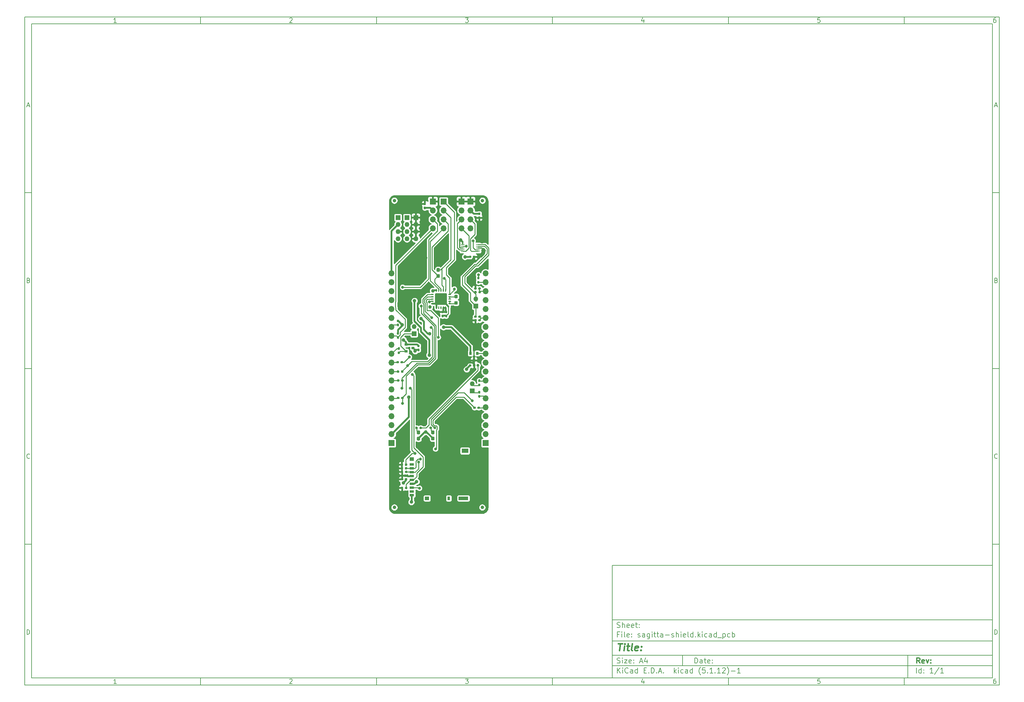
<source format=gbr>
G04 #@! TF.GenerationSoftware,KiCad,Pcbnew,(5.1.12)-1*
G04 #@! TF.CreationDate,2021-12-15T05:31:51+03:00*
G04 #@! TF.ProjectId,sagitta-shield,73616769-7474-4612-9d73-6869656c642e,rev?*
G04 #@! TF.SameCoordinates,Original*
G04 #@! TF.FileFunction,Copper,L1,Top*
G04 #@! TF.FilePolarity,Positive*
%FSLAX46Y46*%
G04 Gerber Fmt 4.6, Leading zero omitted, Abs format (unit mm)*
G04 Created by KiCad (PCBNEW (5.1.12)-1) date 2021-12-15 05:31:51*
%MOMM*%
%LPD*%
G01*
G04 APERTURE LIST*
%ADD10C,0.100000*%
%ADD11C,0.150000*%
%ADD12C,0.300000*%
%ADD13C,0.400000*%
G04 #@! TA.AperFunction,ComponentPad*
%ADD14O,1.350000X1.350000*%
G04 #@! TD*
G04 #@! TA.AperFunction,ComponentPad*
%ADD15R,1.350000X1.350000*%
G04 #@! TD*
G04 #@! TA.AperFunction,ComponentPad*
%ADD16O,1.700000X1.700000*%
G04 #@! TD*
G04 #@! TA.AperFunction,ComponentPad*
%ADD17R,1.700000X1.700000*%
G04 #@! TD*
G04 #@! TA.AperFunction,ComponentPad*
%ADD18C,0.500000*%
G04 #@! TD*
G04 #@! TA.AperFunction,SMDPad,CuDef*
%ADD19R,1.200000X0.700000*%
G04 #@! TD*
G04 #@! TA.AperFunction,SMDPad,CuDef*
%ADD20R,1.200000X1.000000*%
G04 #@! TD*
G04 #@! TA.AperFunction,SMDPad,CuDef*
%ADD21R,0.800000X1.000000*%
G04 #@! TD*
G04 #@! TA.AperFunction,SMDPad,CuDef*
%ADD22R,2.800000X1.000000*%
G04 #@! TD*
G04 #@! TA.AperFunction,SMDPad,CuDef*
%ADD23R,1.900000X1.300000*%
G04 #@! TD*
G04 #@! TA.AperFunction,SMDPad,CuDef*
%ADD24R,1.100000X0.250000*%
G04 #@! TD*
G04 #@! TA.AperFunction,SMDPad,CuDef*
%ADD25R,0.800000X0.900000*%
G04 #@! TD*
G04 #@! TA.AperFunction,SMDPad,CuDef*
%ADD26R,0.900000X0.800000*%
G04 #@! TD*
G04 #@! TA.AperFunction,ViaPad*
%ADD27C,1.000000*%
G04 #@! TD*
G04 #@! TA.AperFunction,ViaPad*
%ADD28C,0.800000*%
G04 #@! TD*
G04 #@! TA.AperFunction,Conductor*
%ADD29C,0.500000*%
G04 #@! TD*
G04 #@! TA.AperFunction,Conductor*
%ADD30C,0.250000*%
G04 #@! TD*
G04 #@! TA.AperFunction,Conductor*
%ADD31C,0.300000*%
G04 #@! TD*
G04 #@! TA.AperFunction,Conductor*
%ADD32C,0.254000*%
G04 #@! TD*
G04 #@! TA.AperFunction,Conductor*
%ADD33C,0.100000*%
G04 #@! TD*
G04 APERTURE END LIST*
D10*
D11*
X177002200Y-166007200D02*
X177002200Y-198007200D01*
X285002200Y-198007200D01*
X285002200Y-166007200D01*
X177002200Y-166007200D01*
D10*
D11*
X10000000Y-10000000D02*
X10000000Y-200007200D01*
X287002200Y-200007200D01*
X287002200Y-10000000D01*
X10000000Y-10000000D01*
D10*
D11*
X12000000Y-12000000D02*
X12000000Y-198007200D01*
X285002200Y-198007200D01*
X285002200Y-12000000D01*
X12000000Y-12000000D01*
D10*
D11*
X60000000Y-12000000D02*
X60000000Y-10000000D01*
D10*
D11*
X110000000Y-12000000D02*
X110000000Y-10000000D01*
D10*
D11*
X160000000Y-12000000D02*
X160000000Y-10000000D01*
D10*
D11*
X210000000Y-12000000D02*
X210000000Y-10000000D01*
D10*
D11*
X260000000Y-12000000D02*
X260000000Y-10000000D01*
D10*
D11*
X36065476Y-11588095D02*
X35322619Y-11588095D01*
X35694047Y-11588095D02*
X35694047Y-10288095D01*
X35570238Y-10473809D01*
X35446428Y-10597619D01*
X35322619Y-10659523D01*
D10*
D11*
X85322619Y-10411904D02*
X85384523Y-10350000D01*
X85508333Y-10288095D01*
X85817857Y-10288095D01*
X85941666Y-10350000D01*
X86003571Y-10411904D01*
X86065476Y-10535714D01*
X86065476Y-10659523D01*
X86003571Y-10845238D01*
X85260714Y-11588095D01*
X86065476Y-11588095D01*
D10*
D11*
X135260714Y-10288095D02*
X136065476Y-10288095D01*
X135632142Y-10783333D01*
X135817857Y-10783333D01*
X135941666Y-10845238D01*
X136003571Y-10907142D01*
X136065476Y-11030952D01*
X136065476Y-11340476D01*
X136003571Y-11464285D01*
X135941666Y-11526190D01*
X135817857Y-11588095D01*
X135446428Y-11588095D01*
X135322619Y-11526190D01*
X135260714Y-11464285D01*
D10*
D11*
X185941666Y-10721428D02*
X185941666Y-11588095D01*
X185632142Y-10226190D02*
X185322619Y-11154761D01*
X186127380Y-11154761D01*
D10*
D11*
X236003571Y-10288095D02*
X235384523Y-10288095D01*
X235322619Y-10907142D01*
X235384523Y-10845238D01*
X235508333Y-10783333D01*
X235817857Y-10783333D01*
X235941666Y-10845238D01*
X236003571Y-10907142D01*
X236065476Y-11030952D01*
X236065476Y-11340476D01*
X236003571Y-11464285D01*
X235941666Y-11526190D01*
X235817857Y-11588095D01*
X235508333Y-11588095D01*
X235384523Y-11526190D01*
X235322619Y-11464285D01*
D10*
D11*
X285941666Y-10288095D02*
X285694047Y-10288095D01*
X285570238Y-10350000D01*
X285508333Y-10411904D01*
X285384523Y-10597619D01*
X285322619Y-10845238D01*
X285322619Y-11340476D01*
X285384523Y-11464285D01*
X285446428Y-11526190D01*
X285570238Y-11588095D01*
X285817857Y-11588095D01*
X285941666Y-11526190D01*
X286003571Y-11464285D01*
X286065476Y-11340476D01*
X286065476Y-11030952D01*
X286003571Y-10907142D01*
X285941666Y-10845238D01*
X285817857Y-10783333D01*
X285570238Y-10783333D01*
X285446428Y-10845238D01*
X285384523Y-10907142D01*
X285322619Y-11030952D01*
D10*
D11*
X60000000Y-198007200D02*
X60000000Y-200007200D01*
D10*
D11*
X110000000Y-198007200D02*
X110000000Y-200007200D01*
D10*
D11*
X160000000Y-198007200D02*
X160000000Y-200007200D01*
D10*
D11*
X210000000Y-198007200D02*
X210000000Y-200007200D01*
D10*
D11*
X260000000Y-198007200D02*
X260000000Y-200007200D01*
D10*
D11*
X36065476Y-199595295D02*
X35322619Y-199595295D01*
X35694047Y-199595295D02*
X35694047Y-198295295D01*
X35570238Y-198481009D01*
X35446428Y-198604819D01*
X35322619Y-198666723D01*
D10*
D11*
X85322619Y-198419104D02*
X85384523Y-198357200D01*
X85508333Y-198295295D01*
X85817857Y-198295295D01*
X85941666Y-198357200D01*
X86003571Y-198419104D01*
X86065476Y-198542914D01*
X86065476Y-198666723D01*
X86003571Y-198852438D01*
X85260714Y-199595295D01*
X86065476Y-199595295D01*
D10*
D11*
X135260714Y-198295295D02*
X136065476Y-198295295D01*
X135632142Y-198790533D01*
X135817857Y-198790533D01*
X135941666Y-198852438D01*
X136003571Y-198914342D01*
X136065476Y-199038152D01*
X136065476Y-199347676D01*
X136003571Y-199471485D01*
X135941666Y-199533390D01*
X135817857Y-199595295D01*
X135446428Y-199595295D01*
X135322619Y-199533390D01*
X135260714Y-199471485D01*
D10*
D11*
X185941666Y-198728628D02*
X185941666Y-199595295D01*
X185632142Y-198233390D02*
X185322619Y-199161961D01*
X186127380Y-199161961D01*
D10*
D11*
X236003571Y-198295295D02*
X235384523Y-198295295D01*
X235322619Y-198914342D01*
X235384523Y-198852438D01*
X235508333Y-198790533D01*
X235817857Y-198790533D01*
X235941666Y-198852438D01*
X236003571Y-198914342D01*
X236065476Y-199038152D01*
X236065476Y-199347676D01*
X236003571Y-199471485D01*
X235941666Y-199533390D01*
X235817857Y-199595295D01*
X235508333Y-199595295D01*
X235384523Y-199533390D01*
X235322619Y-199471485D01*
D10*
D11*
X285941666Y-198295295D02*
X285694047Y-198295295D01*
X285570238Y-198357200D01*
X285508333Y-198419104D01*
X285384523Y-198604819D01*
X285322619Y-198852438D01*
X285322619Y-199347676D01*
X285384523Y-199471485D01*
X285446428Y-199533390D01*
X285570238Y-199595295D01*
X285817857Y-199595295D01*
X285941666Y-199533390D01*
X286003571Y-199471485D01*
X286065476Y-199347676D01*
X286065476Y-199038152D01*
X286003571Y-198914342D01*
X285941666Y-198852438D01*
X285817857Y-198790533D01*
X285570238Y-198790533D01*
X285446428Y-198852438D01*
X285384523Y-198914342D01*
X285322619Y-199038152D01*
D10*
D11*
X10000000Y-60000000D02*
X12000000Y-60000000D01*
D10*
D11*
X10000000Y-110000000D02*
X12000000Y-110000000D01*
D10*
D11*
X10000000Y-160000000D02*
X12000000Y-160000000D01*
D10*
D11*
X10690476Y-35216666D02*
X11309523Y-35216666D01*
X10566666Y-35588095D02*
X11000000Y-34288095D01*
X11433333Y-35588095D01*
D10*
D11*
X11092857Y-84907142D02*
X11278571Y-84969047D01*
X11340476Y-85030952D01*
X11402380Y-85154761D01*
X11402380Y-85340476D01*
X11340476Y-85464285D01*
X11278571Y-85526190D01*
X11154761Y-85588095D01*
X10659523Y-85588095D01*
X10659523Y-84288095D01*
X11092857Y-84288095D01*
X11216666Y-84350000D01*
X11278571Y-84411904D01*
X11340476Y-84535714D01*
X11340476Y-84659523D01*
X11278571Y-84783333D01*
X11216666Y-84845238D01*
X11092857Y-84907142D01*
X10659523Y-84907142D01*
D10*
D11*
X11402380Y-135464285D02*
X11340476Y-135526190D01*
X11154761Y-135588095D01*
X11030952Y-135588095D01*
X10845238Y-135526190D01*
X10721428Y-135402380D01*
X10659523Y-135278571D01*
X10597619Y-135030952D01*
X10597619Y-134845238D01*
X10659523Y-134597619D01*
X10721428Y-134473809D01*
X10845238Y-134350000D01*
X11030952Y-134288095D01*
X11154761Y-134288095D01*
X11340476Y-134350000D01*
X11402380Y-134411904D01*
D10*
D11*
X10659523Y-185588095D02*
X10659523Y-184288095D01*
X10969047Y-184288095D01*
X11154761Y-184350000D01*
X11278571Y-184473809D01*
X11340476Y-184597619D01*
X11402380Y-184845238D01*
X11402380Y-185030952D01*
X11340476Y-185278571D01*
X11278571Y-185402380D01*
X11154761Y-185526190D01*
X10969047Y-185588095D01*
X10659523Y-185588095D01*
D10*
D11*
X287002200Y-60000000D02*
X285002200Y-60000000D01*
D10*
D11*
X287002200Y-110000000D02*
X285002200Y-110000000D01*
D10*
D11*
X287002200Y-160000000D02*
X285002200Y-160000000D01*
D10*
D11*
X285692676Y-35216666D02*
X286311723Y-35216666D01*
X285568866Y-35588095D02*
X286002200Y-34288095D01*
X286435533Y-35588095D01*
D10*
D11*
X286095057Y-84907142D02*
X286280771Y-84969047D01*
X286342676Y-85030952D01*
X286404580Y-85154761D01*
X286404580Y-85340476D01*
X286342676Y-85464285D01*
X286280771Y-85526190D01*
X286156961Y-85588095D01*
X285661723Y-85588095D01*
X285661723Y-84288095D01*
X286095057Y-84288095D01*
X286218866Y-84350000D01*
X286280771Y-84411904D01*
X286342676Y-84535714D01*
X286342676Y-84659523D01*
X286280771Y-84783333D01*
X286218866Y-84845238D01*
X286095057Y-84907142D01*
X285661723Y-84907142D01*
D10*
D11*
X286404580Y-135464285D02*
X286342676Y-135526190D01*
X286156961Y-135588095D01*
X286033152Y-135588095D01*
X285847438Y-135526190D01*
X285723628Y-135402380D01*
X285661723Y-135278571D01*
X285599819Y-135030952D01*
X285599819Y-134845238D01*
X285661723Y-134597619D01*
X285723628Y-134473809D01*
X285847438Y-134350000D01*
X286033152Y-134288095D01*
X286156961Y-134288095D01*
X286342676Y-134350000D01*
X286404580Y-134411904D01*
D10*
D11*
X285661723Y-185588095D02*
X285661723Y-184288095D01*
X285971247Y-184288095D01*
X286156961Y-184350000D01*
X286280771Y-184473809D01*
X286342676Y-184597619D01*
X286404580Y-184845238D01*
X286404580Y-185030952D01*
X286342676Y-185278571D01*
X286280771Y-185402380D01*
X286156961Y-185526190D01*
X285971247Y-185588095D01*
X285661723Y-185588095D01*
D10*
D11*
X200434342Y-193785771D02*
X200434342Y-192285771D01*
X200791485Y-192285771D01*
X201005771Y-192357200D01*
X201148628Y-192500057D01*
X201220057Y-192642914D01*
X201291485Y-192928628D01*
X201291485Y-193142914D01*
X201220057Y-193428628D01*
X201148628Y-193571485D01*
X201005771Y-193714342D01*
X200791485Y-193785771D01*
X200434342Y-193785771D01*
X202577200Y-193785771D02*
X202577200Y-193000057D01*
X202505771Y-192857200D01*
X202362914Y-192785771D01*
X202077200Y-192785771D01*
X201934342Y-192857200D01*
X202577200Y-193714342D02*
X202434342Y-193785771D01*
X202077200Y-193785771D01*
X201934342Y-193714342D01*
X201862914Y-193571485D01*
X201862914Y-193428628D01*
X201934342Y-193285771D01*
X202077200Y-193214342D01*
X202434342Y-193214342D01*
X202577200Y-193142914D01*
X203077200Y-192785771D02*
X203648628Y-192785771D01*
X203291485Y-192285771D02*
X203291485Y-193571485D01*
X203362914Y-193714342D01*
X203505771Y-193785771D01*
X203648628Y-193785771D01*
X204720057Y-193714342D02*
X204577200Y-193785771D01*
X204291485Y-193785771D01*
X204148628Y-193714342D01*
X204077200Y-193571485D01*
X204077200Y-193000057D01*
X204148628Y-192857200D01*
X204291485Y-192785771D01*
X204577200Y-192785771D01*
X204720057Y-192857200D01*
X204791485Y-193000057D01*
X204791485Y-193142914D01*
X204077200Y-193285771D01*
X205434342Y-193642914D02*
X205505771Y-193714342D01*
X205434342Y-193785771D01*
X205362914Y-193714342D01*
X205434342Y-193642914D01*
X205434342Y-193785771D01*
X205434342Y-192857200D02*
X205505771Y-192928628D01*
X205434342Y-193000057D01*
X205362914Y-192928628D01*
X205434342Y-192857200D01*
X205434342Y-193000057D01*
D10*
D11*
X177002200Y-194507200D02*
X285002200Y-194507200D01*
D10*
D11*
X178434342Y-196585771D02*
X178434342Y-195085771D01*
X179291485Y-196585771D02*
X178648628Y-195728628D01*
X179291485Y-195085771D02*
X178434342Y-195942914D01*
X179934342Y-196585771D02*
X179934342Y-195585771D01*
X179934342Y-195085771D02*
X179862914Y-195157200D01*
X179934342Y-195228628D01*
X180005771Y-195157200D01*
X179934342Y-195085771D01*
X179934342Y-195228628D01*
X181505771Y-196442914D02*
X181434342Y-196514342D01*
X181220057Y-196585771D01*
X181077200Y-196585771D01*
X180862914Y-196514342D01*
X180720057Y-196371485D01*
X180648628Y-196228628D01*
X180577200Y-195942914D01*
X180577200Y-195728628D01*
X180648628Y-195442914D01*
X180720057Y-195300057D01*
X180862914Y-195157200D01*
X181077200Y-195085771D01*
X181220057Y-195085771D01*
X181434342Y-195157200D01*
X181505771Y-195228628D01*
X182791485Y-196585771D02*
X182791485Y-195800057D01*
X182720057Y-195657200D01*
X182577200Y-195585771D01*
X182291485Y-195585771D01*
X182148628Y-195657200D01*
X182791485Y-196514342D02*
X182648628Y-196585771D01*
X182291485Y-196585771D01*
X182148628Y-196514342D01*
X182077200Y-196371485D01*
X182077200Y-196228628D01*
X182148628Y-196085771D01*
X182291485Y-196014342D01*
X182648628Y-196014342D01*
X182791485Y-195942914D01*
X184148628Y-196585771D02*
X184148628Y-195085771D01*
X184148628Y-196514342D02*
X184005771Y-196585771D01*
X183720057Y-196585771D01*
X183577200Y-196514342D01*
X183505771Y-196442914D01*
X183434342Y-196300057D01*
X183434342Y-195871485D01*
X183505771Y-195728628D01*
X183577200Y-195657200D01*
X183720057Y-195585771D01*
X184005771Y-195585771D01*
X184148628Y-195657200D01*
X186005771Y-195800057D02*
X186505771Y-195800057D01*
X186720057Y-196585771D02*
X186005771Y-196585771D01*
X186005771Y-195085771D01*
X186720057Y-195085771D01*
X187362914Y-196442914D02*
X187434342Y-196514342D01*
X187362914Y-196585771D01*
X187291485Y-196514342D01*
X187362914Y-196442914D01*
X187362914Y-196585771D01*
X188077200Y-196585771D02*
X188077200Y-195085771D01*
X188434342Y-195085771D01*
X188648628Y-195157200D01*
X188791485Y-195300057D01*
X188862914Y-195442914D01*
X188934342Y-195728628D01*
X188934342Y-195942914D01*
X188862914Y-196228628D01*
X188791485Y-196371485D01*
X188648628Y-196514342D01*
X188434342Y-196585771D01*
X188077200Y-196585771D01*
X189577200Y-196442914D02*
X189648628Y-196514342D01*
X189577200Y-196585771D01*
X189505771Y-196514342D01*
X189577200Y-196442914D01*
X189577200Y-196585771D01*
X190220057Y-196157200D02*
X190934342Y-196157200D01*
X190077200Y-196585771D02*
X190577200Y-195085771D01*
X191077200Y-196585771D01*
X191577200Y-196442914D02*
X191648628Y-196514342D01*
X191577200Y-196585771D01*
X191505771Y-196514342D01*
X191577200Y-196442914D01*
X191577200Y-196585771D01*
X194577200Y-196585771D02*
X194577200Y-195085771D01*
X194720057Y-196014342D02*
X195148628Y-196585771D01*
X195148628Y-195585771D02*
X194577200Y-196157200D01*
X195791485Y-196585771D02*
X195791485Y-195585771D01*
X195791485Y-195085771D02*
X195720057Y-195157200D01*
X195791485Y-195228628D01*
X195862914Y-195157200D01*
X195791485Y-195085771D01*
X195791485Y-195228628D01*
X197148628Y-196514342D02*
X197005771Y-196585771D01*
X196720057Y-196585771D01*
X196577200Y-196514342D01*
X196505771Y-196442914D01*
X196434342Y-196300057D01*
X196434342Y-195871485D01*
X196505771Y-195728628D01*
X196577200Y-195657200D01*
X196720057Y-195585771D01*
X197005771Y-195585771D01*
X197148628Y-195657200D01*
X198434342Y-196585771D02*
X198434342Y-195800057D01*
X198362914Y-195657200D01*
X198220057Y-195585771D01*
X197934342Y-195585771D01*
X197791485Y-195657200D01*
X198434342Y-196514342D02*
X198291485Y-196585771D01*
X197934342Y-196585771D01*
X197791485Y-196514342D01*
X197720057Y-196371485D01*
X197720057Y-196228628D01*
X197791485Y-196085771D01*
X197934342Y-196014342D01*
X198291485Y-196014342D01*
X198434342Y-195942914D01*
X199791485Y-196585771D02*
X199791485Y-195085771D01*
X199791485Y-196514342D02*
X199648628Y-196585771D01*
X199362914Y-196585771D01*
X199220057Y-196514342D01*
X199148628Y-196442914D01*
X199077200Y-196300057D01*
X199077200Y-195871485D01*
X199148628Y-195728628D01*
X199220057Y-195657200D01*
X199362914Y-195585771D01*
X199648628Y-195585771D01*
X199791485Y-195657200D01*
X202077200Y-197157200D02*
X202005771Y-197085771D01*
X201862914Y-196871485D01*
X201791485Y-196728628D01*
X201720057Y-196514342D01*
X201648628Y-196157200D01*
X201648628Y-195871485D01*
X201720057Y-195514342D01*
X201791485Y-195300057D01*
X201862914Y-195157200D01*
X202005771Y-194942914D01*
X202077200Y-194871485D01*
X203362914Y-195085771D02*
X202648628Y-195085771D01*
X202577200Y-195800057D01*
X202648628Y-195728628D01*
X202791485Y-195657200D01*
X203148628Y-195657200D01*
X203291485Y-195728628D01*
X203362914Y-195800057D01*
X203434342Y-195942914D01*
X203434342Y-196300057D01*
X203362914Y-196442914D01*
X203291485Y-196514342D01*
X203148628Y-196585771D01*
X202791485Y-196585771D01*
X202648628Y-196514342D01*
X202577200Y-196442914D01*
X204077200Y-196442914D02*
X204148628Y-196514342D01*
X204077200Y-196585771D01*
X204005771Y-196514342D01*
X204077200Y-196442914D01*
X204077200Y-196585771D01*
X205577200Y-196585771D02*
X204720057Y-196585771D01*
X205148628Y-196585771D02*
X205148628Y-195085771D01*
X205005771Y-195300057D01*
X204862914Y-195442914D01*
X204720057Y-195514342D01*
X206220057Y-196442914D02*
X206291485Y-196514342D01*
X206220057Y-196585771D01*
X206148628Y-196514342D01*
X206220057Y-196442914D01*
X206220057Y-196585771D01*
X207720057Y-196585771D02*
X206862914Y-196585771D01*
X207291485Y-196585771D02*
X207291485Y-195085771D01*
X207148628Y-195300057D01*
X207005771Y-195442914D01*
X206862914Y-195514342D01*
X208291485Y-195228628D02*
X208362914Y-195157200D01*
X208505771Y-195085771D01*
X208862914Y-195085771D01*
X209005771Y-195157200D01*
X209077200Y-195228628D01*
X209148628Y-195371485D01*
X209148628Y-195514342D01*
X209077200Y-195728628D01*
X208220057Y-196585771D01*
X209148628Y-196585771D01*
X209648628Y-197157200D02*
X209720057Y-197085771D01*
X209862914Y-196871485D01*
X209934342Y-196728628D01*
X210005771Y-196514342D01*
X210077200Y-196157200D01*
X210077200Y-195871485D01*
X210005771Y-195514342D01*
X209934342Y-195300057D01*
X209862914Y-195157200D01*
X209720057Y-194942914D01*
X209648628Y-194871485D01*
X210791485Y-196014342D02*
X211934342Y-196014342D01*
X213434342Y-196585771D02*
X212577200Y-196585771D01*
X213005771Y-196585771D02*
X213005771Y-195085771D01*
X212862914Y-195300057D01*
X212720057Y-195442914D01*
X212577200Y-195514342D01*
D10*
D11*
X177002200Y-191507200D02*
X285002200Y-191507200D01*
D10*
D12*
X264411485Y-193785771D02*
X263911485Y-193071485D01*
X263554342Y-193785771D02*
X263554342Y-192285771D01*
X264125771Y-192285771D01*
X264268628Y-192357200D01*
X264340057Y-192428628D01*
X264411485Y-192571485D01*
X264411485Y-192785771D01*
X264340057Y-192928628D01*
X264268628Y-193000057D01*
X264125771Y-193071485D01*
X263554342Y-193071485D01*
X265625771Y-193714342D02*
X265482914Y-193785771D01*
X265197200Y-193785771D01*
X265054342Y-193714342D01*
X264982914Y-193571485D01*
X264982914Y-193000057D01*
X265054342Y-192857200D01*
X265197200Y-192785771D01*
X265482914Y-192785771D01*
X265625771Y-192857200D01*
X265697200Y-193000057D01*
X265697200Y-193142914D01*
X264982914Y-193285771D01*
X266197200Y-192785771D02*
X266554342Y-193785771D01*
X266911485Y-192785771D01*
X267482914Y-193642914D02*
X267554342Y-193714342D01*
X267482914Y-193785771D01*
X267411485Y-193714342D01*
X267482914Y-193642914D01*
X267482914Y-193785771D01*
X267482914Y-192857200D02*
X267554342Y-192928628D01*
X267482914Y-193000057D01*
X267411485Y-192928628D01*
X267482914Y-192857200D01*
X267482914Y-193000057D01*
D10*
D11*
X178362914Y-193714342D02*
X178577200Y-193785771D01*
X178934342Y-193785771D01*
X179077200Y-193714342D01*
X179148628Y-193642914D01*
X179220057Y-193500057D01*
X179220057Y-193357200D01*
X179148628Y-193214342D01*
X179077200Y-193142914D01*
X178934342Y-193071485D01*
X178648628Y-193000057D01*
X178505771Y-192928628D01*
X178434342Y-192857200D01*
X178362914Y-192714342D01*
X178362914Y-192571485D01*
X178434342Y-192428628D01*
X178505771Y-192357200D01*
X178648628Y-192285771D01*
X179005771Y-192285771D01*
X179220057Y-192357200D01*
X179862914Y-193785771D02*
X179862914Y-192785771D01*
X179862914Y-192285771D02*
X179791485Y-192357200D01*
X179862914Y-192428628D01*
X179934342Y-192357200D01*
X179862914Y-192285771D01*
X179862914Y-192428628D01*
X180434342Y-192785771D02*
X181220057Y-192785771D01*
X180434342Y-193785771D01*
X181220057Y-193785771D01*
X182362914Y-193714342D02*
X182220057Y-193785771D01*
X181934342Y-193785771D01*
X181791485Y-193714342D01*
X181720057Y-193571485D01*
X181720057Y-193000057D01*
X181791485Y-192857200D01*
X181934342Y-192785771D01*
X182220057Y-192785771D01*
X182362914Y-192857200D01*
X182434342Y-193000057D01*
X182434342Y-193142914D01*
X181720057Y-193285771D01*
X183077200Y-193642914D02*
X183148628Y-193714342D01*
X183077200Y-193785771D01*
X183005771Y-193714342D01*
X183077200Y-193642914D01*
X183077200Y-193785771D01*
X183077200Y-192857200D02*
X183148628Y-192928628D01*
X183077200Y-193000057D01*
X183005771Y-192928628D01*
X183077200Y-192857200D01*
X183077200Y-193000057D01*
X184862914Y-193357200D02*
X185577200Y-193357200D01*
X184720057Y-193785771D02*
X185220057Y-192285771D01*
X185720057Y-193785771D01*
X186862914Y-192785771D02*
X186862914Y-193785771D01*
X186505771Y-192214342D02*
X186148628Y-193285771D01*
X187077200Y-193285771D01*
D10*
D11*
X263434342Y-196585771D02*
X263434342Y-195085771D01*
X264791485Y-196585771D02*
X264791485Y-195085771D01*
X264791485Y-196514342D02*
X264648628Y-196585771D01*
X264362914Y-196585771D01*
X264220057Y-196514342D01*
X264148628Y-196442914D01*
X264077200Y-196300057D01*
X264077200Y-195871485D01*
X264148628Y-195728628D01*
X264220057Y-195657200D01*
X264362914Y-195585771D01*
X264648628Y-195585771D01*
X264791485Y-195657200D01*
X265505771Y-196442914D02*
X265577200Y-196514342D01*
X265505771Y-196585771D01*
X265434342Y-196514342D01*
X265505771Y-196442914D01*
X265505771Y-196585771D01*
X265505771Y-195657200D02*
X265577200Y-195728628D01*
X265505771Y-195800057D01*
X265434342Y-195728628D01*
X265505771Y-195657200D01*
X265505771Y-195800057D01*
X268148628Y-196585771D02*
X267291485Y-196585771D01*
X267720057Y-196585771D02*
X267720057Y-195085771D01*
X267577200Y-195300057D01*
X267434342Y-195442914D01*
X267291485Y-195514342D01*
X269862914Y-195014342D02*
X268577200Y-196942914D01*
X271148628Y-196585771D02*
X270291485Y-196585771D01*
X270720057Y-196585771D02*
X270720057Y-195085771D01*
X270577200Y-195300057D01*
X270434342Y-195442914D01*
X270291485Y-195514342D01*
D10*
D11*
X177002200Y-187507200D02*
X285002200Y-187507200D01*
D10*
D13*
X178714580Y-188211961D02*
X179857438Y-188211961D01*
X179036009Y-190211961D02*
X179286009Y-188211961D01*
X180274104Y-190211961D02*
X180440771Y-188878628D01*
X180524104Y-188211961D02*
X180416961Y-188307200D01*
X180500295Y-188402438D01*
X180607438Y-188307200D01*
X180524104Y-188211961D01*
X180500295Y-188402438D01*
X181107438Y-188878628D02*
X181869342Y-188878628D01*
X181476485Y-188211961D02*
X181262200Y-189926247D01*
X181333628Y-190116723D01*
X181512200Y-190211961D01*
X181702676Y-190211961D01*
X182655057Y-190211961D02*
X182476485Y-190116723D01*
X182405057Y-189926247D01*
X182619342Y-188211961D01*
X184190771Y-190116723D02*
X183988390Y-190211961D01*
X183607438Y-190211961D01*
X183428866Y-190116723D01*
X183357438Y-189926247D01*
X183452676Y-189164342D01*
X183571723Y-188973866D01*
X183774104Y-188878628D01*
X184155057Y-188878628D01*
X184333628Y-188973866D01*
X184405057Y-189164342D01*
X184381247Y-189354819D01*
X183405057Y-189545295D01*
X185155057Y-190021485D02*
X185238390Y-190116723D01*
X185131247Y-190211961D01*
X185047914Y-190116723D01*
X185155057Y-190021485D01*
X185131247Y-190211961D01*
X185286009Y-188973866D02*
X185369342Y-189069104D01*
X185262200Y-189164342D01*
X185178866Y-189069104D01*
X185286009Y-188973866D01*
X185262200Y-189164342D01*
D10*
D11*
X178934342Y-185600057D02*
X178434342Y-185600057D01*
X178434342Y-186385771D02*
X178434342Y-184885771D01*
X179148628Y-184885771D01*
X179720057Y-186385771D02*
X179720057Y-185385771D01*
X179720057Y-184885771D02*
X179648628Y-184957200D01*
X179720057Y-185028628D01*
X179791485Y-184957200D01*
X179720057Y-184885771D01*
X179720057Y-185028628D01*
X180648628Y-186385771D02*
X180505771Y-186314342D01*
X180434342Y-186171485D01*
X180434342Y-184885771D01*
X181791485Y-186314342D02*
X181648628Y-186385771D01*
X181362914Y-186385771D01*
X181220057Y-186314342D01*
X181148628Y-186171485D01*
X181148628Y-185600057D01*
X181220057Y-185457200D01*
X181362914Y-185385771D01*
X181648628Y-185385771D01*
X181791485Y-185457200D01*
X181862914Y-185600057D01*
X181862914Y-185742914D01*
X181148628Y-185885771D01*
X182505771Y-186242914D02*
X182577200Y-186314342D01*
X182505771Y-186385771D01*
X182434342Y-186314342D01*
X182505771Y-186242914D01*
X182505771Y-186385771D01*
X182505771Y-185457200D02*
X182577200Y-185528628D01*
X182505771Y-185600057D01*
X182434342Y-185528628D01*
X182505771Y-185457200D01*
X182505771Y-185600057D01*
X184291485Y-186314342D02*
X184434342Y-186385771D01*
X184720057Y-186385771D01*
X184862914Y-186314342D01*
X184934342Y-186171485D01*
X184934342Y-186100057D01*
X184862914Y-185957200D01*
X184720057Y-185885771D01*
X184505771Y-185885771D01*
X184362914Y-185814342D01*
X184291485Y-185671485D01*
X184291485Y-185600057D01*
X184362914Y-185457200D01*
X184505771Y-185385771D01*
X184720057Y-185385771D01*
X184862914Y-185457200D01*
X186220057Y-186385771D02*
X186220057Y-185600057D01*
X186148628Y-185457200D01*
X186005771Y-185385771D01*
X185720057Y-185385771D01*
X185577200Y-185457200D01*
X186220057Y-186314342D02*
X186077200Y-186385771D01*
X185720057Y-186385771D01*
X185577200Y-186314342D01*
X185505771Y-186171485D01*
X185505771Y-186028628D01*
X185577200Y-185885771D01*
X185720057Y-185814342D01*
X186077200Y-185814342D01*
X186220057Y-185742914D01*
X187577200Y-185385771D02*
X187577200Y-186600057D01*
X187505771Y-186742914D01*
X187434342Y-186814342D01*
X187291485Y-186885771D01*
X187077200Y-186885771D01*
X186934342Y-186814342D01*
X187577200Y-186314342D02*
X187434342Y-186385771D01*
X187148628Y-186385771D01*
X187005771Y-186314342D01*
X186934342Y-186242914D01*
X186862914Y-186100057D01*
X186862914Y-185671485D01*
X186934342Y-185528628D01*
X187005771Y-185457200D01*
X187148628Y-185385771D01*
X187434342Y-185385771D01*
X187577200Y-185457200D01*
X188291485Y-186385771D02*
X188291485Y-185385771D01*
X188291485Y-184885771D02*
X188220057Y-184957200D01*
X188291485Y-185028628D01*
X188362914Y-184957200D01*
X188291485Y-184885771D01*
X188291485Y-185028628D01*
X188791485Y-185385771D02*
X189362914Y-185385771D01*
X189005771Y-184885771D02*
X189005771Y-186171485D01*
X189077200Y-186314342D01*
X189220057Y-186385771D01*
X189362914Y-186385771D01*
X189648628Y-185385771D02*
X190220057Y-185385771D01*
X189862914Y-184885771D02*
X189862914Y-186171485D01*
X189934342Y-186314342D01*
X190077200Y-186385771D01*
X190220057Y-186385771D01*
X191362914Y-186385771D02*
X191362914Y-185600057D01*
X191291485Y-185457200D01*
X191148628Y-185385771D01*
X190862914Y-185385771D01*
X190720057Y-185457200D01*
X191362914Y-186314342D02*
X191220057Y-186385771D01*
X190862914Y-186385771D01*
X190720057Y-186314342D01*
X190648628Y-186171485D01*
X190648628Y-186028628D01*
X190720057Y-185885771D01*
X190862914Y-185814342D01*
X191220057Y-185814342D01*
X191362914Y-185742914D01*
X192077200Y-185814342D02*
X193220057Y-185814342D01*
X193862914Y-186314342D02*
X194005771Y-186385771D01*
X194291485Y-186385771D01*
X194434342Y-186314342D01*
X194505771Y-186171485D01*
X194505771Y-186100057D01*
X194434342Y-185957200D01*
X194291485Y-185885771D01*
X194077200Y-185885771D01*
X193934342Y-185814342D01*
X193862914Y-185671485D01*
X193862914Y-185600057D01*
X193934342Y-185457200D01*
X194077200Y-185385771D01*
X194291485Y-185385771D01*
X194434342Y-185457200D01*
X195148628Y-186385771D02*
X195148628Y-184885771D01*
X195791485Y-186385771D02*
X195791485Y-185600057D01*
X195720057Y-185457200D01*
X195577200Y-185385771D01*
X195362914Y-185385771D01*
X195220057Y-185457200D01*
X195148628Y-185528628D01*
X196505771Y-186385771D02*
X196505771Y-185385771D01*
X196505771Y-184885771D02*
X196434342Y-184957200D01*
X196505771Y-185028628D01*
X196577200Y-184957200D01*
X196505771Y-184885771D01*
X196505771Y-185028628D01*
X197791485Y-186314342D02*
X197648628Y-186385771D01*
X197362914Y-186385771D01*
X197220057Y-186314342D01*
X197148628Y-186171485D01*
X197148628Y-185600057D01*
X197220057Y-185457200D01*
X197362914Y-185385771D01*
X197648628Y-185385771D01*
X197791485Y-185457200D01*
X197862914Y-185600057D01*
X197862914Y-185742914D01*
X197148628Y-185885771D01*
X198720057Y-186385771D02*
X198577200Y-186314342D01*
X198505771Y-186171485D01*
X198505771Y-184885771D01*
X199934342Y-186385771D02*
X199934342Y-184885771D01*
X199934342Y-186314342D02*
X199791485Y-186385771D01*
X199505771Y-186385771D01*
X199362914Y-186314342D01*
X199291485Y-186242914D01*
X199220057Y-186100057D01*
X199220057Y-185671485D01*
X199291485Y-185528628D01*
X199362914Y-185457200D01*
X199505771Y-185385771D01*
X199791485Y-185385771D01*
X199934342Y-185457200D01*
X200648628Y-186242914D02*
X200720057Y-186314342D01*
X200648628Y-186385771D01*
X200577200Y-186314342D01*
X200648628Y-186242914D01*
X200648628Y-186385771D01*
X201362914Y-186385771D02*
X201362914Y-184885771D01*
X201505771Y-185814342D02*
X201934342Y-186385771D01*
X201934342Y-185385771D02*
X201362914Y-185957200D01*
X202577200Y-186385771D02*
X202577200Y-185385771D01*
X202577200Y-184885771D02*
X202505771Y-184957200D01*
X202577200Y-185028628D01*
X202648628Y-184957200D01*
X202577200Y-184885771D01*
X202577200Y-185028628D01*
X203934342Y-186314342D02*
X203791485Y-186385771D01*
X203505771Y-186385771D01*
X203362914Y-186314342D01*
X203291485Y-186242914D01*
X203220057Y-186100057D01*
X203220057Y-185671485D01*
X203291485Y-185528628D01*
X203362914Y-185457200D01*
X203505771Y-185385771D01*
X203791485Y-185385771D01*
X203934342Y-185457200D01*
X205220057Y-186385771D02*
X205220057Y-185600057D01*
X205148628Y-185457200D01*
X205005771Y-185385771D01*
X204720057Y-185385771D01*
X204577200Y-185457200D01*
X205220057Y-186314342D02*
X205077200Y-186385771D01*
X204720057Y-186385771D01*
X204577200Y-186314342D01*
X204505771Y-186171485D01*
X204505771Y-186028628D01*
X204577200Y-185885771D01*
X204720057Y-185814342D01*
X205077200Y-185814342D01*
X205220057Y-185742914D01*
X206577200Y-186385771D02*
X206577200Y-184885771D01*
X206577200Y-186314342D02*
X206434342Y-186385771D01*
X206148628Y-186385771D01*
X206005771Y-186314342D01*
X205934342Y-186242914D01*
X205862914Y-186100057D01*
X205862914Y-185671485D01*
X205934342Y-185528628D01*
X206005771Y-185457200D01*
X206148628Y-185385771D01*
X206434342Y-185385771D01*
X206577200Y-185457200D01*
X206934342Y-186528628D02*
X208077200Y-186528628D01*
X208434342Y-185385771D02*
X208434342Y-186885771D01*
X208434342Y-185457200D02*
X208577200Y-185385771D01*
X208862914Y-185385771D01*
X209005771Y-185457200D01*
X209077200Y-185528628D01*
X209148628Y-185671485D01*
X209148628Y-186100057D01*
X209077200Y-186242914D01*
X209005771Y-186314342D01*
X208862914Y-186385771D01*
X208577200Y-186385771D01*
X208434342Y-186314342D01*
X210434342Y-186314342D02*
X210291485Y-186385771D01*
X210005771Y-186385771D01*
X209862914Y-186314342D01*
X209791485Y-186242914D01*
X209720057Y-186100057D01*
X209720057Y-185671485D01*
X209791485Y-185528628D01*
X209862914Y-185457200D01*
X210005771Y-185385771D01*
X210291485Y-185385771D01*
X210434342Y-185457200D01*
X211077200Y-186385771D02*
X211077200Y-184885771D01*
X211077200Y-185457200D02*
X211220057Y-185385771D01*
X211505771Y-185385771D01*
X211648628Y-185457200D01*
X211720057Y-185528628D01*
X211791485Y-185671485D01*
X211791485Y-186100057D01*
X211720057Y-186242914D01*
X211648628Y-186314342D01*
X211505771Y-186385771D01*
X211220057Y-186385771D01*
X211077200Y-186314342D01*
D10*
D11*
X177002200Y-181507200D02*
X285002200Y-181507200D01*
D10*
D11*
X178362914Y-183614342D02*
X178577200Y-183685771D01*
X178934342Y-183685771D01*
X179077200Y-183614342D01*
X179148628Y-183542914D01*
X179220057Y-183400057D01*
X179220057Y-183257200D01*
X179148628Y-183114342D01*
X179077200Y-183042914D01*
X178934342Y-182971485D01*
X178648628Y-182900057D01*
X178505771Y-182828628D01*
X178434342Y-182757200D01*
X178362914Y-182614342D01*
X178362914Y-182471485D01*
X178434342Y-182328628D01*
X178505771Y-182257200D01*
X178648628Y-182185771D01*
X179005771Y-182185771D01*
X179220057Y-182257200D01*
X179862914Y-183685771D02*
X179862914Y-182185771D01*
X180505771Y-183685771D02*
X180505771Y-182900057D01*
X180434342Y-182757200D01*
X180291485Y-182685771D01*
X180077200Y-182685771D01*
X179934342Y-182757200D01*
X179862914Y-182828628D01*
X181791485Y-183614342D02*
X181648628Y-183685771D01*
X181362914Y-183685771D01*
X181220057Y-183614342D01*
X181148628Y-183471485D01*
X181148628Y-182900057D01*
X181220057Y-182757200D01*
X181362914Y-182685771D01*
X181648628Y-182685771D01*
X181791485Y-182757200D01*
X181862914Y-182900057D01*
X181862914Y-183042914D01*
X181148628Y-183185771D01*
X183077200Y-183614342D02*
X182934342Y-183685771D01*
X182648628Y-183685771D01*
X182505771Y-183614342D01*
X182434342Y-183471485D01*
X182434342Y-182900057D01*
X182505771Y-182757200D01*
X182648628Y-182685771D01*
X182934342Y-182685771D01*
X183077200Y-182757200D01*
X183148628Y-182900057D01*
X183148628Y-183042914D01*
X182434342Y-183185771D01*
X183577200Y-182685771D02*
X184148628Y-182685771D01*
X183791485Y-182185771D02*
X183791485Y-183471485D01*
X183862914Y-183614342D01*
X184005771Y-183685771D01*
X184148628Y-183685771D01*
X184648628Y-183542914D02*
X184720057Y-183614342D01*
X184648628Y-183685771D01*
X184577200Y-183614342D01*
X184648628Y-183542914D01*
X184648628Y-183685771D01*
X184648628Y-182757200D02*
X184720057Y-182828628D01*
X184648628Y-182900057D01*
X184577200Y-182828628D01*
X184648628Y-182757200D01*
X184648628Y-182900057D01*
D10*
D11*
X197002200Y-191507200D02*
X197002200Y-194507200D01*
D10*
D11*
X261002200Y-191507200D02*
X261002200Y-198007200D01*
D14*
X116078000Y-73056000D03*
X116078000Y-71056000D03*
X116078000Y-69056000D03*
D15*
X116078000Y-67056000D03*
D14*
X118618000Y-73056000D03*
X118618000Y-71056000D03*
X118618000Y-69056000D03*
D15*
X118618000Y-67056000D03*
D14*
X121158000Y-73056000D03*
X121158000Y-71056000D03*
X121158000Y-69056000D03*
D15*
X121158000Y-67056000D03*
D14*
X138176000Y-90202000D03*
D15*
X138176000Y-92202000D03*
D14*
X137160000Y-114332000D03*
D15*
X137160000Y-116332000D03*
D14*
X120650000Y-98076000D03*
D15*
X120650000Y-100076000D03*
D16*
X114274600Y-100711000D03*
X114274600Y-108331000D03*
X114274600Y-82931000D03*
X114274600Y-115951000D03*
X114274600Y-105791000D03*
X114274600Y-93091000D03*
X114274600Y-110871000D03*
X114274600Y-118491000D03*
X114274600Y-88011000D03*
X114274600Y-103251000D03*
X114274600Y-128651000D03*
X114274600Y-121031000D03*
X114274600Y-113411000D03*
X114274600Y-90551000D03*
X114274600Y-98171000D03*
X114274600Y-85471000D03*
X114274600Y-95631000D03*
D17*
X114274600Y-131191000D03*
D16*
X114274600Y-126111000D03*
X114274600Y-123571000D03*
X140974470Y-82937492D03*
X140974470Y-85477492D03*
X140974470Y-88011000D03*
X140974470Y-90551000D03*
X140974470Y-93097492D03*
X140974470Y-95631000D03*
X140974470Y-98171000D03*
X140974470Y-100711000D03*
X140974470Y-103251000D03*
X140974470Y-105791000D03*
X140974470Y-108331000D03*
X140974470Y-110871000D03*
X140974470Y-113411000D03*
X140974470Y-115957492D03*
X140974470Y-118497492D03*
X140974470Y-121031000D03*
X140974470Y-123571000D03*
X140974470Y-126117492D03*
X140974470Y-128657492D03*
D17*
X140974470Y-131191000D03*
D16*
X125984000Y-70104000D03*
X125984000Y-67564000D03*
X125984000Y-65024000D03*
D17*
X125984000Y-62484000D03*
D16*
X129032000Y-70104000D03*
X129032000Y-67564000D03*
X129032000Y-65024000D03*
D17*
X129032000Y-62484000D03*
D16*
X136652000Y-70104000D03*
X136652000Y-67564000D03*
X136652000Y-65024000D03*
D17*
X136652000Y-62484000D03*
D16*
X134112000Y-70104000D03*
X134112000Y-67564000D03*
X134112000Y-65024000D03*
D17*
X134112000Y-62484000D03*
G04 #@! TA.AperFunction,SMDPad,CuDef*
G36*
G01*
X129994999Y-88821998D02*
X129994999Y-91672000D01*
G75*
G02*
X129745000Y-91921999I-249999J0D01*
G01*
X126894998Y-91921999D01*
G75*
G02*
X126644999Y-91672000I0J249999D01*
G01*
X126644999Y-88821998D01*
G75*
G02*
X126894998Y-88571999I249999J0D01*
G01*
X129745000Y-88571999D01*
G75*
G02*
X129994999Y-88821998I0J-249999D01*
G01*
G37*
G04 #@! TD.AperFunction*
D18*
X129744999Y-91671999D03*
X128319999Y-91671999D03*
X126894999Y-91671999D03*
X129744999Y-90246999D03*
X128319999Y-90246999D03*
X126894999Y-90246999D03*
X129744999Y-88821999D03*
X128319999Y-88821999D03*
X126894999Y-88821999D03*
G04 #@! TA.AperFunction,SMDPad,CuDef*
G36*
G01*
X131169999Y-91471999D02*
X131169999Y-91621999D01*
G75*
G02*
X131094999Y-91696999I-75000J0D01*
G01*
X130494999Y-91696999D01*
G75*
G02*
X130419999Y-91621999I0J75000D01*
G01*
X130419999Y-91471999D01*
G75*
G02*
X130494999Y-91396999I75000J0D01*
G01*
X131094999Y-91396999D01*
G75*
G02*
X131169999Y-91471999I0J-75000D01*
G01*
G37*
G04 #@! TD.AperFunction*
G04 #@! TA.AperFunction,SMDPad,CuDef*
G36*
G01*
X131169999Y-90821999D02*
X131169999Y-90971999D01*
G75*
G02*
X131094999Y-91046999I-75000J0D01*
G01*
X130494999Y-91046999D01*
G75*
G02*
X130419999Y-90971999I0J75000D01*
G01*
X130419999Y-90821999D01*
G75*
G02*
X130494999Y-90746999I75000J0D01*
G01*
X131094999Y-90746999D01*
G75*
G02*
X131169999Y-90821999I0J-75000D01*
G01*
G37*
G04 #@! TD.AperFunction*
G04 #@! TA.AperFunction,SMDPad,CuDef*
G36*
G01*
X131169999Y-90171999D02*
X131169999Y-90321999D01*
G75*
G02*
X131094999Y-90396999I-75000J0D01*
G01*
X130494999Y-90396999D01*
G75*
G02*
X130419999Y-90321999I0J75000D01*
G01*
X130419999Y-90171999D01*
G75*
G02*
X130494999Y-90096999I75000J0D01*
G01*
X131094999Y-90096999D01*
G75*
G02*
X131169999Y-90171999I0J-75000D01*
G01*
G37*
G04 #@! TD.AperFunction*
G04 #@! TA.AperFunction,SMDPad,CuDef*
G36*
G01*
X131169999Y-89521999D02*
X131169999Y-89671999D01*
G75*
G02*
X131094999Y-89746999I-75000J0D01*
G01*
X130494999Y-89746999D01*
G75*
G02*
X130419999Y-89671999I0J75000D01*
G01*
X130419999Y-89521999D01*
G75*
G02*
X130494999Y-89446999I75000J0D01*
G01*
X131094999Y-89446999D01*
G75*
G02*
X131169999Y-89521999I0J-75000D01*
G01*
G37*
G04 #@! TD.AperFunction*
G04 #@! TA.AperFunction,SMDPad,CuDef*
G36*
G01*
X131169999Y-88871999D02*
X131169999Y-89021999D01*
G75*
G02*
X131094999Y-89096999I-75000J0D01*
G01*
X130494999Y-89096999D01*
G75*
G02*
X130419999Y-89021999I0J75000D01*
G01*
X130419999Y-88871999D01*
G75*
G02*
X130494999Y-88796999I75000J0D01*
G01*
X131094999Y-88796999D01*
G75*
G02*
X131169999Y-88871999I0J-75000D01*
G01*
G37*
G04 #@! TD.AperFunction*
G04 #@! TA.AperFunction,SMDPad,CuDef*
G36*
G01*
X129769999Y-87471999D02*
X129769999Y-88071999D01*
G75*
G02*
X129694999Y-88146999I-75000J0D01*
G01*
X129544999Y-88146999D01*
G75*
G02*
X129469999Y-88071999I0J75000D01*
G01*
X129469999Y-87471999D01*
G75*
G02*
X129544999Y-87396999I75000J0D01*
G01*
X129694999Y-87396999D01*
G75*
G02*
X129769999Y-87471999I0J-75000D01*
G01*
G37*
G04 #@! TD.AperFunction*
G04 #@! TA.AperFunction,SMDPad,CuDef*
G36*
G01*
X129119999Y-87471999D02*
X129119999Y-88071999D01*
G75*
G02*
X129044999Y-88146999I-75000J0D01*
G01*
X128894999Y-88146999D01*
G75*
G02*
X128819999Y-88071999I0J75000D01*
G01*
X128819999Y-87471999D01*
G75*
G02*
X128894999Y-87396999I75000J0D01*
G01*
X129044999Y-87396999D01*
G75*
G02*
X129119999Y-87471999I0J-75000D01*
G01*
G37*
G04 #@! TD.AperFunction*
G04 #@! TA.AperFunction,SMDPad,CuDef*
G36*
G01*
X128469999Y-87471999D02*
X128469999Y-88071999D01*
G75*
G02*
X128394999Y-88146999I-75000J0D01*
G01*
X128244999Y-88146999D01*
G75*
G02*
X128169999Y-88071999I0J75000D01*
G01*
X128169999Y-87471999D01*
G75*
G02*
X128244999Y-87396999I75000J0D01*
G01*
X128394999Y-87396999D01*
G75*
G02*
X128469999Y-87471999I0J-75000D01*
G01*
G37*
G04 #@! TD.AperFunction*
G04 #@! TA.AperFunction,SMDPad,CuDef*
G36*
G01*
X127819999Y-87471999D02*
X127819999Y-88071999D01*
G75*
G02*
X127744999Y-88146999I-75000J0D01*
G01*
X127594999Y-88146999D01*
G75*
G02*
X127519999Y-88071999I0J75000D01*
G01*
X127519999Y-87471999D01*
G75*
G02*
X127594999Y-87396999I75000J0D01*
G01*
X127744999Y-87396999D01*
G75*
G02*
X127819999Y-87471999I0J-75000D01*
G01*
G37*
G04 #@! TD.AperFunction*
G04 #@! TA.AperFunction,SMDPad,CuDef*
G36*
G01*
X127169999Y-87471999D02*
X127169999Y-88071999D01*
G75*
G02*
X127094999Y-88146999I-75000J0D01*
G01*
X126944999Y-88146999D01*
G75*
G02*
X126869999Y-88071999I0J75000D01*
G01*
X126869999Y-87471999D01*
G75*
G02*
X126944999Y-87396999I75000J0D01*
G01*
X127094999Y-87396999D01*
G75*
G02*
X127169999Y-87471999I0J-75000D01*
G01*
G37*
G04 #@! TD.AperFunction*
G04 #@! TA.AperFunction,SMDPad,CuDef*
G36*
G01*
X126219999Y-88871999D02*
X126219999Y-89021999D01*
G75*
G02*
X126144999Y-89096999I-75000J0D01*
G01*
X125544999Y-89096999D01*
G75*
G02*
X125469999Y-89021999I0J75000D01*
G01*
X125469999Y-88871999D01*
G75*
G02*
X125544999Y-88796999I75000J0D01*
G01*
X126144999Y-88796999D01*
G75*
G02*
X126219999Y-88871999I0J-75000D01*
G01*
G37*
G04 #@! TD.AperFunction*
G04 #@! TA.AperFunction,SMDPad,CuDef*
G36*
G01*
X126219999Y-89521999D02*
X126219999Y-89671999D01*
G75*
G02*
X126144999Y-89746999I-75000J0D01*
G01*
X125544999Y-89746999D01*
G75*
G02*
X125469999Y-89671999I0J75000D01*
G01*
X125469999Y-89521999D01*
G75*
G02*
X125544999Y-89446999I75000J0D01*
G01*
X126144999Y-89446999D01*
G75*
G02*
X126219999Y-89521999I0J-75000D01*
G01*
G37*
G04 #@! TD.AperFunction*
G04 #@! TA.AperFunction,SMDPad,CuDef*
G36*
G01*
X126219999Y-90171999D02*
X126219999Y-90321999D01*
G75*
G02*
X126144999Y-90396999I-75000J0D01*
G01*
X125544999Y-90396999D01*
G75*
G02*
X125469999Y-90321999I0J75000D01*
G01*
X125469999Y-90171999D01*
G75*
G02*
X125544999Y-90096999I75000J0D01*
G01*
X126144999Y-90096999D01*
G75*
G02*
X126219999Y-90171999I0J-75000D01*
G01*
G37*
G04 #@! TD.AperFunction*
G04 #@! TA.AperFunction,SMDPad,CuDef*
G36*
G01*
X126219999Y-90821999D02*
X126219999Y-90971999D01*
G75*
G02*
X126144999Y-91046999I-75000J0D01*
G01*
X125544999Y-91046999D01*
G75*
G02*
X125469999Y-90971999I0J75000D01*
G01*
X125469999Y-90821999D01*
G75*
G02*
X125544999Y-90746999I75000J0D01*
G01*
X126144999Y-90746999D01*
G75*
G02*
X126219999Y-90821999I0J-75000D01*
G01*
G37*
G04 #@! TD.AperFunction*
G04 #@! TA.AperFunction,SMDPad,CuDef*
G36*
G01*
X126219999Y-91471999D02*
X126219999Y-91621999D01*
G75*
G02*
X126144999Y-91696999I-75000J0D01*
G01*
X125544999Y-91696999D01*
G75*
G02*
X125469999Y-91621999I0J75000D01*
G01*
X125469999Y-91471999D01*
G75*
G02*
X125544999Y-91396999I75000J0D01*
G01*
X126144999Y-91396999D01*
G75*
G02*
X126219999Y-91471999I0J-75000D01*
G01*
G37*
G04 #@! TD.AperFunction*
G04 #@! TA.AperFunction,SMDPad,CuDef*
G36*
G01*
X127169999Y-92421999D02*
X127169999Y-93021999D01*
G75*
G02*
X127094999Y-93096999I-75000J0D01*
G01*
X126944999Y-93096999D01*
G75*
G02*
X126869999Y-93021999I0J75000D01*
G01*
X126869999Y-92421999D01*
G75*
G02*
X126944999Y-92346999I75000J0D01*
G01*
X127094999Y-92346999D01*
G75*
G02*
X127169999Y-92421999I0J-75000D01*
G01*
G37*
G04 #@! TD.AperFunction*
G04 #@! TA.AperFunction,SMDPad,CuDef*
G36*
G01*
X127819999Y-92421999D02*
X127819999Y-93021999D01*
G75*
G02*
X127744999Y-93096999I-75000J0D01*
G01*
X127594999Y-93096999D01*
G75*
G02*
X127519999Y-93021999I0J75000D01*
G01*
X127519999Y-92421999D01*
G75*
G02*
X127594999Y-92346999I75000J0D01*
G01*
X127744999Y-92346999D01*
G75*
G02*
X127819999Y-92421999I0J-75000D01*
G01*
G37*
G04 #@! TD.AperFunction*
G04 #@! TA.AperFunction,SMDPad,CuDef*
G36*
G01*
X128469999Y-92421999D02*
X128469999Y-93021999D01*
G75*
G02*
X128394999Y-93096999I-75000J0D01*
G01*
X128244999Y-93096999D01*
G75*
G02*
X128169999Y-93021999I0J75000D01*
G01*
X128169999Y-92421999D01*
G75*
G02*
X128244999Y-92346999I75000J0D01*
G01*
X128394999Y-92346999D01*
G75*
G02*
X128469999Y-92421999I0J-75000D01*
G01*
G37*
G04 #@! TD.AperFunction*
G04 #@! TA.AperFunction,SMDPad,CuDef*
G36*
G01*
X129119999Y-92421999D02*
X129119999Y-93021999D01*
G75*
G02*
X129044999Y-93096999I-75000J0D01*
G01*
X128894999Y-93096999D01*
G75*
G02*
X128819999Y-93021999I0J75000D01*
G01*
X128819999Y-92421999D01*
G75*
G02*
X128894999Y-92346999I75000J0D01*
G01*
X129044999Y-92346999D01*
G75*
G02*
X129119999Y-92421999I0J-75000D01*
G01*
G37*
G04 #@! TD.AperFunction*
G04 #@! TA.AperFunction,SMDPad,CuDef*
G36*
G01*
X129769999Y-92421999D02*
X129769999Y-93021999D01*
G75*
G02*
X129694999Y-93096999I-75000J0D01*
G01*
X129544999Y-93096999D01*
G75*
G02*
X129469999Y-93021999I0J75000D01*
G01*
X129469999Y-92421999D01*
G75*
G02*
X129544999Y-92346999I75000J0D01*
G01*
X129694999Y-92346999D01*
G75*
G02*
X129769999Y-92421999I0J-75000D01*
G01*
G37*
G04 #@! TD.AperFunction*
D19*
X120037000Y-145956000D03*
X120037000Y-145006000D03*
X120037000Y-137306000D03*
X120037000Y-138406000D03*
X120037000Y-139506000D03*
X120037000Y-140606000D03*
X120037000Y-141706000D03*
X120037000Y-142806000D03*
X120037000Y-143906000D03*
D20*
X120037000Y-135756000D03*
X124337000Y-146906000D03*
D21*
X130537000Y-146906000D03*
D22*
X134687000Y-146906000D03*
D23*
X135137000Y-133406000D03*
D24*
X134502000Y-74692000D03*
X134502000Y-75192000D03*
X134502000Y-75692000D03*
X134502000Y-76192000D03*
X134502000Y-76692000D03*
X138802000Y-76692000D03*
X138802000Y-76192000D03*
X138802000Y-75692000D03*
X138802000Y-75192000D03*
X138802000Y-74692000D03*
D25*
X138618000Y-105680000D03*
X136718000Y-105680000D03*
X137668000Y-107680000D03*
G04 #@! TA.AperFunction,SMDPad,CuDef*
G36*
G01*
X128933000Y-95423000D02*
X128623000Y-95423000D01*
G75*
G02*
X128468000Y-95268000I0J155000D01*
G01*
X128468000Y-94843000D01*
G75*
G02*
X128623000Y-94688000I155000J0D01*
G01*
X128933000Y-94688000D01*
G75*
G02*
X129088000Y-94843000I0J-155000D01*
G01*
X129088000Y-95268000D01*
G75*
G02*
X128933000Y-95423000I-155000J0D01*
G01*
G37*
G04 #@! TD.AperFunction*
G04 #@! TA.AperFunction,SMDPad,CuDef*
G36*
G01*
X128933000Y-94288000D02*
X128623000Y-94288000D01*
G75*
G02*
X128468000Y-94133000I0J155000D01*
G01*
X128468000Y-93708000D01*
G75*
G02*
X128623000Y-93553000I155000J0D01*
G01*
X128933000Y-93553000D01*
G75*
G02*
X129088000Y-93708000I0J-155000D01*
G01*
X129088000Y-94133000D01*
G75*
G02*
X128933000Y-94288000I-155000J0D01*
G01*
G37*
G04 #@! TD.AperFunction*
G04 #@! TA.AperFunction,SMDPad,CuDef*
G36*
G01*
X139347000Y-66348000D02*
X139037000Y-66348000D01*
G75*
G02*
X138882000Y-66193000I0J155000D01*
G01*
X138882000Y-65768000D01*
G75*
G02*
X139037000Y-65613000I155000J0D01*
G01*
X139347000Y-65613000D01*
G75*
G02*
X139502000Y-65768000I0J-155000D01*
G01*
X139502000Y-66193000D01*
G75*
G02*
X139347000Y-66348000I-155000J0D01*
G01*
G37*
G04 #@! TD.AperFunction*
G04 #@! TA.AperFunction,SMDPad,CuDef*
G36*
G01*
X139347000Y-67483000D02*
X139037000Y-67483000D01*
G75*
G02*
X138882000Y-67328000I0J155000D01*
G01*
X138882000Y-66903000D01*
G75*
G02*
X139037000Y-66748000I155000J0D01*
G01*
X139347000Y-66748000D01*
G75*
G02*
X139502000Y-66903000I0J-155000D01*
G01*
X139502000Y-67328000D01*
G75*
G02*
X139347000Y-67483000I-155000J0D01*
G01*
G37*
G04 #@! TD.AperFunction*
G04 #@! TA.AperFunction,SMDPad,CuDef*
G36*
G01*
X127270500Y-81404000D02*
X127745500Y-81404000D01*
G75*
G02*
X127983000Y-81641500I0J-237500D01*
G01*
X127983000Y-82241500D01*
G75*
G02*
X127745500Y-82479000I-237500J0D01*
G01*
X127270500Y-82479000D01*
G75*
G02*
X127033000Y-82241500I0J237500D01*
G01*
X127033000Y-81641500D01*
G75*
G02*
X127270500Y-81404000I237500J0D01*
G01*
G37*
G04 #@! TD.AperFunction*
G04 #@! TA.AperFunction,SMDPad,CuDef*
G36*
G01*
X127270500Y-83129000D02*
X127745500Y-83129000D01*
G75*
G02*
X127983000Y-83366500I0J-237500D01*
G01*
X127983000Y-83966500D01*
G75*
G02*
X127745500Y-84204000I-237500J0D01*
G01*
X127270500Y-84204000D01*
G75*
G02*
X127033000Y-83966500I0J237500D01*
G01*
X127033000Y-83366500D01*
G75*
G02*
X127270500Y-83129000I237500J0D01*
G01*
G37*
G04 #@! TD.AperFunction*
G04 #@! TA.AperFunction,SMDPad,CuDef*
G36*
G01*
X129949000Y-94288000D02*
X129639000Y-94288000D01*
G75*
G02*
X129484000Y-94133000I0J155000D01*
G01*
X129484000Y-93708000D01*
G75*
G02*
X129639000Y-93553000I155000J0D01*
G01*
X129949000Y-93553000D01*
G75*
G02*
X130104000Y-93708000I0J-155000D01*
G01*
X130104000Y-94133000D01*
G75*
G02*
X129949000Y-94288000I-155000J0D01*
G01*
G37*
G04 #@! TD.AperFunction*
G04 #@! TA.AperFunction,SMDPad,CuDef*
G36*
G01*
X129949000Y-95423000D02*
X129639000Y-95423000D01*
G75*
G02*
X129484000Y-95268000I0J155000D01*
G01*
X129484000Y-94843000D01*
G75*
G02*
X129639000Y-94688000I155000J0D01*
G01*
X129949000Y-94688000D01*
G75*
G02*
X130104000Y-94843000I0J-155000D01*
G01*
X130104000Y-95268000D01*
G75*
G02*
X129949000Y-95423000I-155000J0D01*
G01*
G37*
G04 #@! TD.AperFunction*
G04 #@! TA.AperFunction,SMDPad,CuDef*
G36*
G01*
X118731500Y-141323000D02*
X118731500Y-141633000D01*
G75*
G02*
X118576500Y-141788000I-155000J0D01*
G01*
X118151500Y-141788000D01*
G75*
G02*
X117996500Y-141633000I0J155000D01*
G01*
X117996500Y-141323000D01*
G75*
G02*
X118151500Y-141168000I155000J0D01*
G01*
X118576500Y-141168000D01*
G75*
G02*
X118731500Y-141323000I0J-155000D01*
G01*
G37*
G04 #@! TD.AperFunction*
G04 #@! TA.AperFunction,SMDPad,CuDef*
G36*
G01*
X117596500Y-141323000D02*
X117596500Y-141633000D01*
G75*
G02*
X117441500Y-141788000I-155000J0D01*
G01*
X117016500Y-141788000D01*
G75*
G02*
X116861500Y-141633000I0J155000D01*
G01*
X116861500Y-141323000D01*
G75*
G02*
X117016500Y-141168000I155000J0D01*
G01*
X117441500Y-141168000D01*
G75*
G02*
X117596500Y-141323000I0J-155000D01*
G01*
G37*
G04 #@! TD.AperFunction*
G04 #@! TA.AperFunction,SMDPad,CuDef*
G36*
G01*
X137360000Y-109248000D02*
X137360000Y-108938000D01*
G75*
G02*
X137515000Y-108783000I155000J0D01*
G01*
X137940000Y-108783000D01*
G75*
G02*
X138095000Y-108938000I0J-155000D01*
G01*
X138095000Y-109248000D01*
G75*
G02*
X137940000Y-109403000I-155000J0D01*
G01*
X137515000Y-109403000D01*
G75*
G02*
X137360000Y-109248000I0J155000D01*
G01*
G37*
G04 #@! TD.AperFunction*
G04 #@! TA.AperFunction,SMDPad,CuDef*
G36*
G01*
X136225000Y-109248000D02*
X136225000Y-108938000D01*
G75*
G02*
X136380000Y-108783000I155000J0D01*
G01*
X136805000Y-108783000D01*
G75*
G02*
X136960000Y-108938000I0J-155000D01*
G01*
X136960000Y-109248000D01*
G75*
G02*
X136805000Y-109403000I-155000J0D01*
G01*
X136380000Y-109403000D01*
G75*
G02*
X136225000Y-109248000I0J155000D01*
G01*
G37*
G04 #@! TD.AperFunction*
G04 #@! TA.AperFunction,SMDPad,CuDef*
G36*
G01*
X115923000Y-99649000D02*
X116233000Y-99649000D01*
G75*
G02*
X116388000Y-99804000I0J-155000D01*
G01*
X116388000Y-100229000D01*
G75*
G02*
X116233000Y-100384000I-155000J0D01*
G01*
X115923000Y-100384000D01*
G75*
G02*
X115768000Y-100229000I0J155000D01*
G01*
X115768000Y-99804000D01*
G75*
G02*
X115923000Y-99649000I155000J0D01*
G01*
G37*
G04 #@! TD.AperFunction*
G04 #@! TA.AperFunction,SMDPad,CuDef*
G36*
G01*
X115923000Y-100784000D02*
X116233000Y-100784000D01*
G75*
G02*
X116388000Y-100939000I0J-155000D01*
G01*
X116388000Y-101364000D01*
G75*
G02*
X116233000Y-101519000I-155000J0D01*
G01*
X115923000Y-101519000D01*
G75*
G02*
X115768000Y-101364000I0J155000D01*
G01*
X115768000Y-100939000D01*
G75*
G02*
X115923000Y-100784000I155000J0D01*
G01*
G37*
G04 #@! TD.AperFunction*
G04 #@! TA.AperFunction,SMDPad,CuDef*
G36*
G01*
X115923000Y-97228000D02*
X116233000Y-97228000D01*
G75*
G02*
X116388000Y-97383000I0J-155000D01*
G01*
X116388000Y-97808000D01*
G75*
G02*
X116233000Y-97963000I-155000J0D01*
G01*
X115923000Y-97963000D01*
G75*
G02*
X115768000Y-97808000I0J155000D01*
G01*
X115768000Y-97383000D01*
G75*
G02*
X115923000Y-97228000I155000J0D01*
G01*
G37*
G04 #@! TD.AperFunction*
G04 #@! TA.AperFunction,SMDPad,CuDef*
G36*
G01*
X115923000Y-96093000D02*
X116233000Y-96093000D01*
G75*
G02*
X116388000Y-96248000I0J-155000D01*
G01*
X116388000Y-96673000D01*
G75*
G02*
X116233000Y-96828000I-155000J0D01*
G01*
X115923000Y-96828000D01*
G75*
G02*
X115768000Y-96673000I0J155000D01*
G01*
X115768000Y-96248000D01*
G75*
G02*
X115923000Y-96093000I155000J0D01*
G01*
G37*
G04 #@! TD.AperFunction*
G04 #@! TA.AperFunction,SMDPad,CuDef*
G36*
G01*
X121765000Y-104340000D02*
X122075000Y-104340000D01*
G75*
G02*
X122230000Y-104495000I0J-155000D01*
G01*
X122230000Y-104920000D01*
G75*
G02*
X122075000Y-105075000I-155000J0D01*
G01*
X121765000Y-105075000D01*
G75*
G02*
X121610000Y-104920000I0J155000D01*
G01*
X121610000Y-104495000D01*
G75*
G02*
X121765000Y-104340000I155000J0D01*
G01*
G37*
G04 #@! TD.AperFunction*
G04 #@! TA.AperFunction,SMDPad,CuDef*
G36*
G01*
X121765000Y-103205000D02*
X122075000Y-103205000D01*
G75*
G02*
X122230000Y-103360000I0J-155000D01*
G01*
X122230000Y-103785000D01*
G75*
G02*
X122075000Y-103940000I-155000J0D01*
G01*
X121765000Y-103940000D01*
G75*
G02*
X121610000Y-103785000I0J155000D01*
G01*
X121610000Y-103360000D01*
G75*
G02*
X121765000Y-103205000I155000J0D01*
G01*
G37*
G04 #@! TD.AperFunction*
G04 #@! TA.AperFunction,SMDPad,CuDef*
G36*
G01*
X123853000Y-64689000D02*
X123543000Y-64689000D01*
G75*
G02*
X123388000Y-64534000I0J155000D01*
G01*
X123388000Y-64109000D01*
G75*
G02*
X123543000Y-63954000I155000J0D01*
G01*
X123853000Y-63954000D01*
G75*
G02*
X124008000Y-64109000I0J-155000D01*
G01*
X124008000Y-64534000D01*
G75*
G02*
X123853000Y-64689000I-155000J0D01*
G01*
G37*
G04 #@! TD.AperFunction*
G04 #@! TA.AperFunction,SMDPad,CuDef*
G36*
G01*
X123853000Y-63554000D02*
X123543000Y-63554000D01*
G75*
G02*
X123388000Y-63399000I0J155000D01*
G01*
X123388000Y-62974000D01*
G75*
G02*
X123543000Y-62819000I155000J0D01*
G01*
X123853000Y-62819000D01*
G75*
G02*
X124008000Y-62974000I0J-155000D01*
G01*
X124008000Y-63399000D01*
G75*
G02*
X123853000Y-63554000I-155000J0D01*
G01*
G37*
G04 #@! TD.AperFunction*
G04 #@! TA.AperFunction,SMDPad,CuDef*
G36*
G01*
X136225000Y-78387000D02*
X136225000Y-78077000D01*
G75*
G02*
X136380000Y-77922000I155000J0D01*
G01*
X136805000Y-77922000D01*
G75*
G02*
X136960000Y-78077000I0J-155000D01*
G01*
X136960000Y-78387000D01*
G75*
G02*
X136805000Y-78542000I-155000J0D01*
G01*
X136380000Y-78542000D01*
G75*
G02*
X136225000Y-78387000I0J155000D01*
G01*
G37*
G04 #@! TD.AperFunction*
G04 #@! TA.AperFunction,SMDPad,CuDef*
G36*
G01*
X137360000Y-78387000D02*
X137360000Y-78077000D01*
G75*
G02*
X137515000Y-77922000I155000J0D01*
G01*
X137940000Y-77922000D01*
G75*
G02*
X138095000Y-78077000I0J-155000D01*
G01*
X138095000Y-78387000D01*
G75*
G02*
X137940000Y-78542000I-155000J0D01*
G01*
X137515000Y-78542000D01*
G75*
G02*
X137360000Y-78387000I0J155000D01*
G01*
G37*
G04 #@! TD.AperFunction*
G04 #@! TA.AperFunction,SMDPad,CuDef*
G36*
G01*
X126221500Y-130432000D02*
X125746500Y-130432000D01*
G75*
G02*
X125509000Y-130194500I0J237500D01*
G01*
X125509000Y-129619500D01*
G75*
G02*
X125746500Y-129382000I237500J0D01*
G01*
X126221500Y-129382000D01*
G75*
G02*
X126459000Y-129619500I0J-237500D01*
G01*
X126459000Y-130194500D01*
G75*
G02*
X126221500Y-130432000I-237500J0D01*
G01*
G37*
G04 #@! TD.AperFunction*
G04 #@! TA.AperFunction,SMDPad,CuDef*
G36*
G01*
X126221500Y-128682000D02*
X125746500Y-128682000D01*
G75*
G02*
X125509000Y-128444500I0J237500D01*
G01*
X125509000Y-127869500D01*
G75*
G02*
X125746500Y-127632000I237500J0D01*
G01*
X126221500Y-127632000D01*
G75*
G02*
X126459000Y-127869500I0J-237500D01*
G01*
X126459000Y-128444500D01*
G75*
G02*
X126221500Y-128682000I-237500J0D01*
G01*
G37*
G04 #@! TD.AperFunction*
G04 #@! TA.AperFunction,SMDPad,CuDef*
G36*
G01*
X122157500Y-128707500D02*
X121682500Y-128707500D01*
G75*
G02*
X121445000Y-128470000I0J237500D01*
G01*
X121445000Y-127895000D01*
G75*
G02*
X121682500Y-127657500I237500J0D01*
G01*
X122157500Y-127657500D01*
G75*
G02*
X122395000Y-127895000I0J-237500D01*
G01*
X122395000Y-128470000D01*
G75*
G02*
X122157500Y-128707500I-237500J0D01*
G01*
G37*
G04 #@! TD.AperFunction*
G04 #@! TA.AperFunction,SMDPad,CuDef*
G36*
G01*
X122157500Y-130457500D02*
X121682500Y-130457500D01*
G75*
G02*
X121445000Y-130220000I0J237500D01*
G01*
X121445000Y-129645000D01*
G75*
G02*
X121682500Y-129407500I237500J0D01*
G01*
X122157500Y-129407500D01*
G75*
G02*
X122395000Y-129645000I0J-237500D01*
G01*
X122395000Y-130220000D01*
G75*
G02*
X122157500Y-130457500I-237500J0D01*
G01*
G37*
G04 #@! TD.AperFunction*
G04 #@! TA.AperFunction,SMDPad,CuDef*
G36*
G01*
X118037924Y-138522658D02*
X118037924Y-138202658D01*
G75*
G02*
X118197924Y-138042658I160000J0D01*
G01*
X118592924Y-138042658D01*
G75*
G02*
X118752924Y-138202658I0J-160000D01*
G01*
X118752924Y-138522658D01*
G75*
G02*
X118592924Y-138682658I-160000J0D01*
G01*
X118197924Y-138682658D01*
G75*
G02*
X118037924Y-138522658I0J160000D01*
G01*
G37*
G04 #@! TD.AperFunction*
G04 #@! TA.AperFunction,SMDPad,CuDef*
G36*
G01*
X116842924Y-138522658D02*
X116842924Y-138202658D01*
G75*
G02*
X117002924Y-138042658I160000J0D01*
G01*
X117397924Y-138042658D01*
G75*
G02*
X117557924Y-138202658I0J-160000D01*
G01*
X117557924Y-138522658D01*
G75*
G02*
X117397924Y-138682658I-160000J0D01*
G01*
X117002924Y-138682658D01*
G75*
G02*
X116842924Y-138522658I0J160000D01*
G01*
G37*
G04 #@! TD.AperFunction*
G04 #@! TA.AperFunction,SMDPad,CuDef*
G36*
G01*
X116865924Y-139538658D02*
X116865924Y-139218658D01*
G75*
G02*
X117025924Y-139058658I160000J0D01*
G01*
X117420924Y-139058658D01*
G75*
G02*
X117580924Y-139218658I0J-160000D01*
G01*
X117580924Y-139538658D01*
G75*
G02*
X117420924Y-139698658I-160000J0D01*
G01*
X117025924Y-139698658D01*
G75*
G02*
X116865924Y-139538658I0J160000D01*
G01*
G37*
G04 #@! TD.AperFunction*
G04 #@! TA.AperFunction,SMDPad,CuDef*
G36*
G01*
X118060924Y-139538658D02*
X118060924Y-139218658D01*
G75*
G02*
X118220924Y-139058658I160000J0D01*
G01*
X118615924Y-139058658D01*
G75*
G02*
X118775924Y-139218658I0J-160000D01*
G01*
X118775924Y-139538658D01*
G75*
G02*
X118615924Y-139698658I-160000J0D01*
G01*
X118220924Y-139698658D01*
G75*
G02*
X118060924Y-139538658I0J160000D01*
G01*
G37*
G04 #@! TD.AperFunction*
G04 #@! TA.AperFunction,SMDPad,CuDef*
G36*
G01*
X132825500Y-91824000D02*
X132350500Y-91824000D01*
G75*
G02*
X132113000Y-91586500I0J237500D01*
G01*
X132113000Y-91086500D01*
G75*
G02*
X132350500Y-90849000I237500J0D01*
G01*
X132825500Y-90849000D01*
G75*
G02*
X133063000Y-91086500I0J-237500D01*
G01*
X133063000Y-91586500D01*
G75*
G02*
X132825500Y-91824000I-237500J0D01*
G01*
G37*
G04 #@! TD.AperFunction*
G04 #@! TA.AperFunction,SMDPad,CuDef*
G36*
G01*
X132825500Y-89999000D02*
X132350500Y-89999000D01*
G75*
G02*
X132113000Y-89761500I0J237500D01*
G01*
X132113000Y-89261500D01*
G75*
G02*
X132350500Y-89024000I237500J0D01*
G01*
X132825500Y-89024000D01*
G75*
G02*
X133063000Y-89261500I0J-237500D01*
G01*
X133063000Y-89761500D01*
G75*
G02*
X132825500Y-89999000I-237500J0D01*
G01*
G37*
G04 #@! TD.AperFunction*
G04 #@! TA.AperFunction,SMDPad,CuDef*
G36*
G01*
X118060924Y-144110658D02*
X118060924Y-143790658D01*
G75*
G02*
X118220924Y-143630658I160000J0D01*
G01*
X118615924Y-143630658D01*
G75*
G02*
X118775924Y-143790658I0J-160000D01*
G01*
X118775924Y-144110658D01*
G75*
G02*
X118615924Y-144270658I-160000J0D01*
G01*
X118220924Y-144270658D01*
G75*
G02*
X118060924Y-144110658I0J160000D01*
G01*
G37*
G04 #@! TD.AperFunction*
G04 #@! TA.AperFunction,SMDPad,CuDef*
G36*
G01*
X116865924Y-144110658D02*
X116865924Y-143790658D01*
G75*
G02*
X117025924Y-143630658I160000J0D01*
G01*
X117420924Y-143630658D01*
G75*
G02*
X117580924Y-143790658I0J-160000D01*
G01*
X117580924Y-144110658D01*
G75*
G02*
X117420924Y-144270658I-160000J0D01*
G01*
X117025924Y-144270658D01*
G75*
G02*
X116865924Y-144110658I0J160000D01*
G01*
G37*
G04 #@! TD.AperFunction*
G04 #@! TA.AperFunction,SMDPad,CuDef*
G36*
G01*
X116842924Y-137506658D02*
X116842924Y-137186658D01*
G75*
G02*
X117002924Y-137026658I160000J0D01*
G01*
X117397924Y-137026658D01*
G75*
G02*
X117557924Y-137186658I0J-160000D01*
G01*
X117557924Y-137506658D01*
G75*
G02*
X117397924Y-137666658I-160000J0D01*
G01*
X117002924Y-137666658D01*
G75*
G02*
X116842924Y-137506658I0J160000D01*
G01*
G37*
G04 #@! TD.AperFunction*
G04 #@! TA.AperFunction,SMDPad,CuDef*
G36*
G01*
X118037924Y-137506658D02*
X118037924Y-137186658D01*
G75*
G02*
X118197924Y-137026658I160000J0D01*
G01*
X118592924Y-137026658D01*
G75*
G02*
X118752924Y-137186658I0J-160000D01*
G01*
X118752924Y-137506658D01*
G75*
G02*
X118592924Y-137666658I-160000J0D01*
G01*
X118197924Y-137666658D01*
G75*
G02*
X118037924Y-137506658I0J160000D01*
G01*
G37*
G04 #@! TD.AperFunction*
G04 #@! TA.AperFunction,SMDPad,CuDef*
G36*
G01*
X126201000Y-127033000D02*
X126201000Y-126713000D01*
G75*
G02*
X126361000Y-126553000I160000J0D01*
G01*
X126756000Y-126553000D01*
G75*
G02*
X126916000Y-126713000I0J-160000D01*
G01*
X126916000Y-127033000D01*
G75*
G02*
X126756000Y-127193000I-160000J0D01*
G01*
X126361000Y-127193000D01*
G75*
G02*
X126201000Y-127033000I0J160000D01*
G01*
G37*
G04 #@! TD.AperFunction*
G04 #@! TA.AperFunction,SMDPad,CuDef*
G36*
G01*
X125006000Y-127033000D02*
X125006000Y-126713000D01*
G75*
G02*
X125166000Y-126553000I160000J0D01*
G01*
X125561000Y-126553000D01*
G75*
G02*
X125721000Y-126713000I0J-160000D01*
G01*
X125721000Y-127033000D01*
G75*
G02*
X125561000Y-127193000I-160000J0D01*
G01*
X125166000Y-127193000D01*
G75*
G02*
X125006000Y-127033000I0J160000D01*
G01*
G37*
G04 #@! TD.AperFunction*
G04 #@! TA.AperFunction,SMDPad,CuDef*
G36*
G01*
X120988000Y-127033000D02*
X120988000Y-126713000D01*
G75*
G02*
X121148000Y-126553000I160000J0D01*
G01*
X121543000Y-126553000D01*
G75*
G02*
X121703000Y-126713000I0J-160000D01*
G01*
X121703000Y-127033000D01*
G75*
G02*
X121543000Y-127193000I-160000J0D01*
G01*
X121148000Y-127193000D01*
G75*
G02*
X120988000Y-127033000I0J160000D01*
G01*
G37*
G04 #@! TD.AperFunction*
G04 #@! TA.AperFunction,SMDPad,CuDef*
G36*
G01*
X122183000Y-127033000D02*
X122183000Y-126713000D01*
G75*
G02*
X122343000Y-126553000I160000J0D01*
G01*
X122738000Y-126553000D01*
G75*
G02*
X122898000Y-126713000I0J-160000D01*
G01*
X122898000Y-127033000D01*
G75*
G02*
X122738000Y-127193000I-160000J0D01*
G01*
X122343000Y-127193000D01*
G75*
G02*
X122183000Y-127033000I0J160000D01*
G01*
G37*
G04 #@! TD.AperFunction*
G04 #@! TA.AperFunction,SMDPad,CuDef*
G36*
G01*
X117541000Y-108044000D02*
X117541000Y-108364000D01*
G75*
G02*
X117381000Y-108524000I-160000J0D01*
G01*
X116986000Y-108524000D01*
G75*
G02*
X116826000Y-108364000I0J160000D01*
G01*
X116826000Y-108044000D01*
G75*
G02*
X116986000Y-107884000I160000J0D01*
G01*
X117381000Y-107884000D01*
G75*
G02*
X117541000Y-108044000I0J-160000D01*
G01*
G37*
G04 #@! TD.AperFunction*
G04 #@! TA.AperFunction,SMDPad,CuDef*
G36*
G01*
X116346000Y-108044000D02*
X116346000Y-108364000D01*
G75*
G02*
X116186000Y-108524000I-160000J0D01*
G01*
X115791000Y-108524000D01*
G75*
G02*
X115631000Y-108364000I0J160000D01*
G01*
X115631000Y-108044000D01*
G75*
G02*
X115791000Y-107884000I160000J0D01*
G01*
X116186000Y-107884000D01*
G75*
G02*
X116346000Y-108044000I0J-160000D01*
G01*
G37*
G04 #@! TD.AperFunction*
G04 #@! TA.AperFunction,SMDPad,CuDef*
G36*
G01*
X116450000Y-110711000D02*
X116450000Y-111031000D01*
G75*
G02*
X116290000Y-111191000I-160000J0D01*
G01*
X115895000Y-111191000D01*
G75*
G02*
X115735000Y-111031000I0J160000D01*
G01*
X115735000Y-110711000D01*
G75*
G02*
X115895000Y-110551000I160000J0D01*
G01*
X116290000Y-110551000D01*
G75*
G02*
X116450000Y-110711000I0J-160000D01*
G01*
G37*
G04 #@! TD.AperFunction*
G04 #@! TA.AperFunction,SMDPad,CuDef*
G36*
G01*
X117645000Y-110711000D02*
X117645000Y-111031000D01*
G75*
G02*
X117485000Y-111191000I-160000J0D01*
G01*
X117090000Y-111191000D01*
G75*
G02*
X116930000Y-111031000I0J160000D01*
G01*
X116930000Y-110711000D01*
G75*
G02*
X117090000Y-110551000I160000J0D01*
G01*
X117485000Y-110551000D01*
G75*
G02*
X117645000Y-110711000I0J-160000D01*
G01*
G37*
G04 #@! TD.AperFunction*
G04 #@! TA.AperFunction,SMDPad,CuDef*
G36*
G01*
X117691000Y-113251000D02*
X117691000Y-113571000D01*
G75*
G02*
X117531000Y-113731000I-160000J0D01*
G01*
X117136000Y-113731000D01*
G75*
G02*
X116976000Y-113571000I0J160000D01*
G01*
X116976000Y-113251000D01*
G75*
G02*
X117136000Y-113091000I160000J0D01*
G01*
X117531000Y-113091000D01*
G75*
G02*
X117691000Y-113251000I0J-160000D01*
G01*
G37*
G04 #@! TD.AperFunction*
G04 #@! TA.AperFunction,SMDPad,CuDef*
G36*
G01*
X116496000Y-113251000D02*
X116496000Y-113571000D01*
G75*
G02*
X116336000Y-113731000I-160000J0D01*
G01*
X115941000Y-113731000D01*
G75*
G02*
X115781000Y-113571000I0J160000D01*
G01*
X115781000Y-113251000D01*
G75*
G02*
X115941000Y-113091000I160000J0D01*
G01*
X116336000Y-113091000D01*
G75*
G02*
X116496000Y-113251000I0J-160000D01*
G01*
G37*
G04 #@! TD.AperFunction*
G04 #@! TA.AperFunction,SMDPad,CuDef*
G36*
G01*
X117691000Y-118204000D02*
X117691000Y-118524000D01*
G75*
G02*
X117531000Y-118684000I-160000J0D01*
G01*
X117136000Y-118684000D01*
G75*
G02*
X116976000Y-118524000I0J160000D01*
G01*
X116976000Y-118204000D01*
G75*
G02*
X117136000Y-118044000I160000J0D01*
G01*
X117531000Y-118044000D01*
G75*
G02*
X117691000Y-118204000I0J-160000D01*
G01*
G37*
G04 #@! TD.AperFunction*
G04 #@! TA.AperFunction,SMDPad,CuDef*
G36*
G01*
X116496000Y-118204000D02*
X116496000Y-118524000D01*
G75*
G02*
X116336000Y-118684000I-160000J0D01*
G01*
X115941000Y-118684000D01*
G75*
G02*
X115781000Y-118524000I0J160000D01*
G01*
X115781000Y-118204000D01*
G75*
G02*
X115941000Y-118044000I160000J0D01*
G01*
X116336000Y-118044000D01*
G75*
G02*
X116496000Y-118204000I0J-160000D01*
G01*
G37*
G04 #@! TD.AperFunction*
G04 #@! TA.AperFunction,SMDPad,CuDef*
G36*
G01*
X116492000Y-104662000D02*
X116172000Y-104662000D01*
G75*
G02*
X116012000Y-104502000I0J160000D01*
G01*
X116012000Y-104107000D01*
G75*
G02*
X116172000Y-103947000I160000J0D01*
G01*
X116492000Y-103947000D01*
G75*
G02*
X116652000Y-104107000I0J-160000D01*
G01*
X116652000Y-104502000D01*
G75*
G02*
X116492000Y-104662000I-160000J0D01*
G01*
G37*
G04 #@! TD.AperFunction*
G04 #@! TA.AperFunction,SMDPad,CuDef*
G36*
G01*
X116492000Y-105857000D02*
X116172000Y-105857000D01*
G75*
G02*
X116012000Y-105697000I0J160000D01*
G01*
X116012000Y-105302000D01*
G75*
G02*
X116172000Y-105142000I160000J0D01*
G01*
X116492000Y-105142000D01*
G75*
G02*
X116652000Y-105302000I0J-160000D01*
G01*
X116652000Y-105697000D01*
G75*
G02*
X116492000Y-105857000I-160000J0D01*
G01*
G37*
G04 #@! TD.AperFunction*
G04 #@! TA.AperFunction,SMDPad,CuDef*
G36*
G01*
X138924000Y-87409000D02*
X138924000Y-87089000D01*
G75*
G02*
X139084000Y-86929000I160000J0D01*
G01*
X139479000Y-86929000D01*
G75*
G02*
X139639000Y-87089000I0J-160000D01*
G01*
X139639000Y-87409000D01*
G75*
G02*
X139479000Y-87569000I-160000J0D01*
G01*
X139084000Y-87569000D01*
G75*
G02*
X138924000Y-87409000I0J160000D01*
G01*
G37*
G04 #@! TD.AperFunction*
G04 #@! TA.AperFunction,SMDPad,CuDef*
G36*
G01*
X137729000Y-87409000D02*
X137729000Y-87089000D01*
G75*
G02*
X137889000Y-86929000I160000J0D01*
G01*
X138284000Y-86929000D01*
G75*
G02*
X138444000Y-87089000I0J-160000D01*
G01*
X138444000Y-87409000D01*
G75*
G02*
X138284000Y-87569000I-160000J0D01*
G01*
X137889000Y-87569000D01*
G75*
G02*
X137729000Y-87409000I0J160000D01*
G01*
G37*
G04 #@! TD.AperFunction*
G04 #@! TA.AperFunction,SMDPad,CuDef*
G36*
G01*
X137729000Y-96426000D02*
X137729000Y-96106000D01*
G75*
G02*
X137889000Y-95946000I160000J0D01*
G01*
X138284000Y-95946000D01*
G75*
G02*
X138444000Y-96106000I0J-160000D01*
G01*
X138444000Y-96426000D01*
G75*
G02*
X138284000Y-96586000I-160000J0D01*
G01*
X137889000Y-96586000D01*
G75*
G02*
X137729000Y-96426000I0J160000D01*
G01*
G37*
G04 #@! TD.AperFunction*
G04 #@! TA.AperFunction,SMDPad,CuDef*
G36*
G01*
X138924000Y-96426000D02*
X138924000Y-96106000D01*
G75*
G02*
X139084000Y-95946000I160000J0D01*
G01*
X139479000Y-95946000D01*
G75*
G02*
X139639000Y-96106000I0J-160000D01*
G01*
X139639000Y-96426000D01*
G75*
G02*
X139479000Y-96586000I-160000J0D01*
G01*
X139084000Y-96586000D01*
G75*
G02*
X138924000Y-96426000I0J160000D01*
G01*
G37*
G04 #@! TD.AperFunction*
G04 #@! TA.AperFunction,SMDPad,CuDef*
G36*
G01*
X139098000Y-85791000D02*
X138778000Y-85791000D01*
G75*
G02*
X138618000Y-85631000I0J160000D01*
G01*
X138618000Y-85236000D01*
G75*
G02*
X138778000Y-85076000I160000J0D01*
G01*
X139098000Y-85076000D01*
G75*
G02*
X139258000Y-85236000I0J-160000D01*
G01*
X139258000Y-85631000D01*
G75*
G02*
X139098000Y-85791000I-160000J0D01*
G01*
G37*
G04 #@! TD.AperFunction*
G04 #@! TA.AperFunction,SMDPad,CuDef*
G36*
G01*
X139098000Y-84596000D02*
X138778000Y-84596000D01*
G75*
G02*
X138618000Y-84436000I0J160000D01*
G01*
X138618000Y-84041000D01*
G75*
G02*
X138778000Y-83881000I160000J0D01*
G01*
X139098000Y-83881000D01*
G75*
G02*
X139258000Y-84041000I0J-160000D01*
G01*
X139258000Y-84436000D01*
G75*
G02*
X139098000Y-84596000I-160000J0D01*
G01*
G37*
G04 #@! TD.AperFunction*
G04 #@! TA.AperFunction,SMDPad,CuDef*
G36*
G01*
X139662000Y-88105000D02*
X139662000Y-88425000D01*
G75*
G02*
X139502000Y-88585000I-160000J0D01*
G01*
X139107000Y-88585000D01*
G75*
G02*
X138947000Y-88425000I0J160000D01*
G01*
X138947000Y-88105000D01*
G75*
G02*
X139107000Y-87945000I160000J0D01*
G01*
X139502000Y-87945000D01*
G75*
G02*
X139662000Y-88105000I0J-160000D01*
G01*
G37*
G04 #@! TD.AperFunction*
G04 #@! TA.AperFunction,SMDPad,CuDef*
G36*
G01*
X138467000Y-88105000D02*
X138467000Y-88425000D01*
G75*
G02*
X138307000Y-88585000I-160000J0D01*
G01*
X137912000Y-88585000D01*
G75*
G02*
X137752000Y-88425000I0J160000D01*
G01*
X137752000Y-88105000D01*
G75*
G02*
X137912000Y-87945000I160000J0D01*
G01*
X138307000Y-87945000D01*
G75*
G02*
X138467000Y-88105000I0J-160000D01*
G01*
G37*
G04 #@! TD.AperFunction*
G04 #@! TA.AperFunction,SMDPad,CuDef*
G36*
G01*
X138444000Y-95090000D02*
X138444000Y-95410000D01*
G75*
G02*
X138284000Y-95570000I-160000J0D01*
G01*
X137889000Y-95570000D01*
G75*
G02*
X137729000Y-95410000I0J160000D01*
G01*
X137729000Y-95090000D01*
G75*
G02*
X137889000Y-94930000I160000J0D01*
G01*
X138284000Y-94930000D01*
G75*
G02*
X138444000Y-95090000I0J-160000D01*
G01*
G37*
G04 #@! TD.AperFunction*
G04 #@! TA.AperFunction,SMDPad,CuDef*
G36*
G01*
X139639000Y-95090000D02*
X139639000Y-95410000D01*
G75*
G02*
X139479000Y-95570000I-160000J0D01*
G01*
X139084000Y-95570000D01*
G75*
G02*
X138924000Y-95410000I0J160000D01*
G01*
X138924000Y-95090000D01*
G75*
G02*
X139084000Y-94930000I160000J0D01*
G01*
X139479000Y-94930000D01*
G75*
G02*
X139639000Y-95090000I0J-160000D01*
G01*
G37*
G04 #@! TD.AperFunction*
G04 #@! TA.AperFunction,SMDPad,CuDef*
G36*
G01*
X139032000Y-113091000D02*
X139352000Y-113091000D01*
G75*
G02*
X139512000Y-113251000I0J-160000D01*
G01*
X139512000Y-113646000D01*
G75*
G02*
X139352000Y-113806000I-160000J0D01*
G01*
X139032000Y-113806000D01*
G75*
G02*
X138872000Y-113646000I0J160000D01*
G01*
X138872000Y-113251000D01*
G75*
G02*
X139032000Y-113091000I160000J0D01*
G01*
G37*
G04 #@! TD.AperFunction*
G04 #@! TA.AperFunction,SMDPad,CuDef*
G36*
G01*
X139032000Y-114286000D02*
X139352000Y-114286000D01*
G75*
G02*
X139512000Y-114446000I0J-160000D01*
G01*
X139512000Y-114841000D01*
G75*
G02*
X139352000Y-115001000I-160000J0D01*
G01*
X139032000Y-115001000D01*
G75*
G02*
X138872000Y-114841000I0J160000D01*
G01*
X138872000Y-114446000D01*
G75*
G02*
X139032000Y-114286000I160000J0D01*
G01*
G37*
G04 #@! TD.AperFunction*
G04 #@! TA.AperFunction,SMDPad,CuDef*
G36*
G01*
X139352000Y-117085000D02*
X139032000Y-117085000D01*
G75*
G02*
X138872000Y-116925000I0J160000D01*
G01*
X138872000Y-116530000D01*
G75*
G02*
X139032000Y-116370000I160000J0D01*
G01*
X139352000Y-116370000D01*
G75*
G02*
X139512000Y-116530000I0J-160000D01*
G01*
X139512000Y-116925000D01*
G75*
G02*
X139352000Y-117085000I-160000J0D01*
G01*
G37*
G04 #@! TD.AperFunction*
G04 #@! TA.AperFunction,SMDPad,CuDef*
G36*
G01*
X139352000Y-118280000D02*
X139032000Y-118280000D01*
G75*
G02*
X138872000Y-118120000I0J160000D01*
G01*
X138872000Y-117725000D01*
G75*
G02*
X139032000Y-117565000I160000J0D01*
G01*
X139352000Y-117565000D01*
G75*
G02*
X139512000Y-117725000I0J-160000D01*
G01*
X139512000Y-118120000D01*
G75*
G02*
X139352000Y-118280000I-160000J0D01*
G01*
G37*
G04 #@! TD.AperFunction*
G04 #@! TA.AperFunction,SMDPad,CuDef*
G36*
G01*
X138190000Y-120998000D02*
X138190000Y-121318000D01*
G75*
G02*
X138030000Y-121478000I-160000J0D01*
G01*
X137635000Y-121478000D01*
G75*
G02*
X137475000Y-121318000I0J160000D01*
G01*
X137475000Y-120998000D01*
G75*
G02*
X137635000Y-120838000I160000J0D01*
G01*
X138030000Y-120838000D01*
G75*
G02*
X138190000Y-120998000I0J-160000D01*
G01*
G37*
G04 #@! TD.AperFunction*
G04 #@! TA.AperFunction,SMDPad,CuDef*
G36*
G01*
X139385000Y-120998000D02*
X139385000Y-121318000D01*
G75*
G02*
X139225000Y-121478000I-160000J0D01*
G01*
X138830000Y-121478000D01*
G75*
G02*
X138670000Y-121318000I0J160000D01*
G01*
X138670000Y-120998000D01*
G75*
G02*
X138830000Y-120838000I160000J0D01*
G01*
X139225000Y-120838000D01*
G75*
G02*
X139385000Y-120998000I0J-160000D01*
G01*
G37*
G04 #@! TD.AperFunction*
D26*
X118380000Y-103190000D03*
X118380000Y-105090000D03*
X120380000Y-104140000D03*
D27*
X140081000Y-62230000D03*
X115062000Y-62230000D03*
X115062000Y-149479000D03*
X140055600Y-149479000D03*
X119888000Y-147955000D03*
X134874000Y-88900000D03*
X125984000Y-87884000D03*
X133858000Y-73406000D03*
X135128000Y-78232000D03*
X117602000Y-142494000D03*
X135602951Y-110202951D03*
X125132033Y-92497229D03*
X122638810Y-95817384D03*
X120963001Y-105034520D03*
X123952018Y-128016006D03*
X121378046Y-142180894D03*
X117284990Y-97536000D03*
X125123930Y-100098012D03*
X129032500Y-98241845D03*
X117665010Y-101854000D03*
X119120979Y-118110000D03*
X124968000Y-106172008D03*
X120781126Y-90747604D03*
D28*
X135520878Y-75191396D03*
X138938000Y-83312000D03*
X137160000Y-119126000D03*
X138811000Y-109093000D03*
X117245000Y-115570000D03*
X119595042Y-115570000D03*
X125006011Y-91034697D03*
X122682000Y-92202000D03*
X120904000Y-134112000D03*
X122174000Y-144018000D03*
X117348000Y-119888000D03*
X121952266Y-136629053D03*
X118842087Y-109190087D03*
X120175997Y-111670033D03*
X125475988Y-98298000D03*
X125666015Y-95567985D03*
X119296615Y-106717119D03*
X127534965Y-101101398D03*
X129249010Y-84328000D03*
D27*
X140564403Y-76453994D03*
X139954000Y-73914000D03*
X134112000Y-79756000D03*
X129286000Y-78486000D03*
X123952000Y-78486000D03*
X123698000Y-83566000D03*
X124968000Y-86868000D03*
X128016000Y-117856000D03*
X132588000Y-122682000D03*
X121920000Y-124714000D03*
X118872000Y-125730000D03*
X136398000Y-84582000D03*
D28*
X122936000Y-110236000D03*
D27*
X122428000Y-106680000D03*
D28*
X117405687Y-86868012D03*
X137414000Y-73660000D03*
X126745999Y-132842000D03*
X122464990Y-135758340D03*
X132080000Y-87376000D03*
D29*
X128778000Y-94973000D02*
X129794000Y-94973000D01*
X130439010Y-92366010D02*
X129994998Y-91921998D01*
D30*
X130439010Y-94346222D02*
X130439010Y-92366010D01*
X130146400Y-94638832D02*
X130439010Y-94346222D01*
X130128168Y-94638832D02*
X130146400Y-94638832D01*
X129794000Y-94973000D02*
X130128168Y-94638832D01*
D29*
X120037000Y-147806000D02*
X119888000Y-147955000D01*
X120037000Y-145956000D02*
X120037000Y-147806000D01*
D30*
X128969999Y-87296999D02*
X128969999Y-87771999D01*
X138199000Y-92225000D02*
X138176000Y-92202000D01*
X138199000Y-95250000D02*
X138199000Y-92225000D01*
D29*
X114300000Y-128651000D02*
X117729000Y-125222000D01*
X117475000Y-125476000D02*
X117729000Y-125222000D01*
D30*
X125369999Y-90896999D02*
X125844999Y-90896999D01*
X129619999Y-87296999D02*
X129619999Y-87771999D01*
X130794999Y-90896999D02*
X130794999Y-91546999D01*
X132490001Y-91546999D02*
X132588000Y-91449000D01*
X130794999Y-91546999D02*
X132490001Y-91546999D01*
X132390001Y-89596999D02*
X132588000Y-89399000D01*
X130794999Y-89596999D02*
X132390001Y-89596999D01*
X130794999Y-90246999D02*
X130794999Y-89596999D01*
D29*
X128969999Y-93811001D02*
X128778000Y-94003000D01*
X128969999Y-92721999D02*
X128969999Y-93811001D01*
X137668000Y-109070000D02*
X137645000Y-109093000D01*
X129619999Y-93828999D02*
X129794000Y-94003000D01*
X129619999Y-92721999D02*
X129619999Y-93828999D01*
X117335924Y-138385658D02*
X117312924Y-138362658D01*
X128969999Y-92721999D02*
X129619999Y-92721999D01*
X126096001Y-87771999D02*
X125984000Y-87884000D01*
X127019999Y-87771999D02*
X126096001Y-87771999D01*
X137608500Y-65980500D02*
X136652000Y-65024000D01*
X139192000Y-65980500D02*
X137608500Y-65980500D01*
D31*
X133696998Y-75692000D02*
X134502000Y-75692000D01*
X133601999Y-75597001D02*
X133696998Y-75692000D01*
X133601999Y-73662001D02*
X133601999Y-75597001D01*
D29*
X133858000Y-73406000D02*
X133601999Y-73662001D01*
X134502000Y-74050000D02*
X133858000Y-73406000D01*
D31*
X134502000Y-74692000D02*
X134502000Y-74050000D01*
D29*
X136592500Y-78232000D02*
X135128000Y-78232000D01*
X123444000Y-97205989D02*
X123444000Y-98925720D01*
X116078000Y-100016500D02*
X116078000Y-99060000D01*
X127019999Y-92721999D02*
X127019999Y-91546999D01*
X127019999Y-91546999D02*
X128319999Y-90246999D01*
X125844999Y-91546999D02*
X127019999Y-91546999D01*
X129994998Y-91921998D02*
X128319999Y-90246999D01*
X118364000Y-141732000D02*
X117602000Y-142494000D01*
X118364000Y-141478000D02*
X118364000Y-141732000D01*
X125281500Y-64321500D02*
X125984000Y-65024000D01*
X123698000Y-64321500D02*
X125281500Y-64321500D01*
X120947500Y-104707500D02*
X120380000Y-104140000D01*
X121920000Y-104707500D02*
X120947500Y-104707500D01*
X135602951Y-110082549D02*
X135602951Y-110202951D01*
X136592500Y-109093000D02*
X135602951Y-110082549D01*
X123444000Y-96622574D02*
X123138809Y-96317383D01*
X123138809Y-96317383D02*
X122638810Y-95817384D01*
D31*
X116078000Y-99008240D02*
X116078000Y-100016500D01*
D29*
X123444000Y-98925720D02*
X123444000Y-96622574D01*
X120947500Y-104707500D02*
X120963001Y-104723001D01*
X120963001Y-104723001D02*
X120963001Y-105034520D01*
X121844000Y-129921000D02*
X123748994Y-128016006D01*
X123748994Y-128016006D02*
X123952018Y-128016006D01*
X126085500Y-129921000D02*
X124180506Y-128016006D01*
X124180506Y-128016006D02*
X123952018Y-128016006D01*
X120752940Y-142806000D02*
X121378046Y-142180894D01*
X120037000Y-142806000D02*
X120752940Y-142806000D01*
X116078000Y-99008240D02*
X117284990Y-97801250D01*
X116078000Y-96460500D02*
X116209490Y-96460500D01*
X117284990Y-97801250D02*
X117284990Y-97536000D01*
X116209490Y-96460500D02*
X117284990Y-97536000D01*
X124616292Y-100098012D02*
X125123930Y-100098012D01*
X123444000Y-98925720D02*
X124616292Y-100098012D01*
X114274600Y-70859400D02*
X114274600Y-82931000D01*
X116078000Y-69056000D02*
X114274600Y-70859400D01*
X131261845Y-98241845D02*
X129032500Y-98241845D01*
X136718000Y-103698000D02*
X131261845Y-98241845D01*
X136718000Y-105680000D02*
X136718000Y-103698000D01*
X121537500Y-103190000D02*
X118380000Y-103190000D01*
X121920000Y-103572500D02*
X121537500Y-103190000D01*
X117602000Y-101854000D02*
X117665010Y-101854000D01*
X118380000Y-103190000D02*
X118380000Y-102568990D01*
X118380000Y-102568990D02*
X117665010Y-101854000D01*
D30*
X131064000Y-79125231D02*
X131064000Y-67056000D01*
X128524000Y-86267165D02*
X128524000Y-81665231D01*
X128969999Y-86713164D02*
X128524000Y-86267165D01*
X128969999Y-87771999D02*
X128969999Y-86713164D01*
X131064000Y-67056000D02*
X129032000Y-65024000D01*
X128247730Y-81941500D02*
X128589615Y-81599615D01*
X127508000Y-81941500D02*
X128247730Y-81941500D01*
X128589615Y-81599615D02*
X131064000Y-79125231D01*
X128524000Y-81665231D02*
X128589615Y-81599615D01*
X130302000Y-68834000D02*
X129032000Y-67564000D01*
X130302000Y-70866000D02*
X130302000Y-68834000D01*
X125730000Y-81888500D02*
X125730000Y-75438000D01*
X125730000Y-75438000D02*
X130302000Y-70866000D01*
X127508000Y-83666500D02*
X125730000Y-81888500D01*
X128319999Y-87396999D02*
X128319999Y-87771999D01*
X126492000Y-85569000D02*
X128319999Y-87396999D01*
X126492000Y-84582000D02*
X126492000Y-85569000D01*
X127407500Y-83666500D02*
X126492000Y-84582000D01*
X127508000Y-83666500D02*
X127407500Y-83666500D01*
X136245880Y-74963293D02*
X136245880Y-75748120D01*
X136238988Y-74956401D02*
X136245880Y-74963293D01*
X136238988Y-72230988D02*
X136238988Y-74956401D01*
X134112000Y-70104000D02*
X136238988Y-72230988D01*
X136245880Y-75748120D02*
X135302000Y-76692000D01*
X135302000Y-76692000D02*
X134502000Y-76692000D01*
X134502000Y-76192000D02*
X133525232Y-76192000D01*
X133525232Y-76192000D02*
X132936999Y-75603767D01*
X132936999Y-75603767D02*
X132936999Y-68739001D01*
X132936999Y-68739001D02*
X134112000Y-67564000D01*
X137668000Y-116840000D02*
X137160000Y-116332000D01*
X139192000Y-116840000D02*
X137668000Y-116840000D01*
X138915000Y-114808000D02*
X139192000Y-114531000D01*
X137636000Y-114808000D02*
X138915000Y-114808000D01*
X137160000Y-114332000D02*
X137636000Y-114808000D01*
X138176000Y-88851004D02*
X138176000Y-90932000D01*
X138081998Y-80808998D02*
X135064998Y-83825998D01*
X141839371Y-77748818D02*
X138779191Y-80808998D01*
X141839454Y-75720040D02*
X141839371Y-77748818D01*
X138849001Y-74739001D02*
X140858415Y-74739001D01*
X140858415Y-74739001D02*
X141839454Y-75720040D01*
X135064998Y-85740002D02*
X138176000Y-88851004D01*
X135064998Y-83825998D02*
X135064998Y-85740002D01*
X138802000Y-74692000D02*
X138849001Y-74739001D01*
X138779191Y-80808998D02*
X138081998Y-80808998D01*
X138109500Y-88784504D02*
X138176000Y-88851004D01*
X138109500Y-88265000D02*
X138109500Y-88784504D01*
X140675002Y-75192000D02*
X138802000Y-75192000D01*
X141389379Y-77308402D02*
X141389435Y-75906433D01*
X141389435Y-75906433D02*
X140675002Y-75192000D01*
X134366000Y-86233000D02*
X134366000Y-83888585D01*
X138338794Y-80358987D02*
X141389379Y-77308402D01*
X136652000Y-90678000D02*
X136652000Y-88519000D01*
X137895598Y-80358987D02*
X138338794Y-80358987D01*
X138176000Y-92202000D02*
X136652000Y-90678000D01*
X134366000Y-83888585D02*
X137895598Y-80358987D01*
X136652000Y-88519000D02*
X134366000Y-86233000D01*
D29*
X117729000Y-125222000D02*
X119120979Y-123830021D01*
X119120979Y-118817106D02*
X119120979Y-118110000D01*
X119120979Y-123830021D02*
X119120979Y-118817106D01*
X124968000Y-101855726D02*
X122615567Y-99503293D01*
X122615567Y-98376565D02*
X120781126Y-96542124D01*
X122615567Y-99503293D02*
X122615567Y-98376565D01*
X124968000Y-106172008D02*
X124968000Y-101855726D01*
X120781126Y-96542124D02*
X120781126Y-90747604D01*
D30*
X140847470Y-121158000D02*
X140974470Y-121031000D01*
X139027500Y-121158000D02*
X140847470Y-121158000D01*
X134502000Y-75192000D02*
X135520274Y-75192000D01*
X135520274Y-75192000D02*
X135520878Y-75191396D01*
X138938000Y-83312000D02*
X138938000Y-84238500D01*
X119993658Y-138362658D02*
X120037000Y-138406000D01*
X118282924Y-138362658D02*
X119993658Y-138362658D01*
X118305924Y-139378658D02*
X119909658Y-139378658D01*
X119909658Y-139378658D02*
X120037000Y-139506000D01*
X129619999Y-87296999D02*
X129619999Y-87296001D01*
X140312378Y-117810000D02*
X140999870Y-118497492D01*
X139192000Y-117810000D02*
X140312378Y-117810000D01*
X140849870Y-113561000D02*
X140999870Y-113411000D01*
X139192000Y-113561000D02*
X140849870Y-113561000D01*
X140888870Y-105680000D02*
X140999870Y-105791000D01*
X138618000Y-105680000D02*
X140888870Y-105680000D01*
X139550000Y-95631000D02*
X139169000Y-95250000D01*
X140999870Y-95631000D02*
X139550000Y-95631000D01*
X139550000Y-95885000D02*
X139169000Y-96266000D01*
X139550000Y-95631000D02*
X139550000Y-95885000D01*
X139446000Y-88011000D02*
X139192000Y-88265000D01*
X140999870Y-88011000D02*
X139446000Y-88011000D01*
X139169000Y-87734000D02*
X139446000Y-88011000D01*
X139169000Y-87249000D02*
X139169000Y-87734000D01*
X116251000Y-113411000D02*
X114300000Y-113411000D01*
X114427000Y-118364000D02*
X114300000Y-118491000D01*
X116124000Y-118491000D02*
X116251000Y-118364000D01*
X114300000Y-118491000D02*
X116124000Y-118491000D01*
X114300000Y-110871000D02*
X116205000Y-110871000D01*
X125476000Y-127736500D02*
X125984000Y-128244500D01*
X125476000Y-126873000D02*
X125476000Y-127736500D01*
X121458000Y-127808000D02*
X121920000Y-128270000D01*
X121458000Y-126873000D02*
X121458000Y-127808000D01*
X117333500Y-113411000D02*
X117333500Y-115481500D01*
X117333500Y-115481500D02*
X117245000Y-115570000D01*
X125844999Y-90896999D02*
X125143709Y-90896999D01*
X125143709Y-90896999D02*
X125006011Y-91034697D01*
X120084315Y-134112000D02*
X120904000Y-134112000D01*
X118282924Y-135913391D02*
X120084315Y-134112000D01*
X118282924Y-137346658D02*
X118282924Y-135913391D01*
X119595042Y-115570000D02*
X119995041Y-115969999D01*
X119995041Y-115969999D02*
X119995041Y-133203041D01*
X119995041Y-133203041D02*
X120904000Y-134112000D01*
X120037000Y-143906000D02*
X122062000Y-143906000D01*
X122062000Y-143906000D02*
X122174000Y-144018000D01*
X117221000Y-113411000D02*
X117221000Y-112728413D01*
X122682000Y-94293385D02*
X122682000Y-92202000D01*
X126398943Y-98010328D02*
X122682000Y-94293385D01*
X126398943Y-100680414D02*
X126398943Y-98010328D01*
X126332988Y-100746369D02*
X126398943Y-100680414D01*
X121486400Y-108463012D02*
X124788403Y-108463012D01*
X117221000Y-112728413D02*
X121486400Y-108463012D01*
X124788403Y-108463012D02*
X126332988Y-106918427D01*
X126332988Y-106918427D02*
X126332988Y-100746369D01*
X117348000Y-118378500D02*
X117333500Y-118364000D01*
X117348000Y-119888000D02*
X117348000Y-118378500D01*
X120969589Y-139506000D02*
X121952266Y-138523323D01*
X121952266Y-138523323D02*
X121952266Y-136629053D01*
X120037000Y-139506000D02*
X120969589Y-139506000D01*
X121672800Y-108913023D02*
X118420021Y-112165802D01*
X124974803Y-108913023D02*
X121672800Y-108913023D01*
X126782999Y-107104827D02*
X124974803Y-108913023D01*
X126848954Y-100866814D02*
X126782999Y-100932769D01*
X123407001Y-94381975D02*
X126848954Y-97823928D01*
X123153002Y-90264002D02*
X123153001Y-91345999D01*
X124470005Y-88946999D02*
X123153002Y-90264002D01*
X126848954Y-97823928D02*
X126848954Y-100866814D01*
X125844999Y-88946999D02*
X124470005Y-88946999D01*
X118420021Y-112165802D02*
X118420021Y-117164979D01*
X126782999Y-100932769D02*
X126782999Y-107104827D01*
X123407001Y-91599999D02*
X123407001Y-94381975D01*
X123153001Y-91345999D02*
X123407001Y-91599999D01*
X118420021Y-117164979D02*
X117221000Y-118364000D01*
X117175000Y-110871000D02*
X117175000Y-110857174D01*
X117175000Y-110857174D02*
X118842087Y-109190087D01*
X118418424Y-142947576D02*
X118418424Y-143950658D01*
X119660000Y-141706000D02*
X118418424Y-142947576D01*
X120037000Y-141706000D02*
X119660000Y-141706000D01*
X121412000Y-140716000D02*
X121412000Y-139700000D01*
X120575996Y-132513996D02*
X120575996Y-112070032D01*
X120037000Y-141706000D02*
X120422000Y-141706000D01*
X121412000Y-139700000D02*
X123190000Y-137922000D01*
X120422000Y-141706000D02*
X121412000Y-140716000D01*
X123190000Y-137922000D02*
X123190000Y-135128000D01*
X123190000Y-135128000D02*
X120575996Y-132513996D01*
X120575996Y-112070032D02*
X120175997Y-111670033D01*
X125948932Y-100494014D02*
X125948932Y-98770944D01*
X120019173Y-108013001D02*
X124602003Y-108013001D01*
X125882977Y-106732027D02*
X125882977Y-100559969D01*
X118842087Y-109190087D02*
X120019173Y-108013001D01*
X125948932Y-98770944D02*
X125475988Y-98298000D01*
X124602003Y-108013001D02*
X125882977Y-106732027D01*
X125882977Y-100559969D02*
X125948932Y-100494014D01*
X123857012Y-93758982D02*
X125666015Y-95567985D01*
X123857012Y-91413599D02*
X123857012Y-93758982D01*
X123603013Y-90450402D02*
X123603011Y-91159598D01*
X125844999Y-89596999D02*
X124456416Y-89596999D01*
X124456416Y-89596999D02*
X123603013Y-90450402D01*
X123603011Y-91159598D02*
X123857012Y-91413599D01*
X117809734Y-108204000D02*
X119296615Y-106717119D01*
X117183500Y-108204000D02*
X117809734Y-108204000D01*
X125844999Y-90246999D02*
X124442827Y-90246999D01*
X124442827Y-90246999D02*
X124053023Y-90636803D01*
X124053022Y-90973198D02*
X124307023Y-91227199D01*
X124307023Y-91227199D02*
X124307023Y-93524025D01*
X124307023Y-93524025D02*
X125405912Y-93524025D01*
X125405912Y-93524025D02*
X127534965Y-95653078D01*
X127534965Y-95653078D02*
X127534965Y-101101398D01*
X124053023Y-90636803D02*
X124053022Y-90973198D01*
X129619999Y-87296999D02*
X129619999Y-84698989D01*
X129619999Y-84698989D02*
X129249010Y-84328000D01*
D31*
X137727500Y-78232000D02*
X139794005Y-78232000D01*
X139794005Y-78232000D02*
X140680250Y-77345755D01*
D29*
X140644494Y-76453994D02*
X140564403Y-76453994D01*
D31*
X140680250Y-77345755D02*
X140680250Y-76489750D01*
D29*
X140680250Y-76489750D02*
X140644494Y-76453994D01*
D31*
X139882500Y-75692000D02*
X138802000Y-75692000D01*
X140680250Y-76489750D02*
X139882500Y-75692000D01*
D29*
X137727500Y-78542000D02*
X136513500Y-79756000D01*
X137727500Y-78232000D02*
X137727500Y-78542000D01*
X136513500Y-79756000D02*
X134112000Y-79756000D01*
X136129394Y-108332990D02*
X127508000Y-116954384D01*
X137277490Y-108332990D02*
X136129394Y-108332990D01*
X137727500Y-108783000D02*
X137277490Y-108332990D01*
X137727500Y-109093000D02*
X137727500Y-108783000D01*
X127508000Y-117348000D02*
X128016000Y-117856000D01*
X127508000Y-116954384D02*
X127508000Y-117348000D01*
X137668000Y-107942480D02*
X137277490Y-108332990D01*
X137668000Y-107680000D02*
X137668000Y-107942480D01*
X136040000Y-84940000D02*
X136398000Y-84582000D01*
X136040000Y-85090000D02*
X136040000Y-84940000D01*
D30*
X138981992Y-85477492D02*
X138938000Y-85433500D01*
X140974470Y-85477492D02*
X138981992Y-85477492D01*
X134874000Y-116840000D02*
X137160000Y-119126000D01*
X133096000Y-116840000D02*
X134874000Y-116840000D01*
X125476000Y-124460000D02*
X133096000Y-116840000D01*
X125476000Y-125942090D02*
X125476000Y-124460000D01*
X126406910Y-126873000D02*
X125476000Y-125942090D01*
X126446000Y-126873000D02*
X126406910Y-126873000D01*
X122428000Y-126873000D02*
X122428000Y-126871589D01*
X138811000Y-110488589D02*
X138811000Y-109093000D01*
X124903795Y-126048205D02*
X124903795Y-124395795D01*
X124903795Y-124395795D02*
X138811000Y-110488589D01*
X124079000Y-126873000D02*
X124903795Y-126048205D01*
X122540500Y-126873000D02*
X124079000Y-126873000D01*
X115761100Y-104304500D02*
X116332000Y-104304500D01*
X114274600Y-105791000D02*
X115761100Y-104304500D01*
X115637500Y-100711000D02*
X116078000Y-101151500D01*
X114274600Y-100711000D02*
X115637500Y-100711000D01*
X116713010Y-100427828D02*
X116078000Y-101062838D01*
X116713010Y-99694990D02*
X116713010Y-100427828D01*
X118110000Y-98298000D02*
X116713010Y-99694990D01*
X115449601Y-93302605D02*
X118110000Y-95963004D01*
X115449601Y-92646605D02*
X115449601Y-93302605D01*
X115352998Y-91091998D02*
X115352998Y-92550002D01*
X118110000Y-95963004D02*
X118110000Y-98298000D01*
X115449601Y-90995395D02*
X115352998Y-91091998D01*
X115352998Y-92550002D02*
X115449601Y-92646605D01*
X115449601Y-80638399D02*
X115449601Y-90995395D01*
X116078000Y-101062838D02*
X116078000Y-101151500D01*
X125984000Y-70104000D02*
X115449601Y-80638399D01*
X114850100Y-97595500D02*
X114274600Y-98171000D01*
X116078000Y-97595500D02*
X114850100Y-97595500D01*
X123698000Y-85598000D02*
X123952000Y-85344000D01*
X124829978Y-84466022D02*
X123698000Y-85598000D01*
X127254000Y-70866000D02*
X124829978Y-73290022D01*
X125984000Y-67564000D02*
X127254000Y-68834000D01*
X127254000Y-68834000D02*
X127254000Y-70866000D01*
X124829978Y-73290022D02*
X124829978Y-84466022D01*
X123698000Y-85598000D02*
X122427988Y-86868012D01*
X122427988Y-86868012D02*
X117405687Y-86868012D01*
X138802000Y-76192000D02*
X138002000Y-76192000D01*
X137414000Y-75604000D02*
X137414000Y-73660000D01*
X138002000Y-76192000D02*
X137414000Y-75604000D01*
X136695891Y-76395871D02*
X136992020Y-76692000D01*
X136652000Y-67564000D02*
X137926999Y-68838999D01*
X137926999Y-68838999D02*
X137926999Y-71819999D01*
X136688999Y-73754001D02*
X136695891Y-73760893D01*
X136688999Y-73057999D02*
X136688999Y-73754001D01*
X137926999Y-71819999D02*
X136688999Y-73057999D01*
X136992020Y-76692000D02*
X138802000Y-76692000D01*
X136695891Y-73760893D02*
X136695891Y-76395871D01*
X127000000Y-132587999D02*
X126745999Y-132842000D01*
X127241010Y-127233900D02*
X127000000Y-127474910D01*
X127241010Y-126512100D02*
X127241010Y-127233900D01*
X126956900Y-126227990D02*
X127241010Y-126512100D01*
X126398311Y-126227990D02*
X126956900Y-126227990D01*
X125984000Y-125813679D02*
X126398311Y-126227990D01*
X132588000Y-118110000D02*
X125984000Y-124714000D01*
X125984000Y-124714000D02*
X125984000Y-125813679D01*
X134784500Y-118110000D02*
X132588000Y-118110000D01*
X127000000Y-127474910D02*
X127000000Y-132587999D01*
X137832500Y-121158000D02*
X134784500Y-118110000D01*
X121194998Y-136361002D02*
X121797660Y-135758340D01*
X121797660Y-135758340D02*
X122464990Y-135758340D01*
X120037000Y-138406000D02*
X120887000Y-138406000D01*
X120887000Y-138406000D02*
X121194998Y-138098002D01*
X121194998Y-138098002D02*
X121194998Y-136361002D01*
X127669999Y-87771999D02*
X127669999Y-87396999D01*
X125279989Y-85006989D02*
X125279989Y-73856011D01*
X127669999Y-87396999D02*
X125279989Y-85006989D01*
X125279989Y-73856011D02*
X129032000Y-70104000D01*
X130794999Y-88946999D02*
X132080000Y-87661998D01*
X132080000Y-87661998D02*
X132080000Y-87376000D01*
X129794000Y-83312000D02*
X130794999Y-84312999D01*
X129794000Y-81280000D02*
X129794000Y-83312000D01*
X130794999Y-84312999D02*
X130794999Y-88946999D01*
X132080000Y-78994000D02*
X129794000Y-81280000D01*
X132080000Y-65532000D02*
X132080000Y-78994000D01*
X129032000Y-62484000D02*
X132080000Y-65532000D01*
X116741500Y-105090000D02*
X116332000Y-105499500D01*
X118380000Y-105090000D02*
X116741500Y-105090000D01*
X116840000Y-103550000D02*
X118380000Y-105090000D01*
X116840000Y-101140983D02*
X116840000Y-103550000D01*
X117904983Y-100076000D02*
X116840000Y-101140983D01*
X120650000Y-100076000D02*
X117904983Y-100076000D01*
X114401600Y-108204000D02*
X114274600Y-108331000D01*
X115988500Y-108204000D02*
X114401600Y-108204000D01*
D32*
X136961528Y-121186468D02*
X136961528Y-121318000D01*
X136974469Y-121449388D01*
X137012793Y-121575727D01*
X137075028Y-121692161D01*
X137158783Y-121794217D01*
X137260839Y-121877972D01*
X137377273Y-121940207D01*
X137503612Y-121978531D01*
X137635000Y-121991472D01*
X138030000Y-121991472D01*
X138161388Y-121978531D01*
X138287727Y-121940207D01*
X138404161Y-121877972D01*
X138430000Y-121856767D01*
X138455839Y-121877972D01*
X138572273Y-121940207D01*
X138698612Y-121978531D01*
X138830000Y-121991472D01*
X139225000Y-121991472D01*
X139356388Y-121978531D01*
X139482727Y-121940207D01*
X139599161Y-121877972D01*
X139701217Y-121794217D01*
X139701395Y-121794000D01*
X139847430Y-121794000D01*
X139917312Y-121898587D01*
X140106883Y-122088158D01*
X140329795Y-122237102D01*
X140484058Y-122301000D01*
X140329795Y-122364898D01*
X140106883Y-122513842D01*
X139917312Y-122703413D01*
X139768368Y-122926325D01*
X139665773Y-123174011D01*
X139613470Y-123436953D01*
X139613470Y-123705047D01*
X139665773Y-123967989D01*
X139768368Y-124215675D01*
X139917312Y-124438587D01*
X140106883Y-124628158D01*
X140329795Y-124777102D01*
X140491895Y-124844246D01*
X140329795Y-124911390D01*
X140106883Y-125060334D01*
X139917312Y-125249905D01*
X139768368Y-125472817D01*
X139665773Y-125720503D01*
X139613470Y-125983445D01*
X139613470Y-126251539D01*
X139665773Y-126514481D01*
X139768368Y-126762167D01*
X139917312Y-126985079D01*
X140106883Y-127174650D01*
X140329795Y-127323594D01*
X140484058Y-127387492D01*
X140329795Y-127451390D01*
X140106883Y-127600334D01*
X139917312Y-127789905D01*
X139768368Y-128012817D01*
X139665773Y-128260503D01*
X139613470Y-128523445D01*
X139613470Y-128791539D01*
X139665773Y-129054481D01*
X139768368Y-129302167D01*
X139917312Y-129525079D01*
X140106883Y-129714650D01*
X140275818Y-129827528D01*
X140124470Y-129827528D01*
X140024297Y-129837394D01*
X139927973Y-129866614D01*
X139839200Y-129914064D01*
X139761390Y-129977920D01*
X139697534Y-130055730D01*
X139650084Y-130144503D01*
X139620864Y-130240827D01*
X139610998Y-130341000D01*
X139610998Y-132041000D01*
X139620864Y-132141173D01*
X139650084Y-132237497D01*
X139697534Y-132326270D01*
X139761390Y-132404080D01*
X139839200Y-132467936D01*
X139927973Y-132515386D01*
X140024297Y-132544606D01*
X140124470Y-132554472D01*
X141651161Y-132554472D01*
X141650481Y-149339808D01*
X141634589Y-149715796D01*
X141556589Y-150037713D01*
X141417546Y-150338350D01*
X141222758Y-150606254D01*
X140979642Y-150831224D01*
X140697464Y-151004685D01*
X140386961Y-151120035D01*
X140040603Y-151176007D01*
X139944845Y-151179000D01*
X115344658Y-151179000D01*
X114986348Y-151143867D01*
X114669251Y-151048130D01*
X114376792Y-150892627D01*
X114120100Y-150683275D01*
X113908965Y-150428056D01*
X113751423Y-150136686D01*
X113653475Y-149820269D01*
X113616000Y-149463714D01*
X113616000Y-149379425D01*
X114051000Y-149379425D01*
X114051000Y-149578575D01*
X114089852Y-149773898D01*
X114166063Y-149957888D01*
X114276705Y-150123475D01*
X114417525Y-150264295D01*
X114583112Y-150374937D01*
X114767102Y-150451148D01*
X114962425Y-150490000D01*
X115161575Y-150490000D01*
X115356898Y-150451148D01*
X115540888Y-150374937D01*
X115706475Y-150264295D01*
X115847295Y-150123475D01*
X115957937Y-149957888D01*
X116034148Y-149773898D01*
X116073000Y-149578575D01*
X116073000Y-149379425D01*
X139044600Y-149379425D01*
X139044600Y-149578575D01*
X139083452Y-149773898D01*
X139159663Y-149957888D01*
X139270305Y-150123475D01*
X139411125Y-150264295D01*
X139576712Y-150374937D01*
X139760702Y-150451148D01*
X139956025Y-150490000D01*
X140155175Y-150490000D01*
X140350498Y-150451148D01*
X140534488Y-150374937D01*
X140700075Y-150264295D01*
X140840895Y-150123475D01*
X140951537Y-149957888D01*
X141027748Y-149773898D01*
X141066600Y-149578575D01*
X141066600Y-149379425D01*
X141027748Y-149184102D01*
X140951537Y-149000112D01*
X140840895Y-148834525D01*
X140700075Y-148693705D01*
X140534488Y-148583063D01*
X140350498Y-148506852D01*
X140155175Y-148468000D01*
X139956025Y-148468000D01*
X139760702Y-148506852D01*
X139576712Y-148583063D01*
X139411125Y-148693705D01*
X139270305Y-148834525D01*
X139159663Y-149000112D01*
X139083452Y-149184102D01*
X139044600Y-149379425D01*
X116073000Y-149379425D01*
X116034148Y-149184102D01*
X115957937Y-149000112D01*
X115847295Y-148834525D01*
X115706475Y-148693705D01*
X115540888Y-148583063D01*
X115356898Y-148506852D01*
X115161575Y-148468000D01*
X114962425Y-148468000D01*
X114767102Y-148506852D01*
X114583112Y-148583063D01*
X114417525Y-148693705D01*
X114276705Y-148834525D01*
X114166063Y-149000112D01*
X114089852Y-149184102D01*
X114051000Y-149379425D01*
X113616000Y-149379425D01*
X113616000Y-144270658D01*
X116227852Y-144270658D01*
X116240112Y-144395140D01*
X116276422Y-144514838D01*
X116335387Y-144625152D01*
X116414739Y-144721843D01*
X116511430Y-144801195D01*
X116621744Y-144860160D01*
X116741442Y-144896470D01*
X116865924Y-144908730D01*
X116937674Y-144905658D01*
X117096424Y-144746908D01*
X117096424Y-144077658D01*
X116389674Y-144077658D01*
X116230924Y-144236408D01*
X116227852Y-144270658D01*
X113616000Y-144270658D01*
X113616000Y-141168000D01*
X116223428Y-141168000D01*
X116226500Y-141192250D01*
X116385250Y-141351000D01*
X117102000Y-141351000D01*
X117102000Y-140691750D01*
X116943250Y-140533000D01*
X116861500Y-140529928D01*
X116737018Y-140542188D01*
X116617320Y-140578498D01*
X116507006Y-140637463D01*
X116410315Y-140716815D01*
X116330963Y-140813506D01*
X116271998Y-140923820D01*
X116235688Y-141043518D01*
X116223428Y-141168000D01*
X113616000Y-141168000D01*
X113616000Y-139698658D01*
X116227852Y-139698658D01*
X116240112Y-139823140D01*
X116276422Y-139942838D01*
X116335387Y-140053152D01*
X116414739Y-140149843D01*
X116511430Y-140229195D01*
X116621744Y-140288160D01*
X116741442Y-140324470D01*
X116865924Y-140336730D01*
X116937674Y-140333658D01*
X117096424Y-140174908D01*
X117096424Y-139505658D01*
X116389674Y-139505658D01*
X116230924Y-139664408D01*
X116227852Y-139698658D01*
X113616000Y-139698658D01*
X113616000Y-138682658D01*
X116204852Y-138682658D01*
X116217112Y-138807140D01*
X116247880Y-138908568D01*
X116240112Y-138934176D01*
X116227852Y-139058658D01*
X116230924Y-139092908D01*
X116389674Y-139251658D01*
X116560388Y-139251658D01*
X116598744Y-139272160D01*
X116718442Y-139308470D01*
X116842924Y-139320730D01*
X116914674Y-139317658D01*
X116980674Y-139251658D01*
X117096424Y-139251658D01*
X117096424Y-138582408D01*
X117073424Y-138559408D01*
X117073424Y-138489658D01*
X117003674Y-138489658D01*
X116937674Y-138423658D01*
X116865924Y-138420586D01*
X116741442Y-138432846D01*
X116621744Y-138469156D01*
X116583388Y-138489658D01*
X116366674Y-138489658D01*
X116207924Y-138648408D01*
X116204852Y-138682658D01*
X113616000Y-138682658D01*
X113616000Y-137666658D01*
X116204852Y-137666658D01*
X116217112Y-137791140D01*
X116236380Y-137854658D01*
X116217112Y-137918176D01*
X116204852Y-138042658D01*
X116207924Y-138076908D01*
X116366674Y-138235658D01*
X116560388Y-138235658D01*
X116598744Y-138256160D01*
X116718442Y-138292470D01*
X116842924Y-138304730D01*
X116914674Y-138301658D01*
X116980674Y-138235658D01*
X117073424Y-138235658D01*
X117073424Y-137473658D01*
X116980674Y-137473658D01*
X116914674Y-137407658D01*
X116842924Y-137404586D01*
X116718442Y-137416846D01*
X116598744Y-137453156D01*
X116560388Y-137473658D01*
X116366674Y-137473658D01*
X116207924Y-137632408D01*
X116204852Y-137666658D01*
X113616000Y-137666658D01*
X113616000Y-137026658D01*
X116204852Y-137026658D01*
X116207924Y-137060908D01*
X116366674Y-137219658D01*
X117073424Y-137219658D01*
X117073424Y-136550408D01*
X116914674Y-136391658D01*
X116842924Y-136388586D01*
X116718442Y-136400846D01*
X116598744Y-136437156D01*
X116488430Y-136496121D01*
X116391739Y-136575473D01*
X116312387Y-136672164D01*
X116253422Y-136782478D01*
X116217112Y-136902176D01*
X116204852Y-137026658D01*
X113616000Y-137026658D01*
X113616000Y-132554472D01*
X115124600Y-132554472D01*
X115224773Y-132544606D01*
X115321097Y-132515386D01*
X115409870Y-132467936D01*
X115487680Y-132404080D01*
X115551536Y-132326270D01*
X115598986Y-132237497D01*
X115628206Y-132141173D01*
X115638072Y-132041000D01*
X115638072Y-130341000D01*
X115628206Y-130240827D01*
X115598986Y-130144503D01*
X115551536Y-130055730D01*
X115487680Y-129977920D01*
X115409870Y-129914064D01*
X115321097Y-129866614D01*
X115224773Y-129837394D01*
X115124600Y-129827528D01*
X114963536Y-129827528D01*
X115142187Y-129708158D01*
X115331758Y-129518587D01*
X115480702Y-129295675D01*
X115583297Y-129047989D01*
X115635600Y-128785047D01*
X115635600Y-128516953D01*
X115614805Y-128412410D01*
X118293542Y-125733674D01*
X118293546Y-125733669D01*
X119359042Y-124668175D01*
X119359042Y-133171791D01*
X119355964Y-133203041D01*
X119368244Y-133327718D01*
X119404612Y-133447605D01*
X119424709Y-133485203D01*
X119463669Y-133558093D01*
X119543146Y-133654937D01*
X119567414Y-133674853D01*
X119594718Y-133702158D01*
X117855297Y-135441579D01*
X117831029Y-135461495D01*
X117811114Y-135485762D01*
X117751551Y-135558340D01*
X117692495Y-135668827D01*
X117656127Y-135788714D01*
X117643847Y-135913391D01*
X117646925Y-135944641D01*
X117646925Y-136397352D01*
X117557924Y-136388586D01*
X117486174Y-136391658D01*
X117327424Y-136550408D01*
X117327424Y-137219658D01*
X117347424Y-137219658D01*
X117347424Y-137473658D01*
X117327424Y-137473658D01*
X117327424Y-138235658D01*
X117347424Y-138235658D01*
X117347424Y-138489658D01*
X117327424Y-138489658D01*
X117327424Y-139158908D01*
X117350424Y-139181908D01*
X117350424Y-139251658D01*
X117370424Y-139251658D01*
X117370424Y-139505658D01*
X117350424Y-139505658D01*
X117350424Y-140174908D01*
X117509174Y-140333658D01*
X117580924Y-140336730D01*
X117705406Y-140324470D01*
X117825104Y-140288160D01*
X117935418Y-140229195D01*
X118003706Y-140173153D01*
X118089536Y-140199189D01*
X118220924Y-140212130D01*
X118615924Y-140212130D01*
X118747312Y-140199189D01*
X118806285Y-140181300D01*
X118798928Y-140256000D01*
X118802000Y-140320250D01*
X118960750Y-140479000D01*
X119910000Y-140479000D01*
X119910000Y-140459000D01*
X120164000Y-140459000D01*
X120164000Y-140479000D01*
X120184000Y-140479000D01*
X120184000Y-140733000D01*
X120164000Y-140733000D01*
X120164000Y-140753000D01*
X119910000Y-140753000D01*
X119910000Y-140733000D01*
X118960750Y-140733000D01*
X118933990Y-140759760D01*
X118832313Y-140705412D01*
X118706912Y-140667373D01*
X118576500Y-140654528D01*
X118151500Y-140654528D01*
X118021088Y-140667373D01*
X117996520Y-140674825D01*
X117950994Y-140637463D01*
X117840680Y-140578498D01*
X117720982Y-140542188D01*
X117596500Y-140529928D01*
X117514750Y-140533000D01*
X117356000Y-140691750D01*
X117356000Y-141351000D01*
X117376000Y-141351000D01*
X117376000Y-141508147D01*
X117307102Y-141521852D01*
X117123112Y-141598063D01*
X117102000Y-141612170D01*
X117102000Y-141605000D01*
X116385250Y-141605000D01*
X116226500Y-141763750D01*
X116223428Y-141788000D01*
X116235688Y-141912482D01*
X116271998Y-142032180D01*
X116330963Y-142142494D01*
X116410315Y-142239185D01*
X116507006Y-142318537D01*
X116596572Y-142366412D01*
X116591000Y-142394425D01*
X116591000Y-142593575D01*
X116629852Y-142788898D01*
X116706063Y-142972888D01*
X116729780Y-143008384D01*
X116621744Y-143041156D01*
X116511430Y-143100121D01*
X116414739Y-143179473D01*
X116335387Y-143276164D01*
X116276422Y-143386478D01*
X116240112Y-143506176D01*
X116227852Y-143630658D01*
X116230924Y-143664908D01*
X116389674Y-143823658D01*
X117096424Y-143823658D01*
X117096424Y-143803658D01*
X117350424Y-143803658D01*
X117350424Y-143823658D01*
X117370424Y-143823658D01*
X117370424Y-144077658D01*
X117350424Y-144077658D01*
X117350424Y-144746908D01*
X117509174Y-144905658D01*
X117580924Y-144908730D01*
X117705406Y-144896470D01*
X117825104Y-144860160D01*
X117935418Y-144801195D01*
X118003706Y-144745153D01*
X118089536Y-144771189D01*
X118220924Y-144784130D01*
X118615924Y-144784130D01*
X118747312Y-144771189D01*
X118873651Y-144732865D01*
X118923528Y-144706205D01*
X118923528Y-145356000D01*
X118933394Y-145456173D01*
X118940925Y-145481000D01*
X118933394Y-145505827D01*
X118923528Y-145606000D01*
X118923528Y-146306000D01*
X118933394Y-146406173D01*
X118962614Y-146502497D01*
X119010064Y-146591270D01*
X119073920Y-146669080D01*
X119151730Y-146732936D01*
X119240503Y-146780386D01*
X119276000Y-146791154D01*
X119276001Y-147148005D01*
X119243525Y-147169705D01*
X119102705Y-147310525D01*
X118992063Y-147476112D01*
X118915852Y-147660102D01*
X118877000Y-147855425D01*
X118877000Y-148054575D01*
X118915852Y-148249898D01*
X118992063Y-148433888D01*
X119102705Y-148599475D01*
X119243525Y-148740295D01*
X119409112Y-148850937D01*
X119593102Y-148927148D01*
X119788425Y-148966000D01*
X119987575Y-148966000D01*
X120182898Y-148927148D01*
X120366888Y-148850937D01*
X120532475Y-148740295D01*
X120673295Y-148599475D01*
X120783937Y-148433888D01*
X120860148Y-148249898D01*
X120899000Y-148054575D01*
X120899000Y-147855425D01*
X120860148Y-147660102D01*
X120798000Y-147510063D01*
X120798000Y-146791154D01*
X120833497Y-146780386D01*
X120922270Y-146732936D01*
X121000080Y-146669080D01*
X121063936Y-146591270D01*
X121111386Y-146502497D01*
X121140606Y-146406173D01*
X121140623Y-146406000D01*
X123223528Y-146406000D01*
X123223528Y-147406000D01*
X123233394Y-147506173D01*
X123262614Y-147602497D01*
X123310064Y-147691270D01*
X123373920Y-147769080D01*
X123451730Y-147832936D01*
X123540503Y-147880386D01*
X123636827Y-147909606D01*
X123737000Y-147919472D01*
X124937000Y-147919472D01*
X125037173Y-147909606D01*
X125133497Y-147880386D01*
X125222270Y-147832936D01*
X125300080Y-147769080D01*
X125363936Y-147691270D01*
X125411386Y-147602497D01*
X125440606Y-147506173D01*
X125450472Y-147406000D01*
X125450472Y-146406000D01*
X129623528Y-146406000D01*
X129623528Y-147406000D01*
X129633394Y-147506173D01*
X129662614Y-147602497D01*
X129710064Y-147691270D01*
X129773920Y-147769080D01*
X129851730Y-147832936D01*
X129940503Y-147880386D01*
X130036827Y-147909606D01*
X130137000Y-147919472D01*
X130937000Y-147919472D01*
X131037173Y-147909606D01*
X131133497Y-147880386D01*
X131222270Y-147832936D01*
X131300080Y-147769080D01*
X131363936Y-147691270D01*
X131411386Y-147602497D01*
X131440606Y-147506173D01*
X131450472Y-147406000D01*
X131450472Y-146406000D01*
X132773528Y-146406000D01*
X132773528Y-147406000D01*
X132783394Y-147506173D01*
X132812614Y-147602497D01*
X132860064Y-147691270D01*
X132923920Y-147769080D01*
X133001730Y-147832936D01*
X133090503Y-147880386D01*
X133186827Y-147909606D01*
X133287000Y-147919472D01*
X136087000Y-147919472D01*
X136187173Y-147909606D01*
X136283497Y-147880386D01*
X136372270Y-147832936D01*
X136450080Y-147769080D01*
X136513936Y-147691270D01*
X136561386Y-147602497D01*
X136590606Y-147506173D01*
X136600472Y-147406000D01*
X136600472Y-146406000D01*
X136590606Y-146305827D01*
X136561386Y-146209503D01*
X136513936Y-146120730D01*
X136450080Y-146042920D01*
X136372270Y-145979064D01*
X136283497Y-145931614D01*
X136187173Y-145902394D01*
X136087000Y-145892528D01*
X133287000Y-145892528D01*
X133186827Y-145902394D01*
X133090503Y-145931614D01*
X133001730Y-145979064D01*
X132923920Y-146042920D01*
X132860064Y-146120730D01*
X132812614Y-146209503D01*
X132783394Y-146305827D01*
X132773528Y-146406000D01*
X131450472Y-146406000D01*
X131440606Y-146305827D01*
X131411386Y-146209503D01*
X131363936Y-146120730D01*
X131300080Y-146042920D01*
X131222270Y-145979064D01*
X131133497Y-145931614D01*
X131037173Y-145902394D01*
X130937000Y-145892528D01*
X130137000Y-145892528D01*
X130036827Y-145902394D01*
X129940503Y-145931614D01*
X129851730Y-145979064D01*
X129773920Y-146042920D01*
X129710064Y-146120730D01*
X129662614Y-146209503D01*
X129633394Y-146305827D01*
X129623528Y-146406000D01*
X125450472Y-146406000D01*
X125440606Y-146305827D01*
X125411386Y-146209503D01*
X125363936Y-146120730D01*
X125300080Y-146042920D01*
X125222270Y-145979064D01*
X125133497Y-145931614D01*
X125037173Y-145902394D01*
X124937000Y-145892528D01*
X123737000Y-145892528D01*
X123636827Y-145902394D01*
X123540503Y-145931614D01*
X123451730Y-145979064D01*
X123373920Y-146042920D01*
X123310064Y-146120730D01*
X123262614Y-146209503D01*
X123233394Y-146305827D01*
X123223528Y-146406000D01*
X121140623Y-146406000D01*
X121150472Y-146306000D01*
X121150472Y-145606000D01*
X121140606Y-145505827D01*
X121133075Y-145481000D01*
X121140606Y-145456173D01*
X121150472Y-145356000D01*
X121150472Y-144656000D01*
X121140606Y-144555827D01*
X121136412Y-144542000D01*
X121428475Y-144542000D01*
X121466380Y-144598729D01*
X121593271Y-144725620D01*
X121742480Y-144825318D01*
X121908271Y-144893991D01*
X122084274Y-144929000D01*
X122263726Y-144929000D01*
X122439729Y-144893991D01*
X122605520Y-144825318D01*
X122754729Y-144725620D01*
X122881620Y-144598729D01*
X122981318Y-144449520D01*
X123049991Y-144283729D01*
X123085000Y-144107726D01*
X123085000Y-143928274D01*
X123049991Y-143752271D01*
X122981318Y-143586480D01*
X122881620Y-143437271D01*
X122754729Y-143310380D01*
X122605520Y-143210682D01*
X122439729Y-143142009D01*
X122263726Y-143107000D01*
X122084274Y-143107000D01*
X121908271Y-143142009D01*
X121742480Y-143210682D01*
X121653704Y-143270000D01*
X121365155Y-143270000D01*
X121443262Y-143191894D01*
X121477621Y-143191894D01*
X121672944Y-143153042D01*
X121856934Y-143076831D01*
X122022521Y-142966189D01*
X122163341Y-142825369D01*
X122273983Y-142659782D01*
X122350194Y-142475792D01*
X122389046Y-142280469D01*
X122389046Y-142081319D01*
X122350194Y-141885996D01*
X122273983Y-141702006D01*
X122163341Y-141536419D01*
X122022521Y-141395599D01*
X121856934Y-141284957D01*
X121776005Y-141251435D01*
X121839629Y-141187811D01*
X121863896Y-141167896D01*
X121943373Y-141071052D01*
X122002430Y-140960564D01*
X122038797Y-140840678D01*
X122048000Y-140747241D01*
X122048000Y-140747239D01*
X122051077Y-140716001D01*
X122048000Y-140684763D01*
X122048000Y-139963439D01*
X123617623Y-138393816D01*
X123641896Y-138373896D01*
X123721373Y-138277052D01*
X123780430Y-138166564D01*
X123816797Y-138046678D01*
X123826000Y-137953241D01*
X123826000Y-137953240D01*
X123829077Y-137922000D01*
X123826000Y-137890760D01*
X123826000Y-135159240D01*
X123829077Y-135128000D01*
X123822331Y-135059503D01*
X123816797Y-135003322D01*
X123780430Y-134883436D01*
X123721373Y-134772948D01*
X123641896Y-134676104D01*
X123617628Y-134656188D01*
X121211996Y-132250557D01*
X121211996Y-130800679D01*
X121265282Y-130844410D01*
X121395115Y-130913808D01*
X121535993Y-130956542D01*
X121682500Y-130970972D01*
X122157500Y-130970972D01*
X122304007Y-130956542D01*
X122444885Y-130913808D01*
X122574718Y-130844410D01*
X122688517Y-130751017D01*
X122781910Y-130637218D01*
X122851308Y-130507385D01*
X122894042Y-130366507D01*
X122908472Y-130220000D01*
X122908472Y-129932744D01*
X123820554Y-129020663D01*
X123852443Y-129027006D01*
X124051593Y-129027006D01*
X124104722Y-129016438D01*
X124995528Y-129907244D01*
X124995528Y-130194500D01*
X125009958Y-130341007D01*
X125052692Y-130481885D01*
X125122090Y-130611718D01*
X125215483Y-130725517D01*
X125329282Y-130818910D01*
X125459115Y-130888308D01*
X125599993Y-130931042D01*
X125746500Y-130945472D01*
X126221500Y-130945472D01*
X126364001Y-130931437D01*
X126364001Y-132014169D01*
X126314479Y-132034682D01*
X126165270Y-132134380D01*
X126038379Y-132261271D01*
X125938681Y-132410480D01*
X125870008Y-132576271D01*
X125834999Y-132752274D01*
X125834999Y-132931726D01*
X125870008Y-133107729D01*
X125938681Y-133273520D01*
X126038379Y-133422729D01*
X126165270Y-133549620D01*
X126314479Y-133649318D01*
X126480270Y-133717991D01*
X126656273Y-133753000D01*
X126835725Y-133753000D01*
X127011728Y-133717991D01*
X127177519Y-133649318D01*
X127326728Y-133549620D01*
X127453619Y-133422729D01*
X127553317Y-133273520D01*
X127621990Y-133107729D01*
X127656999Y-132931726D01*
X127656999Y-132756000D01*
X133673528Y-132756000D01*
X133673528Y-134056000D01*
X133683394Y-134156173D01*
X133712614Y-134252497D01*
X133760064Y-134341270D01*
X133823920Y-134419080D01*
X133901730Y-134482936D01*
X133990503Y-134530386D01*
X134086827Y-134559606D01*
X134187000Y-134569472D01*
X136087000Y-134569472D01*
X136187173Y-134559606D01*
X136283497Y-134530386D01*
X136372270Y-134482936D01*
X136450080Y-134419080D01*
X136513936Y-134341270D01*
X136561386Y-134252497D01*
X136590606Y-134156173D01*
X136600472Y-134056000D01*
X136600472Y-132756000D01*
X136590606Y-132655827D01*
X136561386Y-132559503D01*
X136513936Y-132470730D01*
X136450080Y-132392920D01*
X136372270Y-132329064D01*
X136283497Y-132281614D01*
X136187173Y-132252394D01*
X136087000Y-132242528D01*
X134187000Y-132242528D01*
X134086827Y-132252394D01*
X133990503Y-132281614D01*
X133901730Y-132329064D01*
X133823920Y-132392920D01*
X133760064Y-132470730D01*
X133712614Y-132559503D01*
X133683394Y-132655827D01*
X133673528Y-132756000D01*
X127656999Y-132756000D01*
X127656999Y-132752274D01*
X127634191Y-132637609D01*
X127636000Y-132619240D01*
X127639077Y-132587999D01*
X127636000Y-132556758D01*
X127636000Y-127738348D01*
X127668628Y-127705721D01*
X127692906Y-127685796D01*
X127772383Y-127588952D01*
X127831440Y-127478464D01*
X127867807Y-127358578D01*
X127877010Y-127265141D01*
X127880087Y-127233900D01*
X127877010Y-127202659D01*
X127877010Y-126543337D01*
X127880087Y-126512099D01*
X127876515Y-126475835D01*
X127867807Y-126387422D01*
X127831440Y-126267536D01*
X127772383Y-126157048D01*
X127692906Y-126060204D01*
X127668633Y-126040284D01*
X127428717Y-125800368D01*
X127408796Y-125776094D01*
X127311952Y-125696617D01*
X127201464Y-125637560D01*
X127081578Y-125601193D01*
X126988141Y-125591990D01*
X126988140Y-125591990D01*
X126956900Y-125588913D01*
X126925660Y-125591990D01*
X126661750Y-125591990D01*
X126620000Y-125550240D01*
X126620000Y-124977439D01*
X132851440Y-118746000D01*
X134521061Y-118746000D01*
X136961528Y-121186468D01*
G04 #@! TA.AperFunction,Conductor*
D33*
G36*
X136961528Y-121186468D02*
G01*
X136961528Y-121318000D01*
X136974469Y-121449388D01*
X137012793Y-121575727D01*
X137075028Y-121692161D01*
X137158783Y-121794217D01*
X137260839Y-121877972D01*
X137377273Y-121940207D01*
X137503612Y-121978531D01*
X137635000Y-121991472D01*
X138030000Y-121991472D01*
X138161388Y-121978531D01*
X138287727Y-121940207D01*
X138404161Y-121877972D01*
X138430000Y-121856767D01*
X138455839Y-121877972D01*
X138572273Y-121940207D01*
X138698612Y-121978531D01*
X138830000Y-121991472D01*
X139225000Y-121991472D01*
X139356388Y-121978531D01*
X139482727Y-121940207D01*
X139599161Y-121877972D01*
X139701217Y-121794217D01*
X139701395Y-121794000D01*
X139847430Y-121794000D01*
X139917312Y-121898587D01*
X140106883Y-122088158D01*
X140329795Y-122237102D01*
X140484058Y-122301000D01*
X140329795Y-122364898D01*
X140106883Y-122513842D01*
X139917312Y-122703413D01*
X139768368Y-122926325D01*
X139665773Y-123174011D01*
X139613470Y-123436953D01*
X139613470Y-123705047D01*
X139665773Y-123967989D01*
X139768368Y-124215675D01*
X139917312Y-124438587D01*
X140106883Y-124628158D01*
X140329795Y-124777102D01*
X140491895Y-124844246D01*
X140329795Y-124911390D01*
X140106883Y-125060334D01*
X139917312Y-125249905D01*
X139768368Y-125472817D01*
X139665773Y-125720503D01*
X139613470Y-125983445D01*
X139613470Y-126251539D01*
X139665773Y-126514481D01*
X139768368Y-126762167D01*
X139917312Y-126985079D01*
X140106883Y-127174650D01*
X140329795Y-127323594D01*
X140484058Y-127387492D01*
X140329795Y-127451390D01*
X140106883Y-127600334D01*
X139917312Y-127789905D01*
X139768368Y-128012817D01*
X139665773Y-128260503D01*
X139613470Y-128523445D01*
X139613470Y-128791539D01*
X139665773Y-129054481D01*
X139768368Y-129302167D01*
X139917312Y-129525079D01*
X140106883Y-129714650D01*
X140275818Y-129827528D01*
X140124470Y-129827528D01*
X140024297Y-129837394D01*
X139927973Y-129866614D01*
X139839200Y-129914064D01*
X139761390Y-129977920D01*
X139697534Y-130055730D01*
X139650084Y-130144503D01*
X139620864Y-130240827D01*
X139610998Y-130341000D01*
X139610998Y-132041000D01*
X139620864Y-132141173D01*
X139650084Y-132237497D01*
X139697534Y-132326270D01*
X139761390Y-132404080D01*
X139839200Y-132467936D01*
X139927973Y-132515386D01*
X140024297Y-132544606D01*
X140124470Y-132554472D01*
X141651161Y-132554472D01*
X141650481Y-149339808D01*
X141634589Y-149715796D01*
X141556589Y-150037713D01*
X141417546Y-150338350D01*
X141222758Y-150606254D01*
X140979642Y-150831224D01*
X140697464Y-151004685D01*
X140386961Y-151120035D01*
X140040603Y-151176007D01*
X139944845Y-151179000D01*
X115344658Y-151179000D01*
X114986348Y-151143867D01*
X114669251Y-151048130D01*
X114376792Y-150892627D01*
X114120100Y-150683275D01*
X113908965Y-150428056D01*
X113751423Y-150136686D01*
X113653475Y-149820269D01*
X113616000Y-149463714D01*
X113616000Y-149379425D01*
X114051000Y-149379425D01*
X114051000Y-149578575D01*
X114089852Y-149773898D01*
X114166063Y-149957888D01*
X114276705Y-150123475D01*
X114417525Y-150264295D01*
X114583112Y-150374937D01*
X114767102Y-150451148D01*
X114962425Y-150490000D01*
X115161575Y-150490000D01*
X115356898Y-150451148D01*
X115540888Y-150374937D01*
X115706475Y-150264295D01*
X115847295Y-150123475D01*
X115957937Y-149957888D01*
X116034148Y-149773898D01*
X116073000Y-149578575D01*
X116073000Y-149379425D01*
X139044600Y-149379425D01*
X139044600Y-149578575D01*
X139083452Y-149773898D01*
X139159663Y-149957888D01*
X139270305Y-150123475D01*
X139411125Y-150264295D01*
X139576712Y-150374937D01*
X139760702Y-150451148D01*
X139956025Y-150490000D01*
X140155175Y-150490000D01*
X140350498Y-150451148D01*
X140534488Y-150374937D01*
X140700075Y-150264295D01*
X140840895Y-150123475D01*
X140951537Y-149957888D01*
X141027748Y-149773898D01*
X141066600Y-149578575D01*
X141066600Y-149379425D01*
X141027748Y-149184102D01*
X140951537Y-149000112D01*
X140840895Y-148834525D01*
X140700075Y-148693705D01*
X140534488Y-148583063D01*
X140350498Y-148506852D01*
X140155175Y-148468000D01*
X139956025Y-148468000D01*
X139760702Y-148506852D01*
X139576712Y-148583063D01*
X139411125Y-148693705D01*
X139270305Y-148834525D01*
X139159663Y-149000112D01*
X139083452Y-149184102D01*
X139044600Y-149379425D01*
X116073000Y-149379425D01*
X116034148Y-149184102D01*
X115957937Y-149000112D01*
X115847295Y-148834525D01*
X115706475Y-148693705D01*
X115540888Y-148583063D01*
X115356898Y-148506852D01*
X115161575Y-148468000D01*
X114962425Y-148468000D01*
X114767102Y-148506852D01*
X114583112Y-148583063D01*
X114417525Y-148693705D01*
X114276705Y-148834525D01*
X114166063Y-149000112D01*
X114089852Y-149184102D01*
X114051000Y-149379425D01*
X113616000Y-149379425D01*
X113616000Y-144270658D01*
X116227852Y-144270658D01*
X116240112Y-144395140D01*
X116276422Y-144514838D01*
X116335387Y-144625152D01*
X116414739Y-144721843D01*
X116511430Y-144801195D01*
X116621744Y-144860160D01*
X116741442Y-144896470D01*
X116865924Y-144908730D01*
X116937674Y-144905658D01*
X117096424Y-144746908D01*
X117096424Y-144077658D01*
X116389674Y-144077658D01*
X116230924Y-144236408D01*
X116227852Y-144270658D01*
X113616000Y-144270658D01*
X113616000Y-141168000D01*
X116223428Y-141168000D01*
X116226500Y-141192250D01*
X116385250Y-141351000D01*
X117102000Y-141351000D01*
X117102000Y-140691750D01*
X116943250Y-140533000D01*
X116861500Y-140529928D01*
X116737018Y-140542188D01*
X116617320Y-140578498D01*
X116507006Y-140637463D01*
X116410315Y-140716815D01*
X116330963Y-140813506D01*
X116271998Y-140923820D01*
X116235688Y-141043518D01*
X116223428Y-141168000D01*
X113616000Y-141168000D01*
X113616000Y-139698658D01*
X116227852Y-139698658D01*
X116240112Y-139823140D01*
X116276422Y-139942838D01*
X116335387Y-140053152D01*
X116414739Y-140149843D01*
X116511430Y-140229195D01*
X116621744Y-140288160D01*
X116741442Y-140324470D01*
X116865924Y-140336730D01*
X116937674Y-140333658D01*
X117096424Y-140174908D01*
X117096424Y-139505658D01*
X116389674Y-139505658D01*
X116230924Y-139664408D01*
X116227852Y-139698658D01*
X113616000Y-139698658D01*
X113616000Y-138682658D01*
X116204852Y-138682658D01*
X116217112Y-138807140D01*
X116247880Y-138908568D01*
X116240112Y-138934176D01*
X116227852Y-139058658D01*
X116230924Y-139092908D01*
X116389674Y-139251658D01*
X116560388Y-139251658D01*
X116598744Y-139272160D01*
X116718442Y-139308470D01*
X116842924Y-139320730D01*
X116914674Y-139317658D01*
X116980674Y-139251658D01*
X117096424Y-139251658D01*
X117096424Y-138582408D01*
X117073424Y-138559408D01*
X117073424Y-138489658D01*
X117003674Y-138489658D01*
X116937674Y-138423658D01*
X116865924Y-138420586D01*
X116741442Y-138432846D01*
X116621744Y-138469156D01*
X116583388Y-138489658D01*
X116366674Y-138489658D01*
X116207924Y-138648408D01*
X116204852Y-138682658D01*
X113616000Y-138682658D01*
X113616000Y-137666658D01*
X116204852Y-137666658D01*
X116217112Y-137791140D01*
X116236380Y-137854658D01*
X116217112Y-137918176D01*
X116204852Y-138042658D01*
X116207924Y-138076908D01*
X116366674Y-138235658D01*
X116560388Y-138235658D01*
X116598744Y-138256160D01*
X116718442Y-138292470D01*
X116842924Y-138304730D01*
X116914674Y-138301658D01*
X116980674Y-138235658D01*
X117073424Y-138235658D01*
X117073424Y-137473658D01*
X116980674Y-137473658D01*
X116914674Y-137407658D01*
X116842924Y-137404586D01*
X116718442Y-137416846D01*
X116598744Y-137453156D01*
X116560388Y-137473658D01*
X116366674Y-137473658D01*
X116207924Y-137632408D01*
X116204852Y-137666658D01*
X113616000Y-137666658D01*
X113616000Y-137026658D01*
X116204852Y-137026658D01*
X116207924Y-137060908D01*
X116366674Y-137219658D01*
X117073424Y-137219658D01*
X117073424Y-136550408D01*
X116914674Y-136391658D01*
X116842924Y-136388586D01*
X116718442Y-136400846D01*
X116598744Y-136437156D01*
X116488430Y-136496121D01*
X116391739Y-136575473D01*
X116312387Y-136672164D01*
X116253422Y-136782478D01*
X116217112Y-136902176D01*
X116204852Y-137026658D01*
X113616000Y-137026658D01*
X113616000Y-132554472D01*
X115124600Y-132554472D01*
X115224773Y-132544606D01*
X115321097Y-132515386D01*
X115409870Y-132467936D01*
X115487680Y-132404080D01*
X115551536Y-132326270D01*
X115598986Y-132237497D01*
X115628206Y-132141173D01*
X115638072Y-132041000D01*
X115638072Y-130341000D01*
X115628206Y-130240827D01*
X115598986Y-130144503D01*
X115551536Y-130055730D01*
X115487680Y-129977920D01*
X115409870Y-129914064D01*
X115321097Y-129866614D01*
X115224773Y-129837394D01*
X115124600Y-129827528D01*
X114963536Y-129827528D01*
X115142187Y-129708158D01*
X115331758Y-129518587D01*
X115480702Y-129295675D01*
X115583297Y-129047989D01*
X115635600Y-128785047D01*
X115635600Y-128516953D01*
X115614805Y-128412410D01*
X118293542Y-125733674D01*
X118293546Y-125733669D01*
X119359042Y-124668175D01*
X119359042Y-133171791D01*
X119355964Y-133203041D01*
X119368244Y-133327718D01*
X119404612Y-133447605D01*
X119424709Y-133485203D01*
X119463669Y-133558093D01*
X119543146Y-133654937D01*
X119567414Y-133674853D01*
X119594718Y-133702158D01*
X117855297Y-135441579D01*
X117831029Y-135461495D01*
X117811114Y-135485762D01*
X117751551Y-135558340D01*
X117692495Y-135668827D01*
X117656127Y-135788714D01*
X117643847Y-135913391D01*
X117646925Y-135944641D01*
X117646925Y-136397352D01*
X117557924Y-136388586D01*
X117486174Y-136391658D01*
X117327424Y-136550408D01*
X117327424Y-137219658D01*
X117347424Y-137219658D01*
X117347424Y-137473658D01*
X117327424Y-137473658D01*
X117327424Y-138235658D01*
X117347424Y-138235658D01*
X117347424Y-138489658D01*
X117327424Y-138489658D01*
X117327424Y-139158908D01*
X117350424Y-139181908D01*
X117350424Y-139251658D01*
X117370424Y-139251658D01*
X117370424Y-139505658D01*
X117350424Y-139505658D01*
X117350424Y-140174908D01*
X117509174Y-140333658D01*
X117580924Y-140336730D01*
X117705406Y-140324470D01*
X117825104Y-140288160D01*
X117935418Y-140229195D01*
X118003706Y-140173153D01*
X118089536Y-140199189D01*
X118220924Y-140212130D01*
X118615924Y-140212130D01*
X118747312Y-140199189D01*
X118806285Y-140181300D01*
X118798928Y-140256000D01*
X118802000Y-140320250D01*
X118960750Y-140479000D01*
X119910000Y-140479000D01*
X119910000Y-140459000D01*
X120164000Y-140459000D01*
X120164000Y-140479000D01*
X120184000Y-140479000D01*
X120184000Y-140733000D01*
X120164000Y-140733000D01*
X120164000Y-140753000D01*
X119910000Y-140753000D01*
X119910000Y-140733000D01*
X118960750Y-140733000D01*
X118933990Y-140759760D01*
X118832313Y-140705412D01*
X118706912Y-140667373D01*
X118576500Y-140654528D01*
X118151500Y-140654528D01*
X118021088Y-140667373D01*
X117996520Y-140674825D01*
X117950994Y-140637463D01*
X117840680Y-140578498D01*
X117720982Y-140542188D01*
X117596500Y-140529928D01*
X117514750Y-140533000D01*
X117356000Y-140691750D01*
X117356000Y-141351000D01*
X117376000Y-141351000D01*
X117376000Y-141508147D01*
X117307102Y-141521852D01*
X117123112Y-141598063D01*
X117102000Y-141612170D01*
X117102000Y-141605000D01*
X116385250Y-141605000D01*
X116226500Y-141763750D01*
X116223428Y-141788000D01*
X116235688Y-141912482D01*
X116271998Y-142032180D01*
X116330963Y-142142494D01*
X116410315Y-142239185D01*
X116507006Y-142318537D01*
X116596572Y-142366412D01*
X116591000Y-142394425D01*
X116591000Y-142593575D01*
X116629852Y-142788898D01*
X116706063Y-142972888D01*
X116729780Y-143008384D01*
X116621744Y-143041156D01*
X116511430Y-143100121D01*
X116414739Y-143179473D01*
X116335387Y-143276164D01*
X116276422Y-143386478D01*
X116240112Y-143506176D01*
X116227852Y-143630658D01*
X116230924Y-143664908D01*
X116389674Y-143823658D01*
X117096424Y-143823658D01*
X117096424Y-143803658D01*
X117350424Y-143803658D01*
X117350424Y-143823658D01*
X117370424Y-143823658D01*
X117370424Y-144077658D01*
X117350424Y-144077658D01*
X117350424Y-144746908D01*
X117509174Y-144905658D01*
X117580924Y-144908730D01*
X117705406Y-144896470D01*
X117825104Y-144860160D01*
X117935418Y-144801195D01*
X118003706Y-144745153D01*
X118089536Y-144771189D01*
X118220924Y-144784130D01*
X118615924Y-144784130D01*
X118747312Y-144771189D01*
X118873651Y-144732865D01*
X118923528Y-144706205D01*
X118923528Y-145356000D01*
X118933394Y-145456173D01*
X118940925Y-145481000D01*
X118933394Y-145505827D01*
X118923528Y-145606000D01*
X118923528Y-146306000D01*
X118933394Y-146406173D01*
X118962614Y-146502497D01*
X119010064Y-146591270D01*
X119073920Y-146669080D01*
X119151730Y-146732936D01*
X119240503Y-146780386D01*
X119276000Y-146791154D01*
X119276001Y-147148005D01*
X119243525Y-147169705D01*
X119102705Y-147310525D01*
X118992063Y-147476112D01*
X118915852Y-147660102D01*
X118877000Y-147855425D01*
X118877000Y-148054575D01*
X118915852Y-148249898D01*
X118992063Y-148433888D01*
X119102705Y-148599475D01*
X119243525Y-148740295D01*
X119409112Y-148850937D01*
X119593102Y-148927148D01*
X119788425Y-148966000D01*
X119987575Y-148966000D01*
X120182898Y-148927148D01*
X120366888Y-148850937D01*
X120532475Y-148740295D01*
X120673295Y-148599475D01*
X120783937Y-148433888D01*
X120860148Y-148249898D01*
X120899000Y-148054575D01*
X120899000Y-147855425D01*
X120860148Y-147660102D01*
X120798000Y-147510063D01*
X120798000Y-146791154D01*
X120833497Y-146780386D01*
X120922270Y-146732936D01*
X121000080Y-146669080D01*
X121063936Y-146591270D01*
X121111386Y-146502497D01*
X121140606Y-146406173D01*
X121140623Y-146406000D01*
X123223528Y-146406000D01*
X123223528Y-147406000D01*
X123233394Y-147506173D01*
X123262614Y-147602497D01*
X123310064Y-147691270D01*
X123373920Y-147769080D01*
X123451730Y-147832936D01*
X123540503Y-147880386D01*
X123636827Y-147909606D01*
X123737000Y-147919472D01*
X124937000Y-147919472D01*
X125037173Y-147909606D01*
X125133497Y-147880386D01*
X125222270Y-147832936D01*
X125300080Y-147769080D01*
X125363936Y-147691270D01*
X125411386Y-147602497D01*
X125440606Y-147506173D01*
X125450472Y-147406000D01*
X125450472Y-146406000D01*
X129623528Y-146406000D01*
X129623528Y-147406000D01*
X129633394Y-147506173D01*
X129662614Y-147602497D01*
X129710064Y-147691270D01*
X129773920Y-147769080D01*
X129851730Y-147832936D01*
X129940503Y-147880386D01*
X130036827Y-147909606D01*
X130137000Y-147919472D01*
X130937000Y-147919472D01*
X131037173Y-147909606D01*
X131133497Y-147880386D01*
X131222270Y-147832936D01*
X131300080Y-147769080D01*
X131363936Y-147691270D01*
X131411386Y-147602497D01*
X131440606Y-147506173D01*
X131450472Y-147406000D01*
X131450472Y-146406000D01*
X132773528Y-146406000D01*
X132773528Y-147406000D01*
X132783394Y-147506173D01*
X132812614Y-147602497D01*
X132860064Y-147691270D01*
X132923920Y-147769080D01*
X133001730Y-147832936D01*
X133090503Y-147880386D01*
X133186827Y-147909606D01*
X133287000Y-147919472D01*
X136087000Y-147919472D01*
X136187173Y-147909606D01*
X136283497Y-147880386D01*
X136372270Y-147832936D01*
X136450080Y-147769080D01*
X136513936Y-147691270D01*
X136561386Y-147602497D01*
X136590606Y-147506173D01*
X136600472Y-147406000D01*
X136600472Y-146406000D01*
X136590606Y-146305827D01*
X136561386Y-146209503D01*
X136513936Y-146120730D01*
X136450080Y-146042920D01*
X136372270Y-145979064D01*
X136283497Y-145931614D01*
X136187173Y-145902394D01*
X136087000Y-145892528D01*
X133287000Y-145892528D01*
X133186827Y-145902394D01*
X133090503Y-145931614D01*
X133001730Y-145979064D01*
X132923920Y-146042920D01*
X132860064Y-146120730D01*
X132812614Y-146209503D01*
X132783394Y-146305827D01*
X132773528Y-146406000D01*
X131450472Y-146406000D01*
X131440606Y-146305827D01*
X131411386Y-146209503D01*
X131363936Y-146120730D01*
X131300080Y-146042920D01*
X131222270Y-145979064D01*
X131133497Y-145931614D01*
X131037173Y-145902394D01*
X130937000Y-145892528D01*
X130137000Y-145892528D01*
X130036827Y-145902394D01*
X129940503Y-145931614D01*
X129851730Y-145979064D01*
X129773920Y-146042920D01*
X129710064Y-146120730D01*
X129662614Y-146209503D01*
X129633394Y-146305827D01*
X129623528Y-146406000D01*
X125450472Y-146406000D01*
X125440606Y-146305827D01*
X125411386Y-146209503D01*
X125363936Y-146120730D01*
X125300080Y-146042920D01*
X125222270Y-145979064D01*
X125133497Y-145931614D01*
X125037173Y-145902394D01*
X124937000Y-145892528D01*
X123737000Y-145892528D01*
X123636827Y-145902394D01*
X123540503Y-145931614D01*
X123451730Y-145979064D01*
X123373920Y-146042920D01*
X123310064Y-146120730D01*
X123262614Y-146209503D01*
X123233394Y-146305827D01*
X123223528Y-146406000D01*
X121140623Y-146406000D01*
X121150472Y-146306000D01*
X121150472Y-145606000D01*
X121140606Y-145505827D01*
X121133075Y-145481000D01*
X121140606Y-145456173D01*
X121150472Y-145356000D01*
X121150472Y-144656000D01*
X121140606Y-144555827D01*
X121136412Y-144542000D01*
X121428475Y-144542000D01*
X121466380Y-144598729D01*
X121593271Y-144725620D01*
X121742480Y-144825318D01*
X121908271Y-144893991D01*
X122084274Y-144929000D01*
X122263726Y-144929000D01*
X122439729Y-144893991D01*
X122605520Y-144825318D01*
X122754729Y-144725620D01*
X122881620Y-144598729D01*
X122981318Y-144449520D01*
X123049991Y-144283729D01*
X123085000Y-144107726D01*
X123085000Y-143928274D01*
X123049991Y-143752271D01*
X122981318Y-143586480D01*
X122881620Y-143437271D01*
X122754729Y-143310380D01*
X122605520Y-143210682D01*
X122439729Y-143142009D01*
X122263726Y-143107000D01*
X122084274Y-143107000D01*
X121908271Y-143142009D01*
X121742480Y-143210682D01*
X121653704Y-143270000D01*
X121365155Y-143270000D01*
X121443262Y-143191894D01*
X121477621Y-143191894D01*
X121672944Y-143153042D01*
X121856934Y-143076831D01*
X122022521Y-142966189D01*
X122163341Y-142825369D01*
X122273983Y-142659782D01*
X122350194Y-142475792D01*
X122389046Y-142280469D01*
X122389046Y-142081319D01*
X122350194Y-141885996D01*
X122273983Y-141702006D01*
X122163341Y-141536419D01*
X122022521Y-141395599D01*
X121856934Y-141284957D01*
X121776005Y-141251435D01*
X121839629Y-141187811D01*
X121863896Y-141167896D01*
X121943373Y-141071052D01*
X122002430Y-140960564D01*
X122038797Y-140840678D01*
X122048000Y-140747241D01*
X122048000Y-140747239D01*
X122051077Y-140716001D01*
X122048000Y-140684763D01*
X122048000Y-139963439D01*
X123617623Y-138393816D01*
X123641896Y-138373896D01*
X123721373Y-138277052D01*
X123780430Y-138166564D01*
X123816797Y-138046678D01*
X123826000Y-137953241D01*
X123826000Y-137953240D01*
X123829077Y-137922000D01*
X123826000Y-137890760D01*
X123826000Y-135159240D01*
X123829077Y-135128000D01*
X123822331Y-135059503D01*
X123816797Y-135003322D01*
X123780430Y-134883436D01*
X123721373Y-134772948D01*
X123641896Y-134676104D01*
X123617628Y-134656188D01*
X121211996Y-132250557D01*
X121211996Y-130800679D01*
X121265282Y-130844410D01*
X121395115Y-130913808D01*
X121535993Y-130956542D01*
X121682500Y-130970972D01*
X122157500Y-130970972D01*
X122304007Y-130956542D01*
X122444885Y-130913808D01*
X122574718Y-130844410D01*
X122688517Y-130751017D01*
X122781910Y-130637218D01*
X122851308Y-130507385D01*
X122894042Y-130366507D01*
X122908472Y-130220000D01*
X122908472Y-129932744D01*
X123820554Y-129020663D01*
X123852443Y-129027006D01*
X124051593Y-129027006D01*
X124104722Y-129016438D01*
X124995528Y-129907244D01*
X124995528Y-130194500D01*
X125009958Y-130341007D01*
X125052692Y-130481885D01*
X125122090Y-130611718D01*
X125215483Y-130725517D01*
X125329282Y-130818910D01*
X125459115Y-130888308D01*
X125599993Y-130931042D01*
X125746500Y-130945472D01*
X126221500Y-130945472D01*
X126364001Y-130931437D01*
X126364001Y-132014169D01*
X126314479Y-132034682D01*
X126165270Y-132134380D01*
X126038379Y-132261271D01*
X125938681Y-132410480D01*
X125870008Y-132576271D01*
X125834999Y-132752274D01*
X125834999Y-132931726D01*
X125870008Y-133107729D01*
X125938681Y-133273520D01*
X126038379Y-133422729D01*
X126165270Y-133549620D01*
X126314479Y-133649318D01*
X126480270Y-133717991D01*
X126656273Y-133753000D01*
X126835725Y-133753000D01*
X127011728Y-133717991D01*
X127177519Y-133649318D01*
X127326728Y-133549620D01*
X127453619Y-133422729D01*
X127553317Y-133273520D01*
X127621990Y-133107729D01*
X127656999Y-132931726D01*
X127656999Y-132756000D01*
X133673528Y-132756000D01*
X133673528Y-134056000D01*
X133683394Y-134156173D01*
X133712614Y-134252497D01*
X133760064Y-134341270D01*
X133823920Y-134419080D01*
X133901730Y-134482936D01*
X133990503Y-134530386D01*
X134086827Y-134559606D01*
X134187000Y-134569472D01*
X136087000Y-134569472D01*
X136187173Y-134559606D01*
X136283497Y-134530386D01*
X136372270Y-134482936D01*
X136450080Y-134419080D01*
X136513936Y-134341270D01*
X136561386Y-134252497D01*
X136590606Y-134156173D01*
X136600472Y-134056000D01*
X136600472Y-132756000D01*
X136590606Y-132655827D01*
X136561386Y-132559503D01*
X136513936Y-132470730D01*
X136450080Y-132392920D01*
X136372270Y-132329064D01*
X136283497Y-132281614D01*
X136187173Y-132252394D01*
X136087000Y-132242528D01*
X134187000Y-132242528D01*
X134086827Y-132252394D01*
X133990503Y-132281614D01*
X133901730Y-132329064D01*
X133823920Y-132392920D01*
X133760064Y-132470730D01*
X133712614Y-132559503D01*
X133683394Y-132655827D01*
X133673528Y-132756000D01*
X127656999Y-132756000D01*
X127656999Y-132752274D01*
X127634191Y-132637609D01*
X127636000Y-132619240D01*
X127639077Y-132587999D01*
X127636000Y-132556758D01*
X127636000Y-127738348D01*
X127668628Y-127705721D01*
X127692906Y-127685796D01*
X127772383Y-127588952D01*
X127831440Y-127478464D01*
X127867807Y-127358578D01*
X127877010Y-127265141D01*
X127880087Y-127233900D01*
X127877010Y-127202659D01*
X127877010Y-126543337D01*
X127880087Y-126512099D01*
X127876515Y-126475835D01*
X127867807Y-126387422D01*
X127831440Y-126267536D01*
X127772383Y-126157048D01*
X127692906Y-126060204D01*
X127668633Y-126040284D01*
X127428717Y-125800368D01*
X127408796Y-125776094D01*
X127311952Y-125696617D01*
X127201464Y-125637560D01*
X127081578Y-125601193D01*
X126988141Y-125591990D01*
X126988140Y-125591990D01*
X126956900Y-125588913D01*
X126925660Y-125591990D01*
X126661750Y-125591990D01*
X126620000Y-125550240D01*
X126620000Y-124977439D01*
X132851440Y-118746000D01*
X134521061Y-118746000D01*
X136961528Y-121186468D01*
G37*
G04 #@! TD.AperFunction*
D32*
X140753425Y-76169863D02*
X140753390Y-77044952D01*
X138075355Y-79722987D01*
X137926835Y-79722987D01*
X137895597Y-79719910D01*
X137864359Y-79722987D01*
X137864357Y-79722987D01*
X137770920Y-79732190D01*
X137651034Y-79768557D01*
X137540546Y-79827614D01*
X137443702Y-79907091D01*
X137423787Y-79931358D01*
X133938373Y-83416773D01*
X133914105Y-83436689D01*
X133885363Y-83471712D01*
X133834627Y-83533534D01*
X133775571Y-83644021D01*
X133739203Y-83763908D01*
X133726923Y-83888585D01*
X133730001Y-83919835D01*
X133730000Y-86201759D01*
X133726923Y-86233000D01*
X133730000Y-86264240D01*
X133739203Y-86357677D01*
X133775570Y-86477563D01*
X133834627Y-86588051D01*
X133914104Y-86684896D01*
X133938378Y-86704817D01*
X136016001Y-88782441D01*
X136016000Y-90646759D01*
X136012923Y-90678000D01*
X136016656Y-90715897D01*
X136025203Y-90802677D01*
X136061570Y-90922563D01*
X136120627Y-91033051D01*
X136200104Y-91129896D01*
X136224378Y-91149817D01*
X136987528Y-91912968D01*
X136987528Y-92877000D01*
X136997394Y-92977173D01*
X137026614Y-93073497D01*
X137074064Y-93162270D01*
X137137920Y-93240080D01*
X137215730Y-93303936D01*
X137304503Y-93351386D01*
X137400827Y-93380606D01*
X137501000Y-93390472D01*
X137563001Y-93390472D01*
X137563000Y-94504285D01*
X137514839Y-94530028D01*
X137412783Y-94613783D01*
X137329028Y-94715839D01*
X137266793Y-94832273D01*
X137228469Y-94958612D01*
X137215528Y-95090000D01*
X137215528Y-95410000D01*
X137228469Y-95541388D01*
X137231471Y-95551285D01*
X137198463Y-95591506D01*
X137139498Y-95701820D01*
X137103188Y-95821518D01*
X137090928Y-95946000D01*
X137094000Y-95980250D01*
X137252750Y-96139000D01*
X137959500Y-96139000D01*
X137959500Y-96119000D01*
X138213500Y-96119000D01*
X138213500Y-96139000D01*
X138233500Y-96139000D01*
X138233500Y-96393000D01*
X138213500Y-96393000D01*
X138213500Y-97062250D01*
X138372250Y-97221000D01*
X138444000Y-97224072D01*
X138568482Y-97211812D01*
X138688180Y-97175502D01*
X138798494Y-97116537D01*
X138866782Y-97060495D01*
X138952612Y-97086531D01*
X139084000Y-97099472D01*
X139479000Y-97099472D01*
X139610388Y-97086531D01*
X139736727Y-97048207D01*
X139853161Y-96985972D01*
X139955217Y-96902217D01*
X140038972Y-96800161D01*
X140101207Y-96683727D01*
X140101497Y-96682772D01*
X140106883Y-96688158D01*
X140329795Y-96837102D01*
X140484058Y-96901000D01*
X140329795Y-96964898D01*
X140106883Y-97113842D01*
X139917312Y-97303413D01*
X139768368Y-97526325D01*
X139665773Y-97774011D01*
X139613470Y-98036953D01*
X139613470Y-98305047D01*
X139665773Y-98567989D01*
X139768368Y-98815675D01*
X139917312Y-99038587D01*
X140106883Y-99228158D01*
X140329795Y-99377102D01*
X140484058Y-99441000D01*
X140329795Y-99504898D01*
X140106883Y-99653842D01*
X139917312Y-99843413D01*
X139768368Y-100066325D01*
X139665773Y-100314011D01*
X139613470Y-100576953D01*
X139613470Y-100845047D01*
X139665773Y-101107989D01*
X139768368Y-101355675D01*
X139917312Y-101578587D01*
X140106883Y-101768158D01*
X140329795Y-101917102D01*
X140484058Y-101981000D01*
X140329795Y-102044898D01*
X140106883Y-102193842D01*
X139917312Y-102383413D01*
X139768368Y-102606325D01*
X139665773Y-102854011D01*
X139613470Y-103116953D01*
X139613470Y-103385047D01*
X139665773Y-103647989D01*
X139768368Y-103895675D01*
X139917312Y-104118587D01*
X140106883Y-104308158D01*
X140329795Y-104457102D01*
X140484058Y-104521000D01*
X140329795Y-104584898D01*
X140106883Y-104733842D01*
X139917312Y-104923413D01*
X139836739Y-105044000D01*
X139495570Y-105044000D01*
X139492386Y-105033503D01*
X139444936Y-104944730D01*
X139381080Y-104866920D01*
X139303270Y-104803064D01*
X139214497Y-104755614D01*
X139118173Y-104726394D01*
X139018000Y-104716528D01*
X138218000Y-104716528D01*
X138117827Y-104726394D01*
X138021503Y-104755614D01*
X137932730Y-104803064D01*
X137854920Y-104866920D01*
X137791064Y-104944730D01*
X137743614Y-105033503D01*
X137714394Y-105129827D01*
X137704528Y-105230000D01*
X137704528Y-106130000D01*
X137714394Y-106230173D01*
X137743614Y-106326497D01*
X137791064Y-106415270D01*
X137854920Y-106493080D01*
X137932730Y-106556936D01*
X138001539Y-106593715D01*
X137953750Y-106595000D01*
X137795000Y-106753750D01*
X137795000Y-107553000D01*
X138544250Y-107553000D01*
X138703000Y-107394250D01*
X138706072Y-107230000D01*
X138693812Y-107105518D01*
X138657502Y-106985820D01*
X138598537Y-106875506D01*
X138519185Y-106778815D01*
X138422494Y-106699463D01*
X138317744Y-106643472D01*
X139018000Y-106643472D01*
X139118173Y-106633606D01*
X139214497Y-106604386D01*
X139303270Y-106556936D01*
X139381080Y-106493080D01*
X139444936Y-106415270D01*
X139492386Y-106326497D01*
X139495570Y-106316000D01*
X139718797Y-106316000D01*
X139768368Y-106435675D01*
X139917312Y-106658587D01*
X140106883Y-106848158D01*
X140329795Y-106997102D01*
X140484058Y-107061000D01*
X140329795Y-107124898D01*
X140106883Y-107273842D01*
X139917312Y-107463413D01*
X139768368Y-107686325D01*
X139665773Y-107934011D01*
X139613470Y-108196953D01*
X139613470Y-108465047D01*
X139665773Y-108727989D01*
X139768368Y-108975675D01*
X139917312Y-109198587D01*
X140106883Y-109388158D01*
X140329795Y-109537102D01*
X140484058Y-109601000D01*
X140329795Y-109664898D01*
X140106883Y-109813842D01*
X139917312Y-110003413D01*
X139768368Y-110226325D01*
X139665773Y-110474011D01*
X139613470Y-110736953D01*
X139613470Y-111005047D01*
X139665773Y-111267989D01*
X139768368Y-111515675D01*
X139917312Y-111738587D01*
X140106883Y-111928158D01*
X140329795Y-112077102D01*
X140484058Y-112141000D01*
X140329795Y-112204898D01*
X140106883Y-112353842D01*
X139917312Y-112543413D01*
X139785914Y-112740066D01*
X139726161Y-112691028D01*
X139609727Y-112628793D01*
X139483388Y-112590469D01*
X139352000Y-112577528D01*
X139032000Y-112577528D01*
X138900612Y-112590469D01*
X138774273Y-112628793D01*
X138657839Y-112691028D01*
X138555783Y-112774783D01*
X138472028Y-112876839D01*
X138409793Y-112993273D01*
X138371469Y-113119612D01*
X138358528Y-113251000D01*
X138358528Y-113646000D01*
X138371469Y-113777388D01*
X138409793Y-113903727D01*
X138472028Y-114020161D01*
X138493233Y-114046000D01*
X138472028Y-114071839D01*
X138418491Y-114172000D01*
X138337409Y-114172000D01*
X138300423Y-113986056D01*
X138211020Y-113770218D01*
X138081227Y-113575969D01*
X137916031Y-113410773D01*
X137721782Y-113280980D01*
X137505944Y-113191577D01*
X137276811Y-113146000D01*
X137053028Y-113146000D01*
X139238623Y-110960405D01*
X139262896Y-110940485D01*
X139342373Y-110843641D01*
X139401430Y-110733153D01*
X139437797Y-110613267D01*
X139447000Y-110519830D01*
X139447000Y-110519829D01*
X139450077Y-110488589D01*
X139447000Y-110457348D01*
X139447000Y-109745349D01*
X139518620Y-109673729D01*
X139618318Y-109524520D01*
X139686991Y-109358729D01*
X139722000Y-109182726D01*
X139722000Y-109003274D01*
X139686991Y-108827271D01*
X139618318Y-108661480D01*
X139518620Y-108512271D01*
X139391729Y-108385380D01*
X139242520Y-108285682D01*
X139076729Y-108217009D01*
X138900726Y-108182000D01*
X138721274Y-108182000D01*
X138700545Y-108186123D01*
X138706072Y-108130000D01*
X138703000Y-107965750D01*
X138544250Y-107807000D01*
X137795000Y-107807000D01*
X137795000Y-108606250D01*
X137854500Y-108665750D01*
X137854500Y-108966000D01*
X137874500Y-108966000D01*
X137874500Y-109220000D01*
X137854500Y-109220000D01*
X137854500Y-109879250D01*
X138013250Y-110038000D01*
X138095000Y-110041072D01*
X138175000Y-110033193D01*
X138175000Y-110225150D01*
X124476168Y-123923983D01*
X124451900Y-123943899D01*
X124431985Y-123968166D01*
X124372422Y-124040744D01*
X124313366Y-124151231D01*
X124276998Y-124271118D01*
X124264718Y-124395795D01*
X124267796Y-124427045D01*
X124267795Y-125784765D01*
X123815561Y-126237000D01*
X123214395Y-126237000D01*
X123214217Y-126236783D01*
X123112161Y-126153028D01*
X122995727Y-126090793D01*
X122869388Y-126052469D01*
X122738000Y-126039528D01*
X122343000Y-126039528D01*
X122211612Y-126052469D01*
X122085273Y-126090793D01*
X121968839Y-126153028D01*
X121943000Y-126174233D01*
X121917161Y-126153028D01*
X121800727Y-126090793D01*
X121674388Y-126052469D01*
X121543000Y-126039528D01*
X121211996Y-126039528D01*
X121211996Y-112101272D01*
X121215073Y-112070031D01*
X121202793Y-111945354D01*
X121193463Y-111914597D01*
X121166426Y-111825468D01*
X121107369Y-111714980D01*
X121086997Y-111690156D01*
X121086997Y-111580307D01*
X121051988Y-111404304D01*
X120983315Y-111238513D01*
X120883617Y-111089304D01*
X120756726Y-110962413D01*
X120616527Y-110868735D01*
X121381886Y-110103376D01*
X134591951Y-110103376D01*
X134591951Y-110302526D01*
X134630803Y-110497849D01*
X134707014Y-110681839D01*
X134817656Y-110847426D01*
X134958476Y-110988246D01*
X135124063Y-111098888D01*
X135308053Y-111175099D01*
X135503376Y-111213951D01*
X135702526Y-111213951D01*
X135897849Y-111175099D01*
X136081839Y-111098888D01*
X136247426Y-110988246D01*
X136388246Y-110847426D01*
X136498888Y-110681839D01*
X136575099Y-110497849D01*
X136613951Y-110302526D01*
X136613951Y-110147765D01*
X136849641Y-109912075D01*
X136935412Y-109903627D01*
X136959980Y-109896175D01*
X137005506Y-109933537D01*
X137115820Y-109992502D01*
X137235518Y-110028812D01*
X137360000Y-110041072D01*
X137441750Y-110038000D01*
X137600500Y-109879250D01*
X137600500Y-109220000D01*
X137580500Y-109220000D01*
X137580500Y-108966000D01*
X137600500Y-108966000D01*
X137600500Y-108306750D01*
X137541000Y-108247250D01*
X137541000Y-107807000D01*
X136791750Y-107807000D01*
X136633000Y-107965750D01*
X136629928Y-108130000D01*
X136642188Y-108254482D01*
X136646752Y-108269528D01*
X136380000Y-108269528D01*
X136249588Y-108282373D01*
X136124187Y-108320412D01*
X136008617Y-108382186D01*
X135907319Y-108465319D01*
X135824186Y-108566617D01*
X135762412Y-108682187D01*
X135724373Y-108807588D01*
X135715925Y-108893359D01*
X135395969Y-109213316D01*
X135308053Y-109230803D01*
X135124063Y-109307014D01*
X134958476Y-109417656D01*
X134817656Y-109558476D01*
X134707014Y-109724063D01*
X134630803Y-109908053D01*
X134591951Y-110103376D01*
X121381886Y-110103376D01*
X121936240Y-109549023D01*
X124943563Y-109549023D01*
X124974803Y-109552100D01*
X125006043Y-109549023D01*
X125006044Y-109549023D01*
X125099481Y-109539820D01*
X125219367Y-109503453D01*
X125329855Y-109444396D01*
X125426699Y-109364919D01*
X125446620Y-109340645D01*
X127210627Y-107576639D01*
X127234895Y-107556723D01*
X127314372Y-107459879D01*
X127373429Y-107349391D01*
X127409796Y-107229505D01*
X127418999Y-107136068D01*
X127418999Y-107136066D01*
X127422076Y-107104828D01*
X127418999Y-107073590D01*
X127418999Y-102007179D01*
X127445239Y-102012398D01*
X127624691Y-102012398D01*
X127800694Y-101977389D01*
X127966485Y-101908716D01*
X128115694Y-101809018D01*
X128242585Y-101682127D01*
X128342283Y-101532918D01*
X128410956Y-101367127D01*
X128445965Y-101191124D01*
X128445965Y-101011672D01*
X128410956Y-100835669D01*
X128342283Y-100669878D01*
X128242585Y-100520669D01*
X128170965Y-100449049D01*
X128170965Y-98772219D01*
X128247205Y-98886320D01*
X128388025Y-99027140D01*
X128553612Y-99137782D01*
X128737602Y-99213993D01*
X128932925Y-99252845D01*
X129132075Y-99252845D01*
X129327398Y-99213993D01*
X129511388Y-99137782D01*
X129676975Y-99027140D01*
X129701270Y-99002845D01*
X130946630Y-99002845D01*
X135957001Y-104013218D01*
X135957000Y-104865213D01*
X135954920Y-104866920D01*
X135891064Y-104944730D01*
X135843614Y-105033503D01*
X135814394Y-105129827D01*
X135804528Y-105230000D01*
X135804528Y-106130000D01*
X135814394Y-106230173D01*
X135843614Y-106326497D01*
X135891064Y-106415270D01*
X135954920Y-106493080D01*
X136032730Y-106556936D01*
X136121503Y-106604386D01*
X136217827Y-106633606D01*
X136318000Y-106643472D01*
X137018256Y-106643472D01*
X136913506Y-106699463D01*
X136816815Y-106778815D01*
X136737463Y-106875506D01*
X136678498Y-106985820D01*
X136642188Y-107105518D01*
X136629928Y-107230000D01*
X136633000Y-107394250D01*
X136791750Y-107553000D01*
X137541000Y-107553000D01*
X137541000Y-106753750D01*
X137382250Y-106595000D01*
X137334461Y-106593715D01*
X137403270Y-106556936D01*
X137481080Y-106493080D01*
X137544936Y-106415270D01*
X137592386Y-106326497D01*
X137621606Y-106230173D01*
X137631472Y-106130000D01*
X137631472Y-105230000D01*
X137621606Y-105129827D01*
X137592386Y-105033503D01*
X137544936Y-104944730D01*
X137481080Y-104866920D01*
X137479000Y-104865213D01*
X137479000Y-103735373D01*
X137482681Y-103697999D01*
X137479000Y-103660625D01*
X137479000Y-103660616D01*
X137467989Y-103548818D01*
X137424474Y-103405369D01*
X137353810Y-103273165D01*
X137258712Y-103157288D01*
X137229674Y-103133457D01*
X131826397Y-97730182D01*
X131802557Y-97701133D01*
X131686680Y-97606035D01*
X131554476Y-97535371D01*
X131411027Y-97491856D01*
X131299229Y-97480845D01*
X131261845Y-97477163D01*
X131224461Y-97480845D01*
X129701270Y-97480845D01*
X129676975Y-97456550D01*
X129511388Y-97345908D01*
X129327398Y-97269697D01*
X129132075Y-97230845D01*
X128932925Y-97230845D01*
X128737602Y-97269697D01*
X128553612Y-97345908D01*
X128388025Y-97456550D01*
X128247205Y-97597370D01*
X128170965Y-97711471D01*
X128170965Y-96586000D01*
X137090928Y-96586000D01*
X137103188Y-96710482D01*
X137139498Y-96830180D01*
X137198463Y-96940494D01*
X137277815Y-97037185D01*
X137374506Y-97116537D01*
X137484820Y-97175502D01*
X137604518Y-97211812D01*
X137729000Y-97224072D01*
X137800750Y-97221000D01*
X137959500Y-97062250D01*
X137959500Y-96393000D01*
X137252750Y-96393000D01*
X137094000Y-96551750D01*
X137090928Y-96586000D01*
X128170965Y-96586000D01*
X128170965Y-95757625D01*
X128251617Y-95823814D01*
X128367187Y-95885588D01*
X128492588Y-95923627D01*
X128623000Y-95936472D01*
X128933000Y-95936472D01*
X129063412Y-95923627D01*
X129188813Y-95885588D01*
X129286000Y-95833640D01*
X129383187Y-95885588D01*
X129508588Y-95923627D01*
X129639000Y-95936472D01*
X129949000Y-95936472D01*
X130079412Y-95923627D01*
X130204813Y-95885588D01*
X130320383Y-95823814D01*
X130421681Y-95740681D01*
X130504814Y-95639383D01*
X130566588Y-95523813D01*
X130604627Y-95398412D01*
X130617472Y-95268000D01*
X130617472Y-95067362D01*
X130618217Y-95066454D01*
X130866633Y-94818038D01*
X130890906Y-94798118D01*
X130970383Y-94701274D01*
X131029440Y-94590786D01*
X131065807Y-94470900D01*
X131075010Y-94377463D01*
X131075010Y-94377462D01*
X131078087Y-94346223D01*
X131075010Y-94314982D01*
X131075010Y-92790489D01*
X131145484Y-92658641D01*
X131188999Y-92515192D01*
X131203692Y-92366010D01*
X131188999Y-92216828D01*
X131184400Y-92201666D01*
X131209804Y-92199164D01*
X131263092Y-92182999D01*
X131899273Y-92182999D01*
X131933282Y-92210910D01*
X132063115Y-92280308D01*
X132203993Y-92323042D01*
X132350500Y-92337472D01*
X132825500Y-92337472D01*
X132972007Y-92323042D01*
X133112885Y-92280308D01*
X133242718Y-92210910D01*
X133356517Y-92117517D01*
X133449910Y-92003718D01*
X133519308Y-91873885D01*
X133562042Y-91733007D01*
X133576472Y-91586500D01*
X133576472Y-91086500D01*
X133562042Y-90939993D01*
X133519308Y-90799115D01*
X133449910Y-90669282D01*
X133356517Y-90555483D01*
X133242718Y-90462090D01*
X133171457Y-90424000D01*
X133242718Y-90385910D01*
X133356517Y-90292517D01*
X133449910Y-90178718D01*
X133519308Y-90048885D01*
X133562042Y-89908007D01*
X133576472Y-89761500D01*
X133576472Y-89261500D01*
X133562042Y-89114993D01*
X133519308Y-88974115D01*
X133449910Y-88844282D01*
X133356517Y-88730483D01*
X133242718Y-88637090D01*
X133112885Y-88567692D01*
X132972007Y-88524958D01*
X132825500Y-88510528D01*
X132350500Y-88510528D01*
X132203993Y-88524958D01*
X132078374Y-88563063D01*
X132420360Y-88221078D01*
X132511520Y-88183318D01*
X132660729Y-88083620D01*
X132787620Y-87956729D01*
X132887318Y-87807520D01*
X132955991Y-87641729D01*
X132991000Y-87465726D01*
X132991000Y-87286274D01*
X132955991Y-87110271D01*
X132887318Y-86944480D01*
X132787620Y-86795271D01*
X132660729Y-86668380D01*
X132511520Y-86568682D01*
X132345729Y-86500009D01*
X132169726Y-86465000D01*
X131990274Y-86465000D01*
X131814271Y-86500009D01*
X131648480Y-86568682D01*
X131499271Y-86668380D01*
X131430999Y-86736652D01*
X131430999Y-84344236D01*
X131434076Y-84312998D01*
X131429338Y-84264898D01*
X131421796Y-84188321D01*
X131385429Y-84068435D01*
X131326372Y-83957947D01*
X131246895Y-83861103D01*
X131222628Y-83841188D01*
X130430000Y-83048561D01*
X130430000Y-81543439D01*
X132507628Y-79465812D01*
X132531896Y-79445896D01*
X132611373Y-79349052D01*
X132670430Y-79238564D01*
X132706797Y-79118678D01*
X132716000Y-79025241D01*
X132716000Y-79025239D01*
X132719077Y-78994001D01*
X132716000Y-78962763D01*
X132716000Y-76282207D01*
X133053420Y-76619627D01*
X133073336Y-76643896D01*
X133170180Y-76723373D01*
X133280668Y-76782430D01*
X133393565Y-76816677D01*
X133400554Y-76818797D01*
X133439079Y-76822591D01*
X133448394Y-76917173D01*
X133477614Y-77013497D01*
X133525064Y-77102270D01*
X133588920Y-77180080D01*
X133666730Y-77243936D01*
X133755503Y-77291386D01*
X133851827Y-77320606D01*
X133952000Y-77330472D01*
X134662610Y-77330472D01*
X134649112Y-77336063D01*
X134483525Y-77446705D01*
X134342705Y-77587525D01*
X134232063Y-77753112D01*
X134155852Y-77937102D01*
X134117000Y-78132425D01*
X134117000Y-78331575D01*
X134155852Y-78526898D01*
X134232063Y-78710888D01*
X134342705Y-78876475D01*
X134483525Y-79017295D01*
X134649112Y-79127937D01*
X134833102Y-79204148D01*
X135028425Y-79243000D01*
X135227575Y-79243000D01*
X135422898Y-79204148D01*
X135606888Y-79127937D01*
X135772475Y-79017295D01*
X135796770Y-78993000D01*
X136102508Y-78993000D01*
X136124187Y-79004588D01*
X136249588Y-79042627D01*
X136380000Y-79055472D01*
X136805000Y-79055472D01*
X136935412Y-79042627D01*
X136959980Y-79035175D01*
X137005506Y-79072537D01*
X137115820Y-79131502D01*
X137235518Y-79167812D01*
X137360000Y-79180072D01*
X137441750Y-79177000D01*
X137600500Y-79018250D01*
X137600500Y-78359000D01*
X137854500Y-78359000D01*
X137854500Y-79018250D01*
X138013250Y-79177000D01*
X138095000Y-79180072D01*
X138219482Y-79167812D01*
X138339180Y-79131502D01*
X138449494Y-79072537D01*
X138546185Y-78993185D01*
X138625537Y-78896494D01*
X138684502Y-78786180D01*
X138720812Y-78666482D01*
X138733072Y-78542000D01*
X138730000Y-78517750D01*
X138571250Y-78359000D01*
X137854500Y-78359000D01*
X137600500Y-78359000D01*
X137580500Y-78359000D01*
X137580500Y-78105000D01*
X137600500Y-78105000D01*
X137600500Y-78085000D01*
X137854500Y-78085000D01*
X137854500Y-78105000D01*
X138571250Y-78105000D01*
X138730000Y-77946250D01*
X138733072Y-77922000D01*
X138720812Y-77797518D01*
X138684502Y-77677820D01*
X138625537Y-77567506D01*
X138546185Y-77470815D01*
X138449494Y-77391463D01*
X138339180Y-77332498D01*
X138332501Y-77330472D01*
X139352000Y-77330472D01*
X139452173Y-77320606D01*
X139548497Y-77291386D01*
X139637270Y-77243936D01*
X139715080Y-77180080D01*
X139778936Y-77102270D01*
X139826386Y-77013497D01*
X139855606Y-76917173D01*
X139865472Y-76817000D01*
X139865472Y-76567000D01*
X139855606Y-76466827D01*
X139848075Y-76442000D01*
X139855606Y-76417173D01*
X139865472Y-76317000D01*
X139865472Y-76193541D01*
X139875543Y-76181745D01*
X139936641Y-76072598D01*
X139975272Y-75953629D01*
X139987000Y-75850750D01*
X139964250Y-75828000D01*
X140411563Y-75828000D01*
X140753425Y-76169863D01*
G04 #@! TA.AperFunction,Conductor*
D33*
G36*
X140753425Y-76169863D02*
G01*
X140753390Y-77044952D01*
X138075355Y-79722987D01*
X137926835Y-79722987D01*
X137895597Y-79719910D01*
X137864359Y-79722987D01*
X137864357Y-79722987D01*
X137770920Y-79732190D01*
X137651034Y-79768557D01*
X137540546Y-79827614D01*
X137443702Y-79907091D01*
X137423787Y-79931358D01*
X133938373Y-83416773D01*
X133914105Y-83436689D01*
X133885363Y-83471712D01*
X133834627Y-83533534D01*
X133775571Y-83644021D01*
X133739203Y-83763908D01*
X133726923Y-83888585D01*
X133730001Y-83919835D01*
X133730000Y-86201759D01*
X133726923Y-86233000D01*
X133730000Y-86264240D01*
X133739203Y-86357677D01*
X133775570Y-86477563D01*
X133834627Y-86588051D01*
X133914104Y-86684896D01*
X133938378Y-86704817D01*
X136016001Y-88782441D01*
X136016000Y-90646759D01*
X136012923Y-90678000D01*
X136016656Y-90715897D01*
X136025203Y-90802677D01*
X136061570Y-90922563D01*
X136120627Y-91033051D01*
X136200104Y-91129896D01*
X136224378Y-91149817D01*
X136987528Y-91912968D01*
X136987528Y-92877000D01*
X136997394Y-92977173D01*
X137026614Y-93073497D01*
X137074064Y-93162270D01*
X137137920Y-93240080D01*
X137215730Y-93303936D01*
X137304503Y-93351386D01*
X137400827Y-93380606D01*
X137501000Y-93390472D01*
X137563001Y-93390472D01*
X137563000Y-94504285D01*
X137514839Y-94530028D01*
X137412783Y-94613783D01*
X137329028Y-94715839D01*
X137266793Y-94832273D01*
X137228469Y-94958612D01*
X137215528Y-95090000D01*
X137215528Y-95410000D01*
X137228469Y-95541388D01*
X137231471Y-95551285D01*
X137198463Y-95591506D01*
X137139498Y-95701820D01*
X137103188Y-95821518D01*
X137090928Y-95946000D01*
X137094000Y-95980250D01*
X137252750Y-96139000D01*
X137959500Y-96139000D01*
X137959500Y-96119000D01*
X138213500Y-96119000D01*
X138213500Y-96139000D01*
X138233500Y-96139000D01*
X138233500Y-96393000D01*
X138213500Y-96393000D01*
X138213500Y-97062250D01*
X138372250Y-97221000D01*
X138444000Y-97224072D01*
X138568482Y-97211812D01*
X138688180Y-97175502D01*
X138798494Y-97116537D01*
X138866782Y-97060495D01*
X138952612Y-97086531D01*
X139084000Y-97099472D01*
X139479000Y-97099472D01*
X139610388Y-97086531D01*
X139736727Y-97048207D01*
X139853161Y-96985972D01*
X139955217Y-96902217D01*
X140038972Y-96800161D01*
X140101207Y-96683727D01*
X140101497Y-96682772D01*
X140106883Y-96688158D01*
X140329795Y-96837102D01*
X140484058Y-96901000D01*
X140329795Y-96964898D01*
X140106883Y-97113842D01*
X139917312Y-97303413D01*
X139768368Y-97526325D01*
X139665773Y-97774011D01*
X139613470Y-98036953D01*
X139613470Y-98305047D01*
X139665773Y-98567989D01*
X139768368Y-98815675D01*
X139917312Y-99038587D01*
X140106883Y-99228158D01*
X140329795Y-99377102D01*
X140484058Y-99441000D01*
X140329795Y-99504898D01*
X140106883Y-99653842D01*
X139917312Y-99843413D01*
X139768368Y-100066325D01*
X139665773Y-100314011D01*
X139613470Y-100576953D01*
X139613470Y-100845047D01*
X139665773Y-101107989D01*
X139768368Y-101355675D01*
X139917312Y-101578587D01*
X140106883Y-101768158D01*
X140329795Y-101917102D01*
X140484058Y-101981000D01*
X140329795Y-102044898D01*
X140106883Y-102193842D01*
X139917312Y-102383413D01*
X139768368Y-102606325D01*
X139665773Y-102854011D01*
X139613470Y-103116953D01*
X139613470Y-103385047D01*
X139665773Y-103647989D01*
X139768368Y-103895675D01*
X139917312Y-104118587D01*
X140106883Y-104308158D01*
X140329795Y-104457102D01*
X140484058Y-104521000D01*
X140329795Y-104584898D01*
X140106883Y-104733842D01*
X139917312Y-104923413D01*
X139836739Y-105044000D01*
X139495570Y-105044000D01*
X139492386Y-105033503D01*
X139444936Y-104944730D01*
X139381080Y-104866920D01*
X139303270Y-104803064D01*
X139214497Y-104755614D01*
X139118173Y-104726394D01*
X139018000Y-104716528D01*
X138218000Y-104716528D01*
X138117827Y-104726394D01*
X138021503Y-104755614D01*
X137932730Y-104803064D01*
X137854920Y-104866920D01*
X137791064Y-104944730D01*
X137743614Y-105033503D01*
X137714394Y-105129827D01*
X137704528Y-105230000D01*
X137704528Y-106130000D01*
X137714394Y-106230173D01*
X137743614Y-106326497D01*
X137791064Y-106415270D01*
X137854920Y-106493080D01*
X137932730Y-106556936D01*
X138001539Y-106593715D01*
X137953750Y-106595000D01*
X137795000Y-106753750D01*
X137795000Y-107553000D01*
X138544250Y-107553000D01*
X138703000Y-107394250D01*
X138706072Y-107230000D01*
X138693812Y-107105518D01*
X138657502Y-106985820D01*
X138598537Y-106875506D01*
X138519185Y-106778815D01*
X138422494Y-106699463D01*
X138317744Y-106643472D01*
X139018000Y-106643472D01*
X139118173Y-106633606D01*
X139214497Y-106604386D01*
X139303270Y-106556936D01*
X139381080Y-106493080D01*
X139444936Y-106415270D01*
X139492386Y-106326497D01*
X139495570Y-106316000D01*
X139718797Y-106316000D01*
X139768368Y-106435675D01*
X139917312Y-106658587D01*
X140106883Y-106848158D01*
X140329795Y-106997102D01*
X140484058Y-107061000D01*
X140329795Y-107124898D01*
X140106883Y-107273842D01*
X139917312Y-107463413D01*
X139768368Y-107686325D01*
X139665773Y-107934011D01*
X139613470Y-108196953D01*
X139613470Y-108465047D01*
X139665773Y-108727989D01*
X139768368Y-108975675D01*
X139917312Y-109198587D01*
X140106883Y-109388158D01*
X140329795Y-109537102D01*
X140484058Y-109601000D01*
X140329795Y-109664898D01*
X140106883Y-109813842D01*
X139917312Y-110003413D01*
X139768368Y-110226325D01*
X139665773Y-110474011D01*
X139613470Y-110736953D01*
X139613470Y-111005047D01*
X139665773Y-111267989D01*
X139768368Y-111515675D01*
X139917312Y-111738587D01*
X140106883Y-111928158D01*
X140329795Y-112077102D01*
X140484058Y-112141000D01*
X140329795Y-112204898D01*
X140106883Y-112353842D01*
X139917312Y-112543413D01*
X139785914Y-112740066D01*
X139726161Y-112691028D01*
X139609727Y-112628793D01*
X139483388Y-112590469D01*
X139352000Y-112577528D01*
X139032000Y-112577528D01*
X138900612Y-112590469D01*
X138774273Y-112628793D01*
X138657839Y-112691028D01*
X138555783Y-112774783D01*
X138472028Y-112876839D01*
X138409793Y-112993273D01*
X138371469Y-113119612D01*
X138358528Y-113251000D01*
X138358528Y-113646000D01*
X138371469Y-113777388D01*
X138409793Y-113903727D01*
X138472028Y-114020161D01*
X138493233Y-114046000D01*
X138472028Y-114071839D01*
X138418491Y-114172000D01*
X138337409Y-114172000D01*
X138300423Y-113986056D01*
X138211020Y-113770218D01*
X138081227Y-113575969D01*
X137916031Y-113410773D01*
X137721782Y-113280980D01*
X137505944Y-113191577D01*
X137276811Y-113146000D01*
X137053028Y-113146000D01*
X139238623Y-110960405D01*
X139262896Y-110940485D01*
X139342373Y-110843641D01*
X139401430Y-110733153D01*
X139437797Y-110613267D01*
X139447000Y-110519830D01*
X139447000Y-110519829D01*
X139450077Y-110488589D01*
X139447000Y-110457348D01*
X139447000Y-109745349D01*
X139518620Y-109673729D01*
X139618318Y-109524520D01*
X139686991Y-109358729D01*
X139722000Y-109182726D01*
X139722000Y-109003274D01*
X139686991Y-108827271D01*
X139618318Y-108661480D01*
X139518620Y-108512271D01*
X139391729Y-108385380D01*
X139242520Y-108285682D01*
X139076729Y-108217009D01*
X138900726Y-108182000D01*
X138721274Y-108182000D01*
X138700545Y-108186123D01*
X138706072Y-108130000D01*
X138703000Y-107965750D01*
X138544250Y-107807000D01*
X137795000Y-107807000D01*
X137795000Y-108606250D01*
X137854500Y-108665750D01*
X137854500Y-108966000D01*
X137874500Y-108966000D01*
X137874500Y-109220000D01*
X137854500Y-109220000D01*
X137854500Y-109879250D01*
X138013250Y-110038000D01*
X138095000Y-110041072D01*
X138175000Y-110033193D01*
X138175000Y-110225150D01*
X124476168Y-123923983D01*
X124451900Y-123943899D01*
X124431985Y-123968166D01*
X124372422Y-124040744D01*
X124313366Y-124151231D01*
X124276998Y-124271118D01*
X124264718Y-124395795D01*
X124267796Y-124427045D01*
X124267795Y-125784765D01*
X123815561Y-126237000D01*
X123214395Y-126237000D01*
X123214217Y-126236783D01*
X123112161Y-126153028D01*
X122995727Y-126090793D01*
X122869388Y-126052469D01*
X122738000Y-126039528D01*
X122343000Y-126039528D01*
X122211612Y-126052469D01*
X122085273Y-126090793D01*
X121968839Y-126153028D01*
X121943000Y-126174233D01*
X121917161Y-126153028D01*
X121800727Y-126090793D01*
X121674388Y-126052469D01*
X121543000Y-126039528D01*
X121211996Y-126039528D01*
X121211996Y-112101272D01*
X121215073Y-112070031D01*
X121202793Y-111945354D01*
X121193463Y-111914597D01*
X121166426Y-111825468D01*
X121107369Y-111714980D01*
X121086997Y-111690156D01*
X121086997Y-111580307D01*
X121051988Y-111404304D01*
X120983315Y-111238513D01*
X120883617Y-111089304D01*
X120756726Y-110962413D01*
X120616527Y-110868735D01*
X121381886Y-110103376D01*
X134591951Y-110103376D01*
X134591951Y-110302526D01*
X134630803Y-110497849D01*
X134707014Y-110681839D01*
X134817656Y-110847426D01*
X134958476Y-110988246D01*
X135124063Y-111098888D01*
X135308053Y-111175099D01*
X135503376Y-111213951D01*
X135702526Y-111213951D01*
X135897849Y-111175099D01*
X136081839Y-111098888D01*
X136247426Y-110988246D01*
X136388246Y-110847426D01*
X136498888Y-110681839D01*
X136575099Y-110497849D01*
X136613951Y-110302526D01*
X136613951Y-110147765D01*
X136849641Y-109912075D01*
X136935412Y-109903627D01*
X136959980Y-109896175D01*
X137005506Y-109933537D01*
X137115820Y-109992502D01*
X137235518Y-110028812D01*
X137360000Y-110041072D01*
X137441750Y-110038000D01*
X137600500Y-109879250D01*
X137600500Y-109220000D01*
X137580500Y-109220000D01*
X137580500Y-108966000D01*
X137600500Y-108966000D01*
X137600500Y-108306750D01*
X137541000Y-108247250D01*
X137541000Y-107807000D01*
X136791750Y-107807000D01*
X136633000Y-107965750D01*
X136629928Y-108130000D01*
X136642188Y-108254482D01*
X136646752Y-108269528D01*
X136380000Y-108269528D01*
X136249588Y-108282373D01*
X136124187Y-108320412D01*
X136008617Y-108382186D01*
X135907319Y-108465319D01*
X135824186Y-108566617D01*
X135762412Y-108682187D01*
X135724373Y-108807588D01*
X135715925Y-108893359D01*
X135395969Y-109213316D01*
X135308053Y-109230803D01*
X135124063Y-109307014D01*
X134958476Y-109417656D01*
X134817656Y-109558476D01*
X134707014Y-109724063D01*
X134630803Y-109908053D01*
X134591951Y-110103376D01*
X121381886Y-110103376D01*
X121936240Y-109549023D01*
X124943563Y-109549023D01*
X124974803Y-109552100D01*
X125006043Y-109549023D01*
X125006044Y-109549023D01*
X125099481Y-109539820D01*
X125219367Y-109503453D01*
X125329855Y-109444396D01*
X125426699Y-109364919D01*
X125446620Y-109340645D01*
X127210627Y-107576639D01*
X127234895Y-107556723D01*
X127314372Y-107459879D01*
X127373429Y-107349391D01*
X127409796Y-107229505D01*
X127418999Y-107136068D01*
X127418999Y-107136066D01*
X127422076Y-107104828D01*
X127418999Y-107073590D01*
X127418999Y-102007179D01*
X127445239Y-102012398D01*
X127624691Y-102012398D01*
X127800694Y-101977389D01*
X127966485Y-101908716D01*
X128115694Y-101809018D01*
X128242585Y-101682127D01*
X128342283Y-101532918D01*
X128410956Y-101367127D01*
X128445965Y-101191124D01*
X128445965Y-101011672D01*
X128410956Y-100835669D01*
X128342283Y-100669878D01*
X128242585Y-100520669D01*
X128170965Y-100449049D01*
X128170965Y-98772219D01*
X128247205Y-98886320D01*
X128388025Y-99027140D01*
X128553612Y-99137782D01*
X128737602Y-99213993D01*
X128932925Y-99252845D01*
X129132075Y-99252845D01*
X129327398Y-99213993D01*
X129511388Y-99137782D01*
X129676975Y-99027140D01*
X129701270Y-99002845D01*
X130946630Y-99002845D01*
X135957001Y-104013218D01*
X135957000Y-104865213D01*
X135954920Y-104866920D01*
X135891064Y-104944730D01*
X135843614Y-105033503D01*
X135814394Y-105129827D01*
X135804528Y-105230000D01*
X135804528Y-106130000D01*
X135814394Y-106230173D01*
X135843614Y-106326497D01*
X135891064Y-106415270D01*
X135954920Y-106493080D01*
X136032730Y-106556936D01*
X136121503Y-106604386D01*
X136217827Y-106633606D01*
X136318000Y-106643472D01*
X137018256Y-106643472D01*
X136913506Y-106699463D01*
X136816815Y-106778815D01*
X136737463Y-106875506D01*
X136678498Y-106985820D01*
X136642188Y-107105518D01*
X136629928Y-107230000D01*
X136633000Y-107394250D01*
X136791750Y-107553000D01*
X137541000Y-107553000D01*
X137541000Y-106753750D01*
X137382250Y-106595000D01*
X137334461Y-106593715D01*
X137403270Y-106556936D01*
X137481080Y-106493080D01*
X137544936Y-106415270D01*
X137592386Y-106326497D01*
X137621606Y-106230173D01*
X137631472Y-106130000D01*
X137631472Y-105230000D01*
X137621606Y-105129827D01*
X137592386Y-105033503D01*
X137544936Y-104944730D01*
X137481080Y-104866920D01*
X137479000Y-104865213D01*
X137479000Y-103735373D01*
X137482681Y-103697999D01*
X137479000Y-103660625D01*
X137479000Y-103660616D01*
X137467989Y-103548818D01*
X137424474Y-103405369D01*
X137353810Y-103273165D01*
X137258712Y-103157288D01*
X137229674Y-103133457D01*
X131826397Y-97730182D01*
X131802557Y-97701133D01*
X131686680Y-97606035D01*
X131554476Y-97535371D01*
X131411027Y-97491856D01*
X131299229Y-97480845D01*
X131261845Y-97477163D01*
X131224461Y-97480845D01*
X129701270Y-97480845D01*
X129676975Y-97456550D01*
X129511388Y-97345908D01*
X129327398Y-97269697D01*
X129132075Y-97230845D01*
X128932925Y-97230845D01*
X128737602Y-97269697D01*
X128553612Y-97345908D01*
X128388025Y-97456550D01*
X128247205Y-97597370D01*
X128170965Y-97711471D01*
X128170965Y-96586000D01*
X137090928Y-96586000D01*
X137103188Y-96710482D01*
X137139498Y-96830180D01*
X137198463Y-96940494D01*
X137277815Y-97037185D01*
X137374506Y-97116537D01*
X137484820Y-97175502D01*
X137604518Y-97211812D01*
X137729000Y-97224072D01*
X137800750Y-97221000D01*
X137959500Y-97062250D01*
X137959500Y-96393000D01*
X137252750Y-96393000D01*
X137094000Y-96551750D01*
X137090928Y-96586000D01*
X128170965Y-96586000D01*
X128170965Y-95757625D01*
X128251617Y-95823814D01*
X128367187Y-95885588D01*
X128492588Y-95923627D01*
X128623000Y-95936472D01*
X128933000Y-95936472D01*
X129063412Y-95923627D01*
X129188813Y-95885588D01*
X129286000Y-95833640D01*
X129383187Y-95885588D01*
X129508588Y-95923627D01*
X129639000Y-95936472D01*
X129949000Y-95936472D01*
X130079412Y-95923627D01*
X130204813Y-95885588D01*
X130320383Y-95823814D01*
X130421681Y-95740681D01*
X130504814Y-95639383D01*
X130566588Y-95523813D01*
X130604627Y-95398412D01*
X130617472Y-95268000D01*
X130617472Y-95067362D01*
X130618217Y-95066454D01*
X130866633Y-94818038D01*
X130890906Y-94798118D01*
X130970383Y-94701274D01*
X131029440Y-94590786D01*
X131065807Y-94470900D01*
X131075010Y-94377463D01*
X131075010Y-94377462D01*
X131078087Y-94346223D01*
X131075010Y-94314982D01*
X131075010Y-92790489D01*
X131145484Y-92658641D01*
X131188999Y-92515192D01*
X131203692Y-92366010D01*
X131188999Y-92216828D01*
X131184400Y-92201666D01*
X131209804Y-92199164D01*
X131263092Y-92182999D01*
X131899273Y-92182999D01*
X131933282Y-92210910D01*
X132063115Y-92280308D01*
X132203993Y-92323042D01*
X132350500Y-92337472D01*
X132825500Y-92337472D01*
X132972007Y-92323042D01*
X133112885Y-92280308D01*
X133242718Y-92210910D01*
X133356517Y-92117517D01*
X133449910Y-92003718D01*
X133519308Y-91873885D01*
X133562042Y-91733007D01*
X133576472Y-91586500D01*
X133576472Y-91086500D01*
X133562042Y-90939993D01*
X133519308Y-90799115D01*
X133449910Y-90669282D01*
X133356517Y-90555483D01*
X133242718Y-90462090D01*
X133171457Y-90424000D01*
X133242718Y-90385910D01*
X133356517Y-90292517D01*
X133449910Y-90178718D01*
X133519308Y-90048885D01*
X133562042Y-89908007D01*
X133576472Y-89761500D01*
X133576472Y-89261500D01*
X133562042Y-89114993D01*
X133519308Y-88974115D01*
X133449910Y-88844282D01*
X133356517Y-88730483D01*
X133242718Y-88637090D01*
X133112885Y-88567692D01*
X132972007Y-88524958D01*
X132825500Y-88510528D01*
X132350500Y-88510528D01*
X132203993Y-88524958D01*
X132078374Y-88563063D01*
X132420360Y-88221078D01*
X132511520Y-88183318D01*
X132660729Y-88083620D01*
X132787620Y-87956729D01*
X132887318Y-87807520D01*
X132955991Y-87641729D01*
X132991000Y-87465726D01*
X132991000Y-87286274D01*
X132955991Y-87110271D01*
X132887318Y-86944480D01*
X132787620Y-86795271D01*
X132660729Y-86668380D01*
X132511520Y-86568682D01*
X132345729Y-86500009D01*
X132169726Y-86465000D01*
X131990274Y-86465000D01*
X131814271Y-86500009D01*
X131648480Y-86568682D01*
X131499271Y-86668380D01*
X131430999Y-86736652D01*
X131430999Y-84344236D01*
X131434076Y-84312998D01*
X131429338Y-84264898D01*
X131421796Y-84188321D01*
X131385429Y-84068435D01*
X131326372Y-83957947D01*
X131246895Y-83861103D01*
X131222628Y-83841188D01*
X130430000Y-83048561D01*
X130430000Y-81543439D01*
X132507628Y-79465812D01*
X132531896Y-79445896D01*
X132611373Y-79349052D01*
X132670430Y-79238564D01*
X132706797Y-79118678D01*
X132716000Y-79025241D01*
X132716000Y-79025239D01*
X132719077Y-78994001D01*
X132716000Y-78962763D01*
X132716000Y-76282207D01*
X133053420Y-76619627D01*
X133073336Y-76643896D01*
X133170180Y-76723373D01*
X133280668Y-76782430D01*
X133393565Y-76816677D01*
X133400554Y-76818797D01*
X133439079Y-76822591D01*
X133448394Y-76917173D01*
X133477614Y-77013497D01*
X133525064Y-77102270D01*
X133588920Y-77180080D01*
X133666730Y-77243936D01*
X133755503Y-77291386D01*
X133851827Y-77320606D01*
X133952000Y-77330472D01*
X134662610Y-77330472D01*
X134649112Y-77336063D01*
X134483525Y-77446705D01*
X134342705Y-77587525D01*
X134232063Y-77753112D01*
X134155852Y-77937102D01*
X134117000Y-78132425D01*
X134117000Y-78331575D01*
X134155852Y-78526898D01*
X134232063Y-78710888D01*
X134342705Y-78876475D01*
X134483525Y-79017295D01*
X134649112Y-79127937D01*
X134833102Y-79204148D01*
X135028425Y-79243000D01*
X135227575Y-79243000D01*
X135422898Y-79204148D01*
X135606888Y-79127937D01*
X135772475Y-79017295D01*
X135796770Y-78993000D01*
X136102508Y-78993000D01*
X136124187Y-79004588D01*
X136249588Y-79042627D01*
X136380000Y-79055472D01*
X136805000Y-79055472D01*
X136935412Y-79042627D01*
X136959980Y-79035175D01*
X137005506Y-79072537D01*
X137115820Y-79131502D01*
X137235518Y-79167812D01*
X137360000Y-79180072D01*
X137441750Y-79177000D01*
X137600500Y-79018250D01*
X137600500Y-78359000D01*
X137854500Y-78359000D01*
X137854500Y-79018250D01*
X138013250Y-79177000D01*
X138095000Y-79180072D01*
X138219482Y-79167812D01*
X138339180Y-79131502D01*
X138449494Y-79072537D01*
X138546185Y-78993185D01*
X138625537Y-78896494D01*
X138684502Y-78786180D01*
X138720812Y-78666482D01*
X138733072Y-78542000D01*
X138730000Y-78517750D01*
X138571250Y-78359000D01*
X137854500Y-78359000D01*
X137600500Y-78359000D01*
X137580500Y-78359000D01*
X137580500Y-78105000D01*
X137600500Y-78105000D01*
X137600500Y-78085000D01*
X137854500Y-78085000D01*
X137854500Y-78105000D01*
X138571250Y-78105000D01*
X138730000Y-77946250D01*
X138733072Y-77922000D01*
X138720812Y-77797518D01*
X138684502Y-77677820D01*
X138625537Y-77567506D01*
X138546185Y-77470815D01*
X138449494Y-77391463D01*
X138339180Y-77332498D01*
X138332501Y-77330472D01*
X139352000Y-77330472D01*
X139452173Y-77320606D01*
X139548497Y-77291386D01*
X139637270Y-77243936D01*
X139715080Y-77180080D01*
X139778936Y-77102270D01*
X139826386Y-77013497D01*
X139855606Y-76917173D01*
X139865472Y-76817000D01*
X139865472Y-76567000D01*
X139855606Y-76466827D01*
X139848075Y-76442000D01*
X139855606Y-76417173D01*
X139865472Y-76317000D01*
X139865472Y-76193541D01*
X139875543Y-76181745D01*
X139936641Y-76072598D01*
X139975272Y-75953629D01*
X139987000Y-75850750D01*
X139964250Y-75828000D01*
X140411563Y-75828000D01*
X140753425Y-76169863D01*
G37*
G04 #@! TD.AperFunction*
D32*
X121854568Y-98691782D02*
X121854567Y-99465908D01*
X121850885Y-99503293D01*
X121862293Y-99619124D01*
X121865578Y-99652474D01*
X121909093Y-99795923D01*
X121979757Y-99928127D01*
X122074855Y-100044005D01*
X122103904Y-100067845D01*
X124207001Y-102170943D01*
X124207000Y-105503238D01*
X124182705Y-105527533D01*
X124072063Y-105693120D01*
X123995852Y-105877110D01*
X123957000Y-106072433D01*
X123957000Y-106271583D01*
X123995852Y-106466906D01*
X124072063Y-106650896D01*
X124182705Y-106816483D01*
X124323525Y-106957303D01*
X124489112Y-107067945D01*
X124601194Y-107114371D01*
X124338564Y-107377001D01*
X120050413Y-107377001D01*
X120019173Y-107373924D01*
X119987932Y-107377001D01*
X119918215Y-107383868D01*
X120004235Y-107297848D01*
X120103933Y-107148639D01*
X120172606Y-106982848D01*
X120207615Y-106806845D01*
X120207615Y-106627393D01*
X120172606Y-106451390D01*
X120103933Y-106285599D01*
X120004235Y-106136390D01*
X119877344Y-106009499D01*
X119728135Y-105909801D01*
X119562344Y-105841128D01*
X119386341Y-105806119D01*
X119231619Y-105806119D01*
X119256936Y-105775270D01*
X119304386Y-105686497D01*
X119333606Y-105590173D01*
X119343472Y-105490000D01*
X119343472Y-104690000D01*
X119333606Y-104589827D01*
X119304386Y-104493503D01*
X119256936Y-104404730D01*
X119193080Y-104326920D01*
X119115270Y-104263064D01*
X119026497Y-104215614D01*
X118930173Y-104186394D01*
X118830000Y-104176528D01*
X118365968Y-104176528D01*
X118292912Y-104103472D01*
X118830000Y-104103472D01*
X118930173Y-104093606D01*
X119026497Y-104064386D01*
X119115270Y-104016936D01*
X119193080Y-103953080D01*
X119194787Y-103951000D01*
X119416528Y-103951000D01*
X119416528Y-104540000D01*
X119426394Y-104640173D01*
X119455614Y-104736497D01*
X119503064Y-104825270D01*
X119566920Y-104903080D01*
X119644730Y-104966936D01*
X119733503Y-105014386D01*
X119829827Y-105043606D01*
X119930000Y-105053472D01*
X119952001Y-105053472D01*
X119952001Y-105134095D01*
X119990853Y-105329418D01*
X120067064Y-105513408D01*
X120177706Y-105678995D01*
X120318526Y-105819815D01*
X120484113Y-105930457D01*
X120668103Y-106006668D01*
X120863426Y-106045520D01*
X121062576Y-106045520D01*
X121257899Y-106006668D01*
X121441889Y-105930457D01*
X121607476Y-105819815D01*
X121748296Y-105678995D01*
X121808782Y-105588472D01*
X122075000Y-105588472D01*
X122205412Y-105575627D01*
X122330813Y-105537588D01*
X122446383Y-105475814D01*
X122547681Y-105392681D01*
X122630814Y-105291383D01*
X122692588Y-105175813D01*
X122730627Y-105050412D01*
X122743472Y-104920000D01*
X122743472Y-104495000D01*
X122730627Y-104364588D01*
X122692588Y-104239187D01*
X122639571Y-104140000D01*
X122692588Y-104040813D01*
X122730627Y-103915412D01*
X122743472Y-103785000D01*
X122743472Y-103360000D01*
X122730627Y-103229588D01*
X122692588Y-103104187D01*
X122630814Y-102988617D01*
X122547681Y-102887319D01*
X122446383Y-102804186D01*
X122330813Y-102742412D01*
X122205412Y-102704373D01*
X122119640Y-102695925D01*
X122102052Y-102678337D01*
X122078212Y-102649288D01*
X121962335Y-102554190D01*
X121830131Y-102483526D01*
X121686682Y-102440011D01*
X121574884Y-102429000D01*
X121537500Y-102425318D01*
X121500116Y-102429000D01*
X119194787Y-102429000D01*
X119193080Y-102426920D01*
X119115270Y-102363064D01*
X119112293Y-102361473D01*
X119086474Y-102276359D01*
X119015810Y-102144155D01*
X118944543Y-102057316D01*
X118920712Y-102028278D01*
X118891674Y-102004447D01*
X118676010Y-101788784D01*
X118676010Y-101754425D01*
X118637158Y-101559102D01*
X118560947Y-101375112D01*
X118450305Y-101209525D01*
X118309485Y-101068705D01*
X118143898Y-100958063D01*
X117987247Y-100893176D01*
X118168423Y-100712000D01*
X119461528Y-100712000D01*
X119461528Y-100751000D01*
X119471394Y-100851173D01*
X119500614Y-100947497D01*
X119548064Y-101036270D01*
X119611920Y-101114080D01*
X119689730Y-101177936D01*
X119778503Y-101225386D01*
X119874827Y-101254606D01*
X119975000Y-101264472D01*
X121325000Y-101264472D01*
X121425173Y-101254606D01*
X121521497Y-101225386D01*
X121610270Y-101177936D01*
X121688080Y-101114080D01*
X121751936Y-101036270D01*
X121799386Y-100947497D01*
X121828606Y-100851173D01*
X121838472Y-100751000D01*
X121838472Y-99401000D01*
X121828606Y-99300827D01*
X121799386Y-99204503D01*
X121751936Y-99115730D01*
X121688080Y-99037920D01*
X121610270Y-98974064D01*
X121521497Y-98926614D01*
X121487083Y-98916175D01*
X121571227Y-98832031D01*
X121701020Y-98637782D01*
X121730177Y-98567391D01*
X121854568Y-98691782D01*
G04 #@! TA.AperFunction,Conductor*
D33*
G36*
X121854568Y-98691782D02*
G01*
X121854567Y-99465908D01*
X121850885Y-99503293D01*
X121862293Y-99619124D01*
X121865578Y-99652474D01*
X121909093Y-99795923D01*
X121979757Y-99928127D01*
X122074855Y-100044005D01*
X122103904Y-100067845D01*
X124207001Y-102170943D01*
X124207000Y-105503238D01*
X124182705Y-105527533D01*
X124072063Y-105693120D01*
X123995852Y-105877110D01*
X123957000Y-106072433D01*
X123957000Y-106271583D01*
X123995852Y-106466906D01*
X124072063Y-106650896D01*
X124182705Y-106816483D01*
X124323525Y-106957303D01*
X124489112Y-107067945D01*
X124601194Y-107114371D01*
X124338564Y-107377001D01*
X120050413Y-107377001D01*
X120019173Y-107373924D01*
X119987932Y-107377001D01*
X119918215Y-107383868D01*
X120004235Y-107297848D01*
X120103933Y-107148639D01*
X120172606Y-106982848D01*
X120207615Y-106806845D01*
X120207615Y-106627393D01*
X120172606Y-106451390D01*
X120103933Y-106285599D01*
X120004235Y-106136390D01*
X119877344Y-106009499D01*
X119728135Y-105909801D01*
X119562344Y-105841128D01*
X119386341Y-105806119D01*
X119231619Y-105806119D01*
X119256936Y-105775270D01*
X119304386Y-105686497D01*
X119333606Y-105590173D01*
X119343472Y-105490000D01*
X119343472Y-104690000D01*
X119333606Y-104589827D01*
X119304386Y-104493503D01*
X119256936Y-104404730D01*
X119193080Y-104326920D01*
X119115270Y-104263064D01*
X119026497Y-104215614D01*
X118930173Y-104186394D01*
X118830000Y-104176528D01*
X118365968Y-104176528D01*
X118292912Y-104103472D01*
X118830000Y-104103472D01*
X118930173Y-104093606D01*
X119026497Y-104064386D01*
X119115270Y-104016936D01*
X119193080Y-103953080D01*
X119194787Y-103951000D01*
X119416528Y-103951000D01*
X119416528Y-104540000D01*
X119426394Y-104640173D01*
X119455614Y-104736497D01*
X119503064Y-104825270D01*
X119566920Y-104903080D01*
X119644730Y-104966936D01*
X119733503Y-105014386D01*
X119829827Y-105043606D01*
X119930000Y-105053472D01*
X119952001Y-105053472D01*
X119952001Y-105134095D01*
X119990853Y-105329418D01*
X120067064Y-105513408D01*
X120177706Y-105678995D01*
X120318526Y-105819815D01*
X120484113Y-105930457D01*
X120668103Y-106006668D01*
X120863426Y-106045520D01*
X121062576Y-106045520D01*
X121257899Y-106006668D01*
X121441889Y-105930457D01*
X121607476Y-105819815D01*
X121748296Y-105678995D01*
X121808782Y-105588472D01*
X122075000Y-105588472D01*
X122205412Y-105575627D01*
X122330813Y-105537588D01*
X122446383Y-105475814D01*
X122547681Y-105392681D01*
X122630814Y-105291383D01*
X122692588Y-105175813D01*
X122730627Y-105050412D01*
X122743472Y-104920000D01*
X122743472Y-104495000D01*
X122730627Y-104364588D01*
X122692588Y-104239187D01*
X122639571Y-104140000D01*
X122692588Y-104040813D01*
X122730627Y-103915412D01*
X122743472Y-103785000D01*
X122743472Y-103360000D01*
X122730627Y-103229588D01*
X122692588Y-103104187D01*
X122630814Y-102988617D01*
X122547681Y-102887319D01*
X122446383Y-102804186D01*
X122330813Y-102742412D01*
X122205412Y-102704373D01*
X122119640Y-102695925D01*
X122102052Y-102678337D01*
X122078212Y-102649288D01*
X121962335Y-102554190D01*
X121830131Y-102483526D01*
X121686682Y-102440011D01*
X121574884Y-102429000D01*
X121537500Y-102425318D01*
X121500116Y-102429000D01*
X119194787Y-102429000D01*
X119193080Y-102426920D01*
X119115270Y-102363064D01*
X119112293Y-102361473D01*
X119086474Y-102276359D01*
X119015810Y-102144155D01*
X118944543Y-102057316D01*
X118920712Y-102028278D01*
X118891674Y-102004447D01*
X118676010Y-101788784D01*
X118676010Y-101754425D01*
X118637158Y-101559102D01*
X118560947Y-101375112D01*
X118450305Y-101209525D01*
X118309485Y-101068705D01*
X118143898Y-100958063D01*
X117987247Y-100893176D01*
X118168423Y-100712000D01*
X119461528Y-100712000D01*
X119461528Y-100751000D01*
X119471394Y-100851173D01*
X119500614Y-100947497D01*
X119548064Y-101036270D01*
X119611920Y-101114080D01*
X119689730Y-101177936D01*
X119778503Y-101225386D01*
X119874827Y-101254606D01*
X119975000Y-101264472D01*
X121325000Y-101264472D01*
X121425173Y-101254606D01*
X121521497Y-101225386D01*
X121610270Y-101177936D01*
X121688080Y-101114080D01*
X121751936Y-101036270D01*
X121799386Y-100947497D01*
X121828606Y-100851173D01*
X121838472Y-100751000D01*
X121838472Y-99401000D01*
X121828606Y-99300827D01*
X121799386Y-99204503D01*
X121751936Y-99115730D01*
X121688080Y-99037920D01*
X121610270Y-98974064D01*
X121521497Y-98926614D01*
X121487083Y-98916175D01*
X121571227Y-98832031D01*
X121701020Y-98637782D01*
X121730177Y-98567391D01*
X121854568Y-98691782D01*
G37*
G04 #@! TD.AperFunction*
D32*
X125587011Y-71412697D02*
X125771221Y-71449339D01*
X124402356Y-72818205D01*
X124378082Y-72838126D01*
X124298605Y-72934971D01*
X124239548Y-73045459D01*
X124214751Y-73127204D01*
X124203181Y-73165345D01*
X124190901Y-73290022D01*
X124193978Y-73321262D01*
X124193979Y-84202582D01*
X123270376Y-85126185D01*
X123270370Y-85126190D01*
X122164549Y-86232012D01*
X118058036Y-86232012D01*
X117986416Y-86160392D01*
X117837207Y-86060694D01*
X117671416Y-85992021D01*
X117495413Y-85957012D01*
X117315961Y-85957012D01*
X117139958Y-85992021D01*
X116974167Y-86060694D01*
X116824958Y-86160392D01*
X116698067Y-86287283D01*
X116598369Y-86436492D01*
X116529696Y-86602283D01*
X116494687Y-86778286D01*
X116494687Y-86957738D01*
X116529696Y-87133741D01*
X116598369Y-87299532D01*
X116698067Y-87448741D01*
X116824958Y-87575632D01*
X116974167Y-87675330D01*
X117139958Y-87744003D01*
X117315961Y-87779012D01*
X117495413Y-87779012D01*
X117671416Y-87744003D01*
X117837207Y-87675330D01*
X117986416Y-87575632D01*
X118058036Y-87504012D01*
X122396748Y-87504012D01*
X122427988Y-87507089D01*
X122459228Y-87504012D01*
X122459229Y-87504012D01*
X122552666Y-87494809D01*
X122672552Y-87458442D01*
X122783040Y-87399385D01*
X122879884Y-87319908D01*
X122899805Y-87295634D01*
X124169810Y-86025630D01*
X124169815Y-86025624D01*
X124786832Y-85408607D01*
X124828093Y-85458885D01*
X124852367Y-85478806D01*
X126290020Y-86916459D01*
X126278898Y-86911852D01*
X126083575Y-86873000D01*
X125884425Y-86873000D01*
X125689102Y-86911852D01*
X125505112Y-86988063D01*
X125339525Y-87098705D01*
X125198705Y-87239525D01*
X125088063Y-87405112D01*
X125011852Y-87589102D01*
X124973000Y-87784425D01*
X124973000Y-87983575D01*
X125011852Y-88178898D01*
X125066570Y-88310999D01*
X124501246Y-88310999D01*
X124470005Y-88307922D01*
X124438764Y-88310999D01*
X124345327Y-88320202D01*
X124225441Y-88356569D01*
X124114953Y-88415626D01*
X124018109Y-88495103D01*
X123998188Y-88519377D01*
X122725375Y-89792190D01*
X122701107Y-89812106D01*
X122665039Y-89856056D01*
X122621629Y-89908951D01*
X122562573Y-90019438D01*
X122526205Y-90139325D01*
X122513925Y-90264002D01*
X122517003Y-90295251D01*
X122517001Y-91305973D01*
X122416271Y-91326009D01*
X122250480Y-91394682D01*
X122101271Y-91494380D01*
X121974380Y-91621271D01*
X121874682Y-91770480D01*
X121806009Y-91936271D01*
X121771000Y-92112274D01*
X121771000Y-92291726D01*
X121806009Y-92467729D01*
X121874682Y-92633520D01*
X121974380Y-92782729D01*
X122046001Y-92854350D01*
X122046000Y-94262144D01*
X122042923Y-94293385D01*
X122046000Y-94324625D01*
X122055203Y-94418062D01*
X122091570Y-94537948D01*
X122150627Y-94648436D01*
X122230104Y-94745281D01*
X122254378Y-94765202D01*
X122337194Y-94848018D01*
X122159922Y-94921447D01*
X121994335Y-95032089D01*
X121853515Y-95172909D01*
X121742873Y-95338496D01*
X121666662Y-95522486D01*
X121627810Y-95717809D01*
X121627810Y-95916959D01*
X121666662Y-96112282D01*
X121742873Y-96296272D01*
X121853515Y-96461859D01*
X121994335Y-96602679D01*
X122159922Y-96713321D01*
X122343912Y-96789532D01*
X122539235Y-96828384D01*
X122573594Y-96828384D01*
X122627135Y-96881925D01*
X122627141Y-96881930D01*
X122683001Y-96937790D01*
X122683001Y-97168598D01*
X122683000Y-97168606D01*
X122683000Y-97367782D01*
X121542126Y-96226909D01*
X121542126Y-91416374D01*
X121566421Y-91392079D01*
X121677063Y-91226492D01*
X121753274Y-91042502D01*
X121792126Y-90847179D01*
X121792126Y-90648029D01*
X121753274Y-90452706D01*
X121677063Y-90268716D01*
X121566421Y-90103129D01*
X121425601Y-89962309D01*
X121260014Y-89851667D01*
X121076024Y-89775456D01*
X120880701Y-89736604D01*
X120681551Y-89736604D01*
X120486228Y-89775456D01*
X120302238Y-89851667D01*
X120136651Y-89962309D01*
X119995831Y-90103129D01*
X119885189Y-90268716D01*
X119808978Y-90452706D01*
X119770126Y-90648029D01*
X119770126Y-90847179D01*
X119808978Y-91042502D01*
X119885189Y-91226492D01*
X119995831Y-91392079D01*
X120020127Y-91416375D01*
X120020126Y-96504740D01*
X120016444Y-96542124D01*
X120023131Y-96610014D01*
X120031137Y-96691305D01*
X120074652Y-96834754D01*
X120145316Y-96966958D01*
X120166367Y-96992609D01*
X120088218Y-97024980D01*
X119893969Y-97154773D01*
X119728773Y-97319969D01*
X119598980Y-97514218D01*
X119509577Y-97730056D01*
X119464000Y-97959189D01*
X119464000Y-98192811D01*
X119509577Y-98421944D01*
X119598980Y-98637782D01*
X119728773Y-98832031D01*
X119812917Y-98916175D01*
X119778503Y-98926614D01*
X119689730Y-98974064D01*
X119611920Y-99037920D01*
X119548064Y-99115730D01*
X119500614Y-99204503D01*
X119471394Y-99300827D01*
X119461528Y-99401000D01*
X119461528Y-99440000D01*
X117936220Y-99440000D01*
X117904982Y-99436923D01*
X117873744Y-99440000D01*
X117873742Y-99440000D01*
X117866751Y-99440689D01*
X118537628Y-98769812D01*
X118561896Y-98749896D01*
X118641373Y-98653052D01*
X118700430Y-98542564D01*
X118736797Y-98422678D01*
X118746000Y-98329241D01*
X118746000Y-98329239D01*
X118749077Y-98298001D01*
X118746000Y-98266763D01*
X118746000Y-95994241D01*
X118749077Y-95963003D01*
X118746000Y-95931763D01*
X118736797Y-95838326D01*
X118700430Y-95718440D01*
X118641373Y-95607952D01*
X118561896Y-95511108D01*
X118537629Y-95491193D01*
X116085601Y-93039166D01*
X116085601Y-92677842D01*
X116088678Y-92646604D01*
X116082240Y-92581243D01*
X116076398Y-92521927D01*
X116040031Y-92402041D01*
X115988998Y-92306565D01*
X115988998Y-91335435D01*
X116040031Y-91239959D01*
X116076398Y-91120073D01*
X116085601Y-91026636D01*
X116085601Y-91026634D01*
X116088678Y-90995396D01*
X116085601Y-90964158D01*
X116085601Y-80901838D01*
X125578336Y-71409104D01*
X125587011Y-71412697D01*
G04 #@! TA.AperFunction,Conductor*
D33*
G36*
X125587011Y-71412697D02*
G01*
X125771221Y-71449339D01*
X124402356Y-72818205D01*
X124378082Y-72838126D01*
X124298605Y-72934971D01*
X124239548Y-73045459D01*
X124214751Y-73127204D01*
X124203181Y-73165345D01*
X124190901Y-73290022D01*
X124193978Y-73321262D01*
X124193979Y-84202582D01*
X123270376Y-85126185D01*
X123270370Y-85126190D01*
X122164549Y-86232012D01*
X118058036Y-86232012D01*
X117986416Y-86160392D01*
X117837207Y-86060694D01*
X117671416Y-85992021D01*
X117495413Y-85957012D01*
X117315961Y-85957012D01*
X117139958Y-85992021D01*
X116974167Y-86060694D01*
X116824958Y-86160392D01*
X116698067Y-86287283D01*
X116598369Y-86436492D01*
X116529696Y-86602283D01*
X116494687Y-86778286D01*
X116494687Y-86957738D01*
X116529696Y-87133741D01*
X116598369Y-87299532D01*
X116698067Y-87448741D01*
X116824958Y-87575632D01*
X116974167Y-87675330D01*
X117139958Y-87744003D01*
X117315961Y-87779012D01*
X117495413Y-87779012D01*
X117671416Y-87744003D01*
X117837207Y-87675330D01*
X117986416Y-87575632D01*
X118058036Y-87504012D01*
X122396748Y-87504012D01*
X122427988Y-87507089D01*
X122459228Y-87504012D01*
X122459229Y-87504012D01*
X122552666Y-87494809D01*
X122672552Y-87458442D01*
X122783040Y-87399385D01*
X122879884Y-87319908D01*
X122899805Y-87295634D01*
X124169810Y-86025630D01*
X124169815Y-86025624D01*
X124786832Y-85408607D01*
X124828093Y-85458885D01*
X124852367Y-85478806D01*
X126290020Y-86916459D01*
X126278898Y-86911852D01*
X126083575Y-86873000D01*
X125884425Y-86873000D01*
X125689102Y-86911852D01*
X125505112Y-86988063D01*
X125339525Y-87098705D01*
X125198705Y-87239525D01*
X125088063Y-87405112D01*
X125011852Y-87589102D01*
X124973000Y-87784425D01*
X124973000Y-87983575D01*
X125011852Y-88178898D01*
X125066570Y-88310999D01*
X124501246Y-88310999D01*
X124470005Y-88307922D01*
X124438764Y-88310999D01*
X124345327Y-88320202D01*
X124225441Y-88356569D01*
X124114953Y-88415626D01*
X124018109Y-88495103D01*
X123998188Y-88519377D01*
X122725375Y-89792190D01*
X122701107Y-89812106D01*
X122665039Y-89856056D01*
X122621629Y-89908951D01*
X122562573Y-90019438D01*
X122526205Y-90139325D01*
X122513925Y-90264002D01*
X122517003Y-90295251D01*
X122517001Y-91305973D01*
X122416271Y-91326009D01*
X122250480Y-91394682D01*
X122101271Y-91494380D01*
X121974380Y-91621271D01*
X121874682Y-91770480D01*
X121806009Y-91936271D01*
X121771000Y-92112274D01*
X121771000Y-92291726D01*
X121806009Y-92467729D01*
X121874682Y-92633520D01*
X121974380Y-92782729D01*
X122046001Y-92854350D01*
X122046000Y-94262144D01*
X122042923Y-94293385D01*
X122046000Y-94324625D01*
X122055203Y-94418062D01*
X122091570Y-94537948D01*
X122150627Y-94648436D01*
X122230104Y-94745281D01*
X122254378Y-94765202D01*
X122337194Y-94848018D01*
X122159922Y-94921447D01*
X121994335Y-95032089D01*
X121853515Y-95172909D01*
X121742873Y-95338496D01*
X121666662Y-95522486D01*
X121627810Y-95717809D01*
X121627810Y-95916959D01*
X121666662Y-96112282D01*
X121742873Y-96296272D01*
X121853515Y-96461859D01*
X121994335Y-96602679D01*
X122159922Y-96713321D01*
X122343912Y-96789532D01*
X122539235Y-96828384D01*
X122573594Y-96828384D01*
X122627135Y-96881925D01*
X122627141Y-96881930D01*
X122683001Y-96937790D01*
X122683001Y-97168598D01*
X122683000Y-97168606D01*
X122683000Y-97367782D01*
X121542126Y-96226909D01*
X121542126Y-91416374D01*
X121566421Y-91392079D01*
X121677063Y-91226492D01*
X121753274Y-91042502D01*
X121792126Y-90847179D01*
X121792126Y-90648029D01*
X121753274Y-90452706D01*
X121677063Y-90268716D01*
X121566421Y-90103129D01*
X121425601Y-89962309D01*
X121260014Y-89851667D01*
X121076024Y-89775456D01*
X120880701Y-89736604D01*
X120681551Y-89736604D01*
X120486228Y-89775456D01*
X120302238Y-89851667D01*
X120136651Y-89962309D01*
X119995831Y-90103129D01*
X119885189Y-90268716D01*
X119808978Y-90452706D01*
X119770126Y-90648029D01*
X119770126Y-90847179D01*
X119808978Y-91042502D01*
X119885189Y-91226492D01*
X119995831Y-91392079D01*
X120020127Y-91416375D01*
X120020126Y-96504740D01*
X120016444Y-96542124D01*
X120023131Y-96610014D01*
X120031137Y-96691305D01*
X120074652Y-96834754D01*
X120145316Y-96966958D01*
X120166367Y-96992609D01*
X120088218Y-97024980D01*
X119893969Y-97154773D01*
X119728773Y-97319969D01*
X119598980Y-97514218D01*
X119509577Y-97730056D01*
X119464000Y-97959189D01*
X119464000Y-98192811D01*
X119509577Y-98421944D01*
X119598980Y-98637782D01*
X119728773Y-98832031D01*
X119812917Y-98916175D01*
X119778503Y-98926614D01*
X119689730Y-98974064D01*
X119611920Y-99037920D01*
X119548064Y-99115730D01*
X119500614Y-99204503D01*
X119471394Y-99300827D01*
X119461528Y-99401000D01*
X119461528Y-99440000D01*
X117936220Y-99440000D01*
X117904982Y-99436923D01*
X117873744Y-99440000D01*
X117873742Y-99440000D01*
X117866751Y-99440689D01*
X118537628Y-98769812D01*
X118561896Y-98749896D01*
X118641373Y-98653052D01*
X118700430Y-98542564D01*
X118736797Y-98422678D01*
X118746000Y-98329241D01*
X118746000Y-98329239D01*
X118749077Y-98298001D01*
X118746000Y-98266763D01*
X118746000Y-95994241D01*
X118749077Y-95963003D01*
X118746000Y-95931763D01*
X118736797Y-95838326D01*
X118700430Y-95718440D01*
X118641373Y-95607952D01*
X118561896Y-95511108D01*
X118537629Y-95491193D01*
X116085601Y-93039166D01*
X116085601Y-92677842D01*
X116088678Y-92646604D01*
X116082240Y-92581243D01*
X116076398Y-92521927D01*
X116040031Y-92402041D01*
X115988998Y-92306565D01*
X115988998Y-91335435D01*
X116040031Y-91239959D01*
X116076398Y-91120073D01*
X116085601Y-91026636D01*
X116085601Y-91026634D01*
X116088678Y-90995396D01*
X116085601Y-90964158D01*
X116085601Y-80901838D01*
X125578336Y-71409104D01*
X125587011Y-71412697D01*
G37*
G04 #@! TD.AperFunction*
D32*
X126258999Y-92759382D02*
X126270010Y-92871180D01*
X126313525Y-93014629D01*
X126365351Y-93111588D01*
X126367834Y-93136804D01*
X126401322Y-93247197D01*
X126455702Y-93348937D01*
X126528886Y-93438112D01*
X126618061Y-93511296D01*
X126719801Y-93565676D01*
X126830194Y-93599164D01*
X126944999Y-93610471D01*
X127094999Y-93610471D01*
X127209804Y-93599164D01*
X127320197Y-93565676D01*
X127344999Y-93552419D01*
X127369801Y-93565676D01*
X127480194Y-93599164D01*
X127594999Y-93610471D01*
X127744999Y-93610471D01*
X127831767Y-93601925D01*
X127833000Y-93634750D01*
X127991750Y-93793500D01*
X128651000Y-93793500D01*
X128651000Y-93773500D01*
X128905000Y-93773500D01*
X128905000Y-93793500D01*
X129667000Y-93793500D01*
X129667000Y-93773500D01*
X129803010Y-93773500D01*
X129803010Y-94067500D01*
X129667000Y-94067500D01*
X129667000Y-94047500D01*
X128905000Y-94047500D01*
X128905000Y-94067500D01*
X128651000Y-94067500D01*
X128651000Y-94047500D01*
X127991750Y-94047500D01*
X127833000Y-94206250D01*
X127829928Y-94288000D01*
X127842188Y-94412482D01*
X127878498Y-94532180D01*
X127937463Y-94642494D01*
X127974825Y-94688020D01*
X127967373Y-94712588D01*
X127954528Y-94843000D01*
X127954528Y-95173202D01*
X125919612Y-93138286D01*
X126027970Y-92976117D01*
X126104181Y-92792127D01*
X126143033Y-92596804D01*
X126143033Y-92397654D01*
X126125200Y-92307999D01*
X126258999Y-92307999D01*
X126258999Y-92759382D01*
G04 #@! TA.AperFunction,Conductor*
D33*
G36*
X126258999Y-92759382D02*
G01*
X126270010Y-92871180D01*
X126313525Y-93014629D01*
X126365351Y-93111588D01*
X126367834Y-93136804D01*
X126401322Y-93247197D01*
X126455702Y-93348937D01*
X126528886Y-93438112D01*
X126618061Y-93511296D01*
X126719801Y-93565676D01*
X126830194Y-93599164D01*
X126944999Y-93610471D01*
X127094999Y-93610471D01*
X127209804Y-93599164D01*
X127320197Y-93565676D01*
X127344999Y-93552419D01*
X127369801Y-93565676D01*
X127480194Y-93599164D01*
X127594999Y-93610471D01*
X127744999Y-93610471D01*
X127831767Y-93601925D01*
X127833000Y-93634750D01*
X127991750Y-93793500D01*
X128651000Y-93793500D01*
X128651000Y-93773500D01*
X128905000Y-93773500D01*
X128905000Y-93793500D01*
X129667000Y-93793500D01*
X129667000Y-93773500D01*
X129803010Y-93773500D01*
X129803010Y-94067500D01*
X129667000Y-94067500D01*
X129667000Y-94047500D01*
X128905000Y-94047500D01*
X128905000Y-94067500D01*
X128651000Y-94067500D01*
X128651000Y-94047500D01*
X127991750Y-94047500D01*
X127833000Y-94206250D01*
X127829928Y-94288000D01*
X127842188Y-94412482D01*
X127878498Y-94532180D01*
X127937463Y-94642494D01*
X127974825Y-94688020D01*
X127967373Y-94712588D01*
X127954528Y-94843000D01*
X127954528Y-95173202D01*
X125919612Y-93138286D01*
X126027970Y-92976117D01*
X126104181Y-92792127D01*
X126143033Y-92596804D01*
X126143033Y-92397654D01*
X126125200Y-92307999D01*
X126258999Y-92307999D01*
X126258999Y-92759382D01*
G37*
G04 #@! TD.AperFunction*
D32*
X141653220Y-81754158D02*
X141619145Y-81731390D01*
X141371459Y-81628795D01*
X141108517Y-81576492D01*
X140840423Y-81576492D01*
X140577481Y-81628795D01*
X140329795Y-81731390D01*
X140106883Y-81880334D01*
X139917312Y-82069905D01*
X139768368Y-82292817D01*
X139665773Y-82540503D01*
X139630779Y-82716430D01*
X139518729Y-82604380D01*
X139369520Y-82504682D01*
X139203729Y-82436009D01*
X139027726Y-82401000D01*
X138848274Y-82401000D01*
X138672271Y-82436009D01*
X138506480Y-82504682D01*
X138357271Y-82604380D01*
X138230380Y-82731271D01*
X138130682Y-82880480D01*
X138062009Y-83046271D01*
X138027000Y-83222274D01*
X138027000Y-83401726D01*
X138062009Y-83577729D01*
X138130682Y-83743520D01*
X138156438Y-83782067D01*
X138155793Y-83783273D01*
X138117469Y-83909612D01*
X138104528Y-84041000D01*
X138104528Y-84436000D01*
X138117469Y-84567388D01*
X138155793Y-84693727D01*
X138218028Y-84810161D01*
X138239233Y-84836000D01*
X138218028Y-84861839D01*
X138155793Y-84978273D01*
X138117469Y-85104612D01*
X138104528Y-85236000D01*
X138104528Y-85631000D01*
X138117469Y-85762388D01*
X138155793Y-85888727D01*
X138218028Y-86005161D01*
X138301783Y-86107217D01*
X138403839Y-86190972D01*
X138520273Y-86253207D01*
X138646612Y-86291531D01*
X138778000Y-86304472D01*
X139098000Y-86304472D01*
X139229388Y-86291531D01*
X139355727Y-86253207D01*
X139472161Y-86190972D01*
X139566571Y-86113492D01*
X139764775Y-86113492D01*
X139768368Y-86122167D01*
X139917312Y-86345079D01*
X140106883Y-86534650D01*
X140329795Y-86683594D01*
X140476222Y-86744246D01*
X140329795Y-86804898D01*
X140133078Y-86936339D01*
X140101207Y-86831273D01*
X140038972Y-86714839D01*
X139955217Y-86612783D01*
X139853161Y-86529028D01*
X139736727Y-86466793D01*
X139610388Y-86428469D01*
X139479000Y-86415528D01*
X139084000Y-86415528D01*
X138952612Y-86428469D01*
X138866782Y-86454505D01*
X138798494Y-86398463D01*
X138688180Y-86339498D01*
X138568482Y-86303188D01*
X138444000Y-86290928D01*
X138372250Y-86294000D01*
X138213500Y-86452750D01*
X138213500Y-87122000D01*
X138233500Y-87122000D01*
X138233500Y-87376000D01*
X138213500Y-87376000D01*
X138213500Y-87396000D01*
X137959500Y-87396000D01*
X137959500Y-87376000D01*
X137939500Y-87376000D01*
X137939500Y-87122000D01*
X137959500Y-87122000D01*
X137959500Y-86452750D01*
X137800750Y-86294000D01*
X137729000Y-86290928D01*
X137604518Y-86303188D01*
X137484820Y-86339498D01*
X137374506Y-86398463D01*
X137277815Y-86477815D01*
X137198463Y-86574506D01*
X137139498Y-86684820D01*
X137103188Y-86804518D01*
X137096532Y-86872097D01*
X135700998Y-85476563D01*
X135700998Y-84089437D01*
X138345438Y-81444998D01*
X138747951Y-81444998D01*
X138779191Y-81448075D01*
X138810431Y-81444998D01*
X138810432Y-81444998D01*
X138903869Y-81435795D01*
X139023755Y-81399428D01*
X139134243Y-81340371D01*
X139231087Y-81260894D01*
X139251008Y-81236620D01*
X141653338Y-78834291D01*
X141653220Y-81754158D01*
G04 #@! TA.AperFunction,Conductor*
D33*
G36*
X141653220Y-81754158D02*
G01*
X141619145Y-81731390D01*
X141371459Y-81628795D01*
X141108517Y-81576492D01*
X140840423Y-81576492D01*
X140577481Y-81628795D01*
X140329795Y-81731390D01*
X140106883Y-81880334D01*
X139917312Y-82069905D01*
X139768368Y-82292817D01*
X139665773Y-82540503D01*
X139630779Y-82716430D01*
X139518729Y-82604380D01*
X139369520Y-82504682D01*
X139203729Y-82436009D01*
X139027726Y-82401000D01*
X138848274Y-82401000D01*
X138672271Y-82436009D01*
X138506480Y-82504682D01*
X138357271Y-82604380D01*
X138230380Y-82731271D01*
X138130682Y-82880480D01*
X138062009Y-83046271D01*
X138027000Y-83222274D01*
X138027000Y-83401726D01*
X138062009Y-83577729D01*
X138130682Y-83743520D01*
X138156438Y-83782067D01*
X138155793Y-83783273D01*
X138117469Y-83909612D01*
X138104528Y-84041000D01*
X138104528Y-84436000D01*
X138117469Y-84567388D01*
X138155793Y-84693727D01*
X138218028Y-84810161D01*
X138239233Y-84836000D01*
X138218028Y-84861839D01*
X138155793Y-84978273D01*
X138117469Y-85104612D01*
X138104528Y-85236000D01*
X138104528Y-85631000D01*
X138117469Y-85762388D01*
X138155793Y-85888727D01*
X138218028Y-86005161D01*
X138301783Y-86107217D01*
X138403839Y-86190972D01*
X138520273Y-86253207D01*
X138646612Y-86291531D01*
X138778000Y-86304472D01*
X139098000Y-86304472D01*
X139229388Y-86291531D01*
X139355727Y-86253207D01*
X139472161Y-86190972D01*
X139566571Y-86113492D01*
X139764775Y-86113492D01*
X139768368Y-86122167D01*
X139917312Y-86345079D01*
X140106883Y-86534650D01*
X140329795Y-86683594D01*
X140476222Y-86744246D01*
X140329795Y-86804898D01*
X140133078Y-86936339D01*
X140101207Y-86831273D01*
X140038972Y-86714839D01*
X139955217Y-86612783D01*
X139853161Y-86529028D01*
X139736727Y-86466793D01*
X139610388Y-86428469D01*
X139479000Y-86415528D01*
X139084000Y-86415528D01*
X138952612Y-86428469D01*
X138866782Y-86454505D01*
X138798494Y-86398463D01*
X138688180Y-86339498D01*
X138568482Y-86303188D01*
X138444000Y-86290928D01*
X138372250Y-86294000D01*
X138213500Y-86452750D01*
X138213500Y-87122000D01*
X138233500Y-87122000D01*
X138233500Y-87376000D01*
X138213500Y-87376000D01*
X138213500Y-87396000D01*
X137959500Y-87396000D01*
X137959500Y-87376000D01*
X137939500Y-87376000D01*
X137939500Y-87122000D01*
X137959500Y-87122000D01*
X137959500Y-86452750D01*
X137800750Y-86294000D01*
X137729000Y-86290928D01*
X137604518Y-86303188D01*
X137484820Y-86339498D01*
X137374506Y-86398463D01*
X137277815Y-86477815D01*
X137198463Y-86574506D01*
X137139498Y-86684820D01*
X137103188Y-86804518D01*
X137096532Y-86872097D01*
X135
... [45401 chars truncated]
</source>
